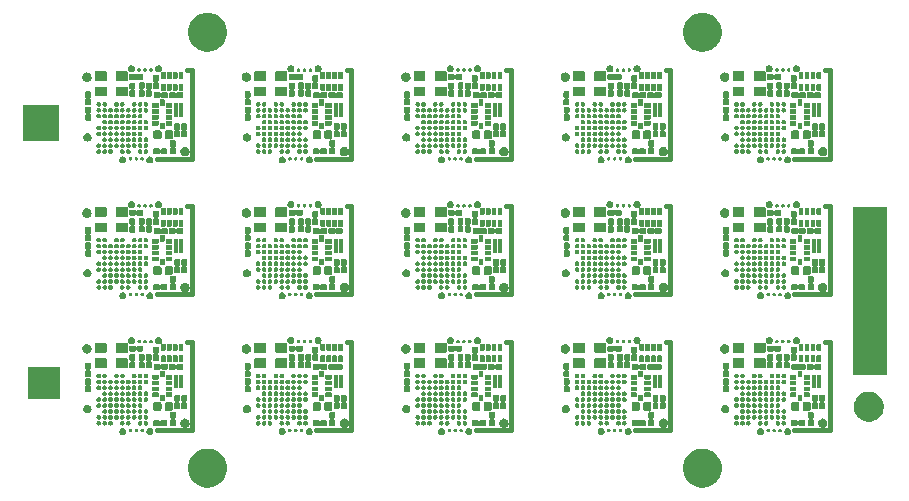
<source format=gbr>
G04 #@! TF.GenerationSoftware,KiCad,Pcbnew,(5.1.4)-1*
G04 #@! TF.CreationDate,2021-03-14T16:57:55+01:00*
G04 #@! TF.ProjectId,panel_5x3,70616e65-6c5f-4357-9833-2e6b69636164,rev?*
G04 #@! TF.SameCoordinates,Original*
G04 #@! TF.FileFunction,Soldermask,Top*
G04 #@! TF.FilePolarity,Negative*
%FSLAX46Y46*%
G04 Gerber Fmt 4.6, Leading zero omitted, Abs format (unit mm)*
G04 Created by KiCad (PCBNEW (5.1.4)-1) date 2021-03-14 16:57:55*
%MOMM*%
%LPD*%
G04 APERTURE LIST*
%ADD10C,0.400000*%
%ADD11C,0.250000*%
G04 APERTURE END LIST*
D10*
X179000000Y-84500000D02*
X176000000Y-84500000D01*
X165500000Y-84500000D02*
X162500000Y-84500000D01*
X152000000Y-84500000D02*
X149000000Y-84500000D01*
X138500000Y-84500000D02*
X135500000Y-84500000D01*
X125000000Y-84500000D02*
X122000000Y-84500000D01*
X179000000Y-73000000D02*
X176000000Y-73000000D01*
X165500000Y-73000000D02*
X162500000Y-73000000D01*
X152000000Y-73000000D02*
X149000000Y-73000000D01*
X138500000Y-73000000D02*
X135500000Y-73000000D01*
X125000000Y-73000000D02*
X122000000Y-73000000D01*
X179000000Y-61500000D02*
X176000000Y-61500000D01*
X165500000Y-61500000D02*
X162500000Y-61500000D01*
X152000000Y-61500000D02*
X149000000Y-61500000D01*
X138500000Y-61500000D02*
X135500000Y-61500000D01*
X178600000Y-77000000D02*
X179000000Y-77000000D01*
X165100000Y-77000000D02*
X165500000Y-77000000D01*
X151600000Y-77000000D02*
X152000000Y-77000000D01*
X138100000Y-77000000D02*
X138500000Y-77000000D01*
X124600000Y-77000000D02*
X125000000Y-77000000D01*
X178600000Y-65500000D02*
X179000000Y-65500000D01*
X165100000Y-65500000D02*
X165500000Y-65500000D01*
X151600000Y-65500000D02*
X152000000Y-65500000D01*
X138100000Y-65500000D02*
X138500000Y-65500000D01*
X124600000Y-65500000D02*
X125000000Y-65500000D01*
X178600000Y-54000000D02*
X179000000Y-54000000D01*
X165100000Y-54000000D02*
X165500000Y-54000000D01*
X151600000Y-54000000D02*
X152000000Y-54000000D01*
X138100000Y-54000000D02*
X138500000Y-54000000D01*
X179000000Y-77000000D02*
X179000000Y-84500000D01*
X165500000Y-77000000D02*
X165500000Y-84500000D01*
X152000000Y-77000000D02*
X152000000Y-84500000D01*
X138500000Y-77000000D02*
X138500000Y-84500000D01*
X125000000Y-77000000D02*
X125000000Y-84500000D01*
X179000000Y-65500000D02*
X179000000Y-73000000D01*
X165500000Y-65500000D02*
X165500000Y-73000000D01*
X152000000Y-65500000D02*
X152000000Y-73000000D01*
X138500000Y-65500000D02*
X138500000Y-73000000D01*
X125000000Y-65500000D02*
X125000000Y-73000000D01*
X179000000Y-54000000D02*
X179000000Y-61500000D01*
X165500000Y-54000000D02*
X165500000Y-61500000D01*
X152000000Y-54000000D02*
X152000000Y-61500000D01*
X138500000Y-54000000D02*
X138500000Y-61500000D01*
X125000000Y-61500000D02*
X122000000Y-61500000D01*
X125000000Y-54000000D02*
X125000000Y-61500000D01*
X124600000Y-54000000D02*
X125000000Y-54000000D01*
D11*
G36*
X168521899Y-86081704D02*
G01*
X168681287Y-86113408D01*
X168805667Y-86164928D01*
X168981567Y-86237788D01*
X168981568Y-86237789D01*
X169251814Y-86418361D01*
X169481639Y-86648186D01*
X169481640Y-86648188D01*
X169662212Y-86918433D01*
X169786592Y-87218714D01*
X169850000Y-87537488D01*
X169850000Y-87862512D01*
X169786592Y-88181286D01*
X169662212Y-88481567D01*
X169662211Y-88481568D01*
X169481639Y-88751814D01*
X169251814Y-88981639D01*
X169115774Y-89072538D01*
X168981567Y-89162212D01*
X168805667Y-89235072D01*
X168681287Y-89286592D01*
X168521899Y-89318296D01*
X168362512Y-89350000D01*
X168037488Y-89350000D01*
X167878101Y-89318296D01*
X167718713Y-89286592D01*
X167594333Y-89235072D01*
X167418433Y-89162212D01*
X167284226Y-89072538D01*
X167148186Y-88981639D01*
X166918361Y-88751814D01*
X166737789Y-88481568D01*
X166737788Y-88481567D01*
X166613408Y-88181286D01*
X166550000Y-87862512D01*
X166550000Y-87537488D01*
X166613408Y-87218714D01*
X166737788Y-86918433D01*
X166918360Y-86648188D01*
X166918361Y-86648186D01*
X167148186Y-86418361D01*
X167418432Y-86237789D01*
X167418433Y-86237788D01*
X167594333Y-86164928D01*
X167718713Y-86113408D01*
X167878101Y-86081704D01*
X168037488Y-86050000D01*
X168362512Y-86050000D01*
X168521899Y-86081704D01*
X168521899Y-86081704D01*
G37*
G36*
X126621899Y-86081704D02*
G01*
X126781287Y-86113408D01*
X126905667Y-86164928D01*
X127081567Y-86237788D01*
X127081568Y-86237789D01*
X127351814Y-86418361D01*
X127581639Y-86648186D01*
X127581640Y-86648188D01*
X127762212Y-86918433D01*
X127886592Y-87218714D01*
X127950000Y-87537488D01*
X127950000Y-87862512D01*
X127886592Y-88181286D01*
X127762212Y-88481567D01*
X127762211Y-88481568D01*
X127581639Y-88751814D01*
X127351814Y-88981639D01*
X127215774Y-89072538D01*
X127081567Y-89162212D01*
X126905667Y-89235072D01*
X126781287Y-89286592D01*
X126621899Y-89318296D01*
X126462512Y-89350000D01*
X126137488Y-89350000D01*
X125978101Y-89318296D01*
X125818713Y-89286592D01*
X125694333Y-89235072D01*
X125518433Y-89162212D01*
X125384226Y-89072538D01*
X125248186Y-88981639D01*
X125018361Y-88751814D01*
X124837789Y-88481568D01*
X124837788Y-88481567D01*
X124713408Y-88181286D01*
X124650000Y-87862512D01*
X124650000Y-87537488D01*
X124713408Y-87218714D01*
X124837788Y-86918433D01*
X125018360Y-86648188D01*
X125018361Y-86648186D01*
X125248186Y-86418361D01*
X125518432Y-86237789D01*
X125518433Y-86237788D01*
X125694333Y-86164928D01*
X125818713Y-86113408D01*
X125978101Y-86081704D01*
X126137488Y-86050000D01*
X126462512Y-86050000D01*
X126621899Y-86081704D01*
X126621899Y-86081704D01*
G37*
G36*
X132678870Y-84313842D02*
G01*
X132717509Y-84321527D01*
X132772106Y-84344142D01*
X132821242Y-84376974D01*
X132863028Y-84418760D01*
X132895860Y-84467896D01*
X132918475Y-84522493D01*
X132930003Y-84580452D01*
X132930003Y-84639548D01*
X132918475Y-84697507D01*
X132895860Y-84752104D01*
X132863028Y-84801240D01*
X132821242Y-84843026D01*
X132772106Y-84875858D01*
X132717509Y-84898473D01*
X132678870Y-84906158D01*
X132659551Y-84910001D01*
X132600453Y-84910001D01*
X132581134Y-84906158D01*
X132542495Y-84898473D01*
X132487898Y-84875858D01*
X132438762Y-84843026D01*
X132396976Y-84801240D01*
X132364144Y-84752104D01*
X132341529Y-84697507D01*
X132330001Y-84639548D01*
X132330001Y-84580452D01*
X132341529Y-84522493D01*
X132364144Y-84467896D01*
X132396976Y-84418760D01*
X132438762Y-84376974D01*
X132487898Y-84344142D01*
X132542495Y-84321527D01*
X132581134Y-84313842D01*
X132600453Y-84309999D01*
X132659551Y-84309999D01*
X132678870Y-84313842D01*
X132678870Y-84313842D01*
G37*
G36*
X119178870Y-84313842D02*
G01*
X119217509Y-84321527D01*
X119272106Y-84344142D01*
X119321242Y-84376974D01*
X119363028Y-84418760D01*
X119395860Y-84467896D01*
X119418475Y-84522493D01*
X119430003Y-84580452D01*
X119430003Y-84639548D01*
X119418475Y-84697507D01*
X119395860Y-84752104D01*
X119363028Y-84801240D01*
X119321242Y-84843026D01*
X119272106Y-84875858D01*
X119217509Y-84898473D01*
X119178870Y-84906158D01*
X119159551Y-84910001D01*
X119100453Y-84910001D01*
X119081134Y-84906158D01*
X119042495Y-84898473D01*
X118987898Y-84875858D01*
X118938762Y-84843026D01*
X118896976Y-84801240D01*
X118864144Y-84752104D01*
X118841529Y-84697507D01*
X118830001Y-84639548D01*
X118830001Y-84580452D01*
X118841529Y-84522493D01*
X118864144Y-84467896D01*
X118896976Y-84418760D01*
X118938762Y-84376974D01*
X118987898Y-84344142D01*
X119042495Y-84321527D01*
X119081134Y-84313842D01*
X119100453Y-84309999D01*
X119159551Y-84309999D01*
X119178870Y-84313842D01*
X119178870Y-84313842D01*
G37*
G36*
X175478871Y-84313842D02*
G01*
X175517510Y-84321527D01*
X175572107Y-84344142D01*
X175621243Y-84376974D01*
X175663029Y-84418760D01*
X175695861Y-84467896D01*
X175718476Y-84522493D01*
X175730004Y-84580452D01*
X175730004Y-84639548D01*
X175718476Y-84697507D01*
X175695861Y-84752104D01*
X175663029Y-84801240D01*
X175621243Y-84843026D01*
X175572107Y-84875858D01*
X175517510Y-84898473D01*
X175478871Y-84906158D01*
X175459552Y-84910001D01*
X175400454Y-84910001D01*
X175381135Y-84906158D01*
X175342496Y-84898473D01*
X175287899Y-84875858D01*
X175238763Y-84843026D01*
X175196977Y-84801240D01*
X175164145Y-84752104D01*
X175141530Y-84697507D01*
X175130002Y-84639548D01*
X175130002Y-84580452D01*
X175141530Y-84522493D01*
X175164145Y-84467896D01*
X175196977Y-84418760D01*
X175238763Y-84376974D01*
X175287899Y-84344142D01*
X175342496Y-84321527D01*
X175381135Y-84313842D01*
X175400454Y-84309999D01*
X175459552Y-84309999D01*
X175478871Y-84313842D01*
X175478871Y-84313842D01*
G37*
G36*
X161978871Y-84313842D02*
G01*
X162017510Y-84321527D01*
X162072107Y-84344142D01*
X162121243Y-84376974D01*
X162163029Y-84418760D01*
X162195861Y-84467896D01*
X162218476Y-84522493D01*
X162230004Y-84580452D01*
X162230004Y-84639548D01*
X162218476Y-84697507D01*
X162195861Y-84752104D01*
X162163029Y-84801240D01*
X162121243Y-84843026D01*
X162072107Y-84875858D01*
X162017510Y-84898473D01*
X161978871Y-84906158D01*
X161959552Y-84910001D01*
X161900454Y-84910001D01*
X161881135Y-84906158D01*
X161842496Y-84898473D01*
X161787899Y-84875858D01*
X161738763Y-84843026D01*
X161696977Y-84801240D01*
X161664145Y-84752104D01*
X161641530Y-84697507D01*
X161630002Y-84639548D01*
X161630002Y-84580452D01*
X161641530Y-84522493D01*
X161664145Y-84467896D01*
X161696977Y-84418760D01*
X161738763Y-84376974D01*
X161787899Y-84344142D01*
X161842496Y-84321527D01*
X161881135Y-84313842D01*
X161900454Y-84309999D01*
X161959552Y-84309999D01*
X161978871Y-84313842D01*
X161978871Y-84313842D01*
G37*
G36*
X148478871Y-84313842D02*
G01*
X148517510Y-84321527D01*
X148572107Y-84344142D01*
X148621243Y-84376974D01*
X148663029Y-84418760D01*
X148695861Y-84467896D01*
X148718476Y-84522493D01*
X148730004Y-84580452D01*
X148730004Y-84639548D01*
X148718476Y-84697507D01*
X148695861Y-84752104D01*
X148663029Y-84801240D01*
X148621243Y-84843026D01*
X148572107Y-84875858D01*
X148517510Y-84898473D01*
X148478871Y-84906158D01*
X148459552Y-84910001D01*
X148400454Y-84910001D01*
X148381135Y-84906158D01*
X148342496Y-84898473D01*
X148287899Y-84875858D01*
X148238763Y-84843026D01*
X148196977Y-84801240D01*
X148164145Y-84752104D01*
X148141530Y-84697507D01*
X148130002Y-84639548D01*
X148130002Y-84580452D01*
X148141530Y-84522493D01*
X148164145Y-84467896D01*
X148196977Y-84418760D01*
X148238763Y-84376974D01*
X148287899Y-84344142D01*
X148342496Y-84321527D01*
X148381135Y-84313842D01*
X148400454Y-84309999D01*
X148459552Y-84309999D01*
X148478871Y-84313842D01*
X148478871Y-84313842D01*
G37*
G36*
X134978871Y-84313842D02*
G01*
X135017510Y-84321527D01*
X135072107Y-84344142D01*
X135121243Y-84376974D01*
X135163029Y-84418760D01*
X135195861Y-84467896D01*
X135218476Y-84522493D01*
X135230004Y-84580452D01*
X135230004Y-84639548D01*
X135218476Y-84697507D01*
X135195861Y-84752104D01*
X135163029Y-84801240D01*
X135121243Y-84843026D01*
X135072107Y-84875858D01*
X135017510Y-84898473D01*
X134978871Y-84906158D01*
X134959552Y-84910001D01*
X134900454Y-84910001D01*
X134881135Y-84906158D01*
X134842496Y-84898473D01*
X134787899Y-84875858D01*
X134738763Y-84843026D01*
X134696977Y-84801240D01*
X134664145Y-84752104D01*
X134641530Y-84697507D01*
X134630002Y-84639548D01*
X134630002Y-84580452D01*
X134641530Y-84522493D01*
X134664145Y-84467896D01*
X134696977Y-84418760D01*
X134738763Y-84376974D01*
X134787899Y-84344142D01*
X134842496Y-84321527D01*
X134881135Y-84313842D01*
X134900454Y-84309999D01*
X134959552Y-84309999D01*
X134978871Y-84313842D01*
X134978871Y-84313842D01*
G37*
G36*
X121478871Y-84313842D02*
G01*
X121517510Y-84321527D01*
X121572107Y-84344142D01*
X121621243Y-84376974D01*
X121663029Y-84418760D01*
X121695861Y-84467896D01*
X121718476Y-84522493D01*
X121730004Y-84580452D01*
X121730004Y-84639548D01*
X121718476Y-84697507D01*
X121695861Y-84752104D01*
X121663029Y-84801240D01*
X121621243Y-84843026D01*
X121572107Y-84875858D01*
X121517510Y-84898473D01*
X121478871Y-84906158D01*
X121459552Y-84910001D01*
X121400454Y-84910001D01*
X121381135Y-84906158D01*
X121342496Y-84898473D01*
X121287899Y-84875858D01*
X121238763Y-84843026D01*
X121196977Y-84801240D01*
X121164145Y-84752104D01*
X121141530Y-84697507D01*
X121130002Y-84639548D01*
X121130002Y-84580452D01*
X121141530Y-84522493D01*
X121164145Y-84467896D01*
X121196977Y-84418760D01*
X121238763Y-84376974D01*
X121287899Y-84344142D01*
X121342496Y-84321527D01*
X121381135Y-84313842D01*
X121400454Y-84309999D01*
X121459552Y-84309999D01*
X121478871Y-84313842D01*
X121478871Y-84313842D01*
G37*
G36*
X173178870Y-84313842D02*
G01*
X173217509Y-84321527D01*
X173272106Y-84344142D01*
X173321242Y-84376974D01*
X173363028Y-84418760D01*
X173395860Y-84467896D01*
X173418475Y-84522493D01*
X173430003Y-84580452D01*
X173430003Y-84639548D01*
X173418475Y-84697507D01*
X173395860Y-84752104D01*
X173363028Y-84801240D01*
X173321242Y-84843026D01*
X173272106Y-84875858D01*
X173217509Y-84898473D01*
X173178870Y-84906158D01*
X173159551Y-84910001D01*
X173100453Y-84910001D01*
X173081134Y-84906158D01*
X173042495Y-84898473D01*
X172987898Y-84875858D01*
X172938762Y-84843026D01*
X172896976Y-84801240D01*
X172864144Y-84752104D01*
X172841529Y-84697507D01*
X172830001Y-84639548D01*
X172830001Y-84580452D01*
X172841529Y-84522493D01*
X172864144Y-84467896D01*
X172896976Y-84418760D01*
X172938762Y-84376974D01*
X172987898Y-84344142D01*
X173042495Y-84321527D01*
X173081134Y-84313842D01*
X173100453Y-84309999D01*
X173159551Y-84309999D01*
X173178870Y-84313842D01*
X173178870Y-84313842D01*
G37*
G36*
X159678870Y-84313842D02*
G01*
X159717509Y-84321527D01*
X159772106Y-84344142D01*
X159821242Y-84376974D01*
X159863028Y-84418760D01*
X159895860Y-84467896D01*
X159918475Y-84522493D01*
X159930003Y-84580452D01*
X159930003Y-84639548D01*
X159918475Y-84697507D01*
X159895860Y-84752104D01*
X159863028Y-84801240D01*
X159821242Y-84843026D01*
X159772106Y-84875858D01*
X159717509Y-84898473D01*
X159678870Y-84906158D01*
X159659551Y-84910001D01*
X159600453Y-84910001D01*
X159581134Y-84906158D01*
X159542495Y-84898473D01*
X159487898Y-84875858D01*
X159438762Y-84843026D01*
X159396976Y-84801240D01*
X159364144Y-84752104D01*
X159341529Y-84697507D01*
X159330001Y-84639548D01*
X159330001Y-84580452D01*
X159341529Y-84522493D01*
X159364144Y-84467896D01*
X159396976Y-84418760D01*
X159438762Y-84376974D01*
X159487898Y-84344142D01*
X159542495Y-84321527D01*
X159581134Y-84313842D01*
X159600453Y-84309999D01*
X159659551Y-84309999D01*
X159678870Y-84313842D01*
X159678870Y-84313842D01*
G37*
G36*
X146178870Y-84313842D02*
G01*
X146217509Y-84321527D01*
X146272106Y-84344142D01*
X146321242Y-84376974D01*
X146363028Y-84418760D01*
X146395860Y-84467896D01*
X146418475Y-84522493D01*
X146430003Y-84580452D01*
X146430003Y-84639548D01*
X146418475Y-84697507D01*
X146395860Y-84752104D01*
X146363028Y-84801240D01*
X146321242Y-84843026D01*
X146272106Y-84875858D01*
X146217509Y-84898473D01*
X146178870Y-84906158D01*
X146159551Y-84910001D01*
X146100453Y-84910001D01*
X146081134Y-84906158D01*
X146042495Y-84898473D01*
X145987898Y-84875858D01*
X145938762Y-84843026D01*
X145896976Y-84801240D01*
X145864144Y-84752104D01*
X145841529Y-84697507D01*
X145830001Y-84639548D01*
X145830001Y-84580452D01*
X145841529Y-84522493D01*
X145864144Y-84467896D01*
X145896976Y-84418760D01*
X145938762Y-84376974D01*
X145987898Y-84344142D01*
X146042495Y-84321527D01*
X146081134Y-84313842D01*
X146100453Y-84309999D01*
X146159551Y-84309999D01*
X146178870Y-84313842D01*
X146178870Y-84313842D01*
G37*
G36*
X160823756Y-84365763D02*
G01*
X160851056Y-84377071D01*
X160875618Y-84393483D01*
X160875622Y-84393486D01*
X160896516Y-84414380D01*
X160896518Y-84414383D01*
X160896519Y-84414384D01*
X160912931Y-84438946D01*
X160924239Y-84466246D01*
X160930003Y-84495225D01*
X160930003Y-84524775D01*
X160924239Y-84553754D01*
X160912931Y-84581054D01*
X160896519Y-84605616D01*
X160896516Y-84605620D01*
X160875622Y-84626514D01*
X160875619Y-84626516D01*
X160875618Y-84626517D01*
X160851056Y-84642929D01*
X160823756Y-84654237D01*
X160794777Y-84660001D01*
X160765227Y-84660001D01*
X160736248Y-84654237D01*
X160708948Y-84642929D01*
X160684386Y-84626517D01*
X160684385Y-84626516D01*
X160684382Y-84626514D01*
X160663488Y-84605620D01*
X160663485Y-84605616D01*
X160647073Y-84581054D01*
X160635765Y-84553754D01*
X160630001Y-84524775D01*
X160630001Y-84495225D01*
X160635765Y-84466246D01*
X160647073Y-84438946D01*
X160663485Y-84414384D01*
X160663486Y-84414383D01*
X160663488Y-84414380D01*
X160684382Y-84393486D01*
X160684386Y-84393483D01*
X160708948Y-84377071D01*
X160736248Y-84365763D01*
X160765227Y-84359999D01*
X160794777Y-84359999D01*
X160823756Y-84365763D01*
X160823756Y-84365763D01*
G37*
G36*
X174823758Y-84365763D02*
G01*
X174851058Y-84377071D01*
X174875620Y-84393483D01*
X174875624Y-84393486D01*
X174896518Y-84414380D01*
X174896520Y-84414383D01*
X174896521Y-84414384D01*
X174912933Y-84438946D01*
X174924241Y-84466246D01*
X174930005Y-84495225D01*
X174930005Y-84524775D01*
X174924241Y-84553754D01*
X174912933Y-84581054D01*
X174896521Y-84605616D01*
X174896518Y-84605620D01*
X174875624Y-84626514D01*
X174875621Y-84626516D01*
X174875620Y-84626517D01*
X174851058Y-84642929D01*
X174823758Y-84654237D01*
X174794779Y-84660001D01*
X174765229Y-84660001D01*
X174736250Y-84654237D01*
X174708950Y-84642929D01*
X174684388Y-84626517D01*
X174684387Y-84626516D01*
X174684384Y-84626514D01*
X174663490Y-84605620D01*
X174663487Y-84605616D01*
X174647075Y-84581054D01*
X174635767Y-84553754D01*
X174630003Y-84524775D01*
X174630003Y-84495225D01*
X174635767Y-84466246D01*
X174647075Y-84438946D01*
X174663487Y-84414384D01*
X174663488Y-84414383D01*
X174663490Y-84414380D01*
X174684384Y-84393486D01*
X174684388Y-84393483D01*
X174708950Y-84377071D01*
X174736250Y-84365763D01*
X174765229Y-84359999D01*
X174794779Y-84359999D01*
X174823758Y-84365763D01*
X174823758Y-84365763D01*
G37*
G36*
X161323758Y-84365763D02*
G01*
X161351058Y-84377071D01*
X161375620Y-84393483D01*
X161375624Y-84393486D01*
X161396518Y-84414380D01*
X161396520Y-84414383D01*
X161396521Y-84414384D01*
X161412933Y-84438946D01*
X161424241Y-84466246D01*
X161430005Y-84495225D01*
X161430005Y-84524775D01*
X161424241Y-84553754D01*
X161412933Y-84581054D01*
X161396521Y-84605616D01*
X161396518Y-84605620D01*
X161375624Y-84626514D01*
X161375621Y-84626516D01*
X161375620Y-84626517D01*
X161351058Y-84642929D01*
X161323758Y-84654237D01*
X161294779Y-84660001D01*
X161265229Y-84660001D01*
X161236250Y-84654237D01*
X161208950Y-84642929D01*
X161184388Y-84626517D01*
X161184387Y-84626516D01*
X161184384Y-84626514D01*
X161163490Y-84605620D01*
X161163487Y-84605616D01*
X161147075Y-84581054D01*
X161135767Y-84553754D01*
X161130003Y-84524775D01*
X161130003Y-84495225D01*
X161135767Y-84466246D01*
X161147075Y-84438946D01*
X161163487Y-84414384D01*
X161163488Y-84414383D01*
X161163490Y-84414380D01*
X161184384Y-84393486D01*
X161184388Y-84393483D01*
X161208950Y-84377071D01*
X161236250Y-84365763D01*
X161265229Y-84359999D01*
X161294779Y-84359999D01*
X161323758Y-84365763D01*
X161323758Y-84365763D01*
G37*
G36*
X147823758Y-84365763D02*
G01*
X147851058Y-84377071D01*
X147875620Y-84393483D01*
X147875624Y-84393486D01*
X147896518Y-84414380D01*
X147896520Y-84414383D01*
X147896521Y-84414384D01*
X147912933Y-84438946D01*
X147924241Y-84466246D01*
X147930005Y-84495225D01*
X147930005Y-84524775D01*
X147924241Y-84553754D01*
X147912933Y-84581054D01*
X147896521Y-84605616D01*
X147896518Y-84605620D01*
X147875624Y-84626514D01*
X147875621Y-84626516D01*
X147875620Y-84626517D01*
X147851058Y-84642929D01*
X147823758Y-84654237D01*
X147794779Y-84660001D01*
X147765229Y-84660001D01*
X147736250Y-84654237D01*
X147708950Y-84642929D01*
X147684388Y-84626517D01*
X147684387Y-84626516D01*
X147684384Y-84626514D01*
X147663490Y-84605620D01*
X147663487Y-84605616D01*
X147647075Y-84581054D01*
X147635767Y-84553754D01*
X147630003Y-84524775D01*
X147630003Y-84495225D01*
X147635767Y-84466246D01*
X147647075Y-84438946D01*
X147663487Y-84414384D01*
X147663488Y-84414383D01*
X147663490Y-84414380D01*
X147684384Y-84393486D01*
X147684388Y-84393483D01*
X147708950Y-84377071D01*
X147736250Y-84365763D01*
X147765229Y-84359999D01*
X147794779Y-84359999D01*
X147823758Y-84365763D01*
X147823758Y-84365763D01*
G37*
G36*
X134323758Y-84365763D02*
G01*
X134351058Y-84377071D01*
X134375620Y-84393483D01*
X134375624Y-84393486D01*
X134396518Y-84414380D01*
X134396520Y-84414383D01*
X134396521Y-84414384D01*
X134412933Y-84438946D01*
X134424241Y-84466246D01*
X134430005Y-84495225D01*
X134430005Y-84524775D01*
X134424241Y-84553754D01*
X134412933Y-84581054D01*
X134396521Y-84605616D01*
X134396518Y-84605620D01*
X134375624Y-84626514D01*
X134375621Y-84626516D01*
X134375620Y-84626517D01*
X134351058Y-84642929D01*
X134323758Y-84654237D01*
X134294779Y-84660001D01*
X134265229Y-84660001D01*
X134236250Y-84654237D01*
X134208950Y-84642929D01*
X134184388Y-84626517D01*
X134184387Y-84626516D01*
X134184384Y-84626514D01*
X134163490Y-84605620D01*
X134163487Y-84605616D01*
X134147075Y-84581054D01*
X134135767Y-84553754D01*
X134130003Y-84524775D01*
X134130003Y-84495225D01*
X134135767Y-84466246D01*
X134147075Y-84438946D01*
X134163487Y-84414384D01*
X134163488Y-84414383D01*
X134163490Y-84414380D01*
X134184384Y-84393486D01*
X134184388Y-84393483D01*
X134208950Y-84377071D01*
X134236250Y-84365763D01*
X134265229Y-84359999D01*
X134294779Y-84359999D01*
X134323758Y-84365763D01*
X134323758Y-84365763D01*
G37*
G36*
X120823758Y-84365763D02*
G01*
X120851058Y-84377071D01*
X120875620Y-84393483D01*
X120875624Y-84393486D01*
X120896518Y-84414380D01*
X120896520Y-84414383D01*
X120896521Y-84414384D01*
X120912933Y-84438946D01*
X120924241Y-84466246D01*
X120930005Y-84495225D01*
X120930005Y-84524775D01*
X120924241Y-84553754D01*
X120912933Y-84581054D01*
X120896521Y-84605616D01*
X120896518Y-84605620D01*
X120875624Y-84626514D01*
X120875621Y-84626516D01*
X120875620Y-84626517D01*
X120851058Y-84642929D01*
X120823758Y-84654237D01*
X120794779Y-84660001D01*
X120765229Y-84660001D01*
X120736250Y-84654237D01*
X120708950Y-84642929D01*
X120684388Y-84626517D01*
X120684387Y-84626516D01*
X120684384Y-84626514D01*
X120663490Y-84605620D01*
X120663487Y-84605616D01*
X120647075Y-84581054D01*
X120635767Y-84553754D01*
X120630003Y-84524775D01*
X120630003Y-84495225D01*
X120635767Y-84466246D01*
X120647075Y-84438946D01*
X120663487Y-84414384D01*
X120663488Y-84414383D01*
X120663490Y-84414380D01*
X120684384Y-84393486D01*
X120684388Y-84393483D01*
X120708950Y-84377071D01*
X120736250Y-84365763D01*
X120765229Y-84359999D01*
X120794779Y-84359999D01*
X120823758Y-84365763D01*
X120823758Y-84365763D01*
G37*
G36*
X174323756Y-84365763D02*
G01*
X174351056Y-84377071D01*
X174375618Y-84393483D01*
X174375622Y-84393486D01*
X174396516Y-84414380D01*
X174396518Y-84414383D01*
X174396519Y-84414384D01*
X174412931Y-84438946D01*
X174424239Y-84466246D01*
X174430003Y-84495225D01*
X174430003Y-84524775D01*
X174424239Y-84553754D01*
X174412931Y-84581054D01*
X174396519Y-84605616D01*
X174396516Y-84605620D01*
X174375622Y-84626514D01*
X174375619Y-84626516D01*
X174375618Y-84626517D01*
X174351056Y-84642929D01*
X174323756Y-84654237D01*
X174294777Y-84660001D01*
X174265227Y-84660001D01*
X174236248Y-84654237D01*
X174208948Y-84642929D01*
X174184386Y-84626517D01*
X174184385Y-84626516D01*
X174184382Y-84626514D01*
X174163488Y-84605620D01*
X174163485Y-84605616D01*
X174147073Y-84581054D01*
X174135765Y-84553754D01*
X174130001Y-84524775D01*
X174130001Y-84495225D01*
X174135765Y-84466246D01*
X174147073Y-84438946D01*
X174163485Y-84414384D01*
X174163486Y-84414383D01*
X174163488Y-84414380D01*
X174184382Y-84393486D01*
X174184386Y-84393483D01*
X174208948Y-84377071D01*
X174236248Y-84365763D01*
X174265227Y-84359999D01*
X174294777Y-84359999D01*
X174323756Y-84365763D01*
X174323756Y-84365763D01*
G37*
G36*
X147323756Y-84365763D02*
G01*
X147351056Y-84377071D01*
X147375618Y-84393483D01*
X147375622Y-84393486D01*
X147396516Y-84414380D01*
X147396518Y-84414383D01*
X147396519Y-84414384D01*
X147412931Y-84438946D01*
X147424239Y-84466246D01*
X147430003Y-84495225D01*
X147430003Y-84524775D01*
X147424239Y-84553754D01*
X147412931Y-84581054D01*
X147396519Y-84605616D01*
X147396516Y-84605620D01*
X147375622Y-84626514D01*
X147375619Y-84626516D01*
X147375618Y-84626517D01*
X147351056Y-84642929D01*
X147323756Y-84654237D01*
X147294777Y-84660001D01*
X147265227Y-84660001D01*
X147236248Y-84654237D01*
X147208948Y-84642929D01*
X147184386Y-84626517D01*
X147184385Y-84626516D01*
X147184382Y-84626514D01*
X147163488Y-84605620D01*
X147163485Y-84605616D01*
X147147073Y-84581054D01*
X147135765Y-84553754D01*
X147130001Y-84524775D01*
X147130001Y-84495225D01*
X147135765Y-84466246D01*
X147147073Y-84438946D01*
X147163485Y-84414384D01*
X147163486Y-84414383D01*
X147163488Y-84414380D01*
X147184382Y-84393486D01*
X147184386Y-84393483D01*
X147208948Y-84377071D01*
X147236248Y-84365763D01*
X147265227Y-84359999D01*
X147294777Y-84359999D01*
X147323756Y-84365763D01*
X147323756Y-84365763D01*
G37*
G36*
X133823756Y-84365763D02*
G01*
X133851056Y-84377071D01*
X133875618Y-84393483D01*
X133875622Y-84393486D01*
X133896516Y-84414380D01*
X133896518Y-84414383D01*
X133896519Y-84414384D01*
X133912931Y-84438946D01*
X133924239Y-84466246D01*
X133930003Y-84495225D01*
X133930003Y-84524775D01*
X133924239Y-84553754D01*
X133912931Y-84581054D01*
X133896519Y-84605616D01*
X133896516Y-84605620D01*
X133875622Y-84626514D01*
X133875619Y-84626516D01*
X133875618Y-84626517D01*
X133851056Y-84642929D01*
X133823756Y-84654237D01*
X133794777Y-84660001D01*
X133765227Y-84660001D01*
X133736248Y-84654237D01*
X133708948Y-84642929D01*
X133684386Y-84626517D01*
X133684385Y-84626516D01*
X133684382Y-84626514D01*
X133663488Y-84605620D01*
X133663485Y-84605616D01*
X133647073Y-84581054D01*
X133635765Y-84553754D01*
X133630001Y-84524775D01*
X133630001Y-84495225D01*
X133635765Y-84466246D01*
X133647073Y-84438946D01*
X133663485Y-84414384D01*
X133663486Y-84414383D01*
X133663488Y-84414380D01*
X133684382Y-84393486D01*
X133684386Y-84393483D01*
X133708948Y-84377071D01*
X133736248Y-84365763D01*
X133765227Y-84359999D01*
X133794777Y-84359999D01*
X133823756Y-84365763D01*
X133823756Y-84365763D01*
G37*
G36*
X120323756Y-84365763D02*
G01*
X120351056Y-84377071D01*
X120375618Y-84393483D01*
X120375622Y-84393486D01*
X120396516Y-84414380D01*
X120396518Y-84414383D01*
X120396519Y-84414384D01*
X120412931Y-84438946D01*
X120424239Y-84466246D01*
X120430003Y-84495225D01*
X120430003Y-84524775D01*
X120424239Y-84553754D01*
X120412931Y-84581054D01*
X120396519Y-84605616D01*
X120396516Y-84605620D01*
X120375622Y-84626514D01*
X120375619Y-84626516D01*
X120375618Y-84626517D01*
X120351056Y-84642929D01*
X120323756Y-84654237D01*
X120294777Y-84660001D01*
X120265227Y-84660001D01*
X120236248Y-84654237D01*
X120208948Y-84642929D01*
X120184386Y-84626517D01*
X120184385Y-84626516D01*
X120184382Y-84626514D01*
X120163488Y-84605620D01*
X120163485Y-84605616D01*
X120147073Y-84581054D01*
X120135765Y-84553754D01*
X120130001Y-84524775D01*
X120130001Y-84495225D01*
X120135765Y-84466246D01*
X120147073Y-84438946D01*
X120163485Y-84414384D01*
X120163486Y-84414383D01*
X120163488Y-84414380D01*
X120184382Y-84393486D01*
X120184386Y-84393483D01*
X120208948Y-84377071D01*
X120236248Y-84365763D01*
X120265227Y-84359999D01*
X120294777Y-84359999D01*
X120323756Y-84365763D01*
X120323756Y-84365763D01*
G37*
G36*
X173823756Y-84365763D02*
G01*
X173851056Y-84377071D01*
X173875618Y-84393483D01*
X173875622Y-84393486D01*
X173896516Y-84414380D01*
X173896518Y-84414383D01*
X173896519Y-84414384D01*
X173912931Y-84438946D01*
X173924239Y-84466246D01*
X173930003Y-84495225D01*
X173930003Y-84524775D01*
X173924239Y-84553754D01*
X173912931Y-84581054D01*
X173896519Y-84605616D01*
X173896516Y-84605620D01*
X173875622Y-84626514D01*
X173875619Y-84626516D01*
X173875618Y-84626517D01*
X173851056Y-84642929D01*
X173823756Y-84654237D01*
X173794777Y-84660001D01*
X173765227Y-84660001D01*
X173736248Y-84654237D01*
X173708948Y-84642929D01*
X173684386Y-84626517D01*
X173684385Y-84626516D01*
X173684382Y-84626514D01*
X173663488Y-84605620D01*
X173663485Y-84605616D01*
X173647073Y-84581054D01*
X173635765Y-84553754D01*
X173630001Y-84524775D01*
X173630001Y-84495225D01*
X173635765Y-84466246D01*
X173647073Y-84438946D01*
X173663485Y-84414384D01*
X173663486Y-84414383D01*
X173663488Y-84414380D01*
X173684382Y-84393486D01*
X173684386Y-84393483D01*
X173708948Y-84377071D01*
X173736248Y-84365763D01*
X173765227Y-84359999D01*
X173794777Y-84359999D01*
X173823756Y-84365763D01*
X173823756Y-84365763D01*
G37*
G36*
X160323756Y-84365763D02*
G01*
X160351056Y-84377071D01*
X160375618Y-84393483D01*
X160375622Y-84393486D01*
X160396516Y-84414380D01*
X160396518Y-84414383D01*
X160396519Y-84414384D01*
X160412931Y-84438946D01*
X160424239Y-84466246D01*
X160430003Y-84495225D01*
X160430003Y-84524775D01*
X160424239Y-84553754D01*
X160412931Y-84581054D01*
X160396519Y-84605616D01*
X160396516Y-84605620D01*
X160375622Y-84626514D01*
X160375619Y-84626516D01*
X160375618Y-84626517D01*
X160351056Y-84642929D01*
X160323756Y-84654237D01*
X160294777Y-84660001D01*
X160265227Y-84660001D01*
X160236248Y-84654237D01*
X160208948Y-84642929D01*
X160184386Y-84626517D01*
X160184385Y-84626516D01*
X160184382Y-84626514D01*
X160163488Y-84605620D01*
X160163485Y-84605616D01*
X160147073Y-84581054D01*
X160135765Y-84553754D01*
X160130001Y-84524775D01*
X160130001Y-84495225D01*
X160135765Y-84466246D01*
X160147073Y-84438946D01*
X160163485Y-84414384D01*
X160163486Y-84414383D01*
X160163488Y-84414380D01*
X160184382Y-84393486D01*
X160184386Y-84393483D01*
X160208948Y-84377071D01*
X160236248Y-84365763D01*
X160265227Y-84359999D01*
X160294777Y-84359999D01*
X160323756Y-84365763D01*
X160323756Y-84365763D01*
G37*
G36*
X133323756Y-84365763D02*
G01*
X133351056Y-84377071D01*
X133375618Y-84393483D01*
X133375622Y-84393486D01*
X133396516Y-84414380D01*
X133396518Y-84414383D01*
X133396519Y-84414384D01*
X133412931Y-84438946D01*
X133424239Y-84466246D01*
X133430003Y-84495225D01*
X133430003Y-84524775D01*
X133424239Y-84553754D01*
X133412931Y-84581054D01*
X133396519Y-84605616D01*
X133396516Y-84605620D01*
X133375622Y-84626514D01*
X133375619Y-84626516D01*
X133375618Y-84626517D01*
X133351056Y-84642929D01*
X133323756Y-84654237D01*
X133294777Y-84660001D01*
X133265227Y-84660001D01*
X133236248Y-84654237D01*
X133208948Y-84642929D01*
X133184386Y-84626517D01*
X133184385Y-84626516D01*
X133184382Y-84626514D01*
X133163488Y-84605620D01*
X133163485Y-84605616D01*
X133147073Y-84581054D01*
X133135765Y-84553754D01*
X133130001Y-84524775D01*
X133130001Y-84495225D01*
X133135765Y-84466246D01*
X133147073Y-84438946D01*
X133163485Y-84414384D01*
X133163486Y-84414383D01*
X133163488Y-84414380D01*
X133184382Y-84393486D01*
X133184386Y-84393483D01*
X133208948Y-84377071D01*
X133236248Y-84365763D01*
X133265227Y-84359999D01*
X133294777Y-84359999D01*
X133323756Y-84365763D01*
X133323756Y-84365763D01*
G37*
G36*
X119823756Y-84365763D02*
G01*
X119851056Y-84377071D01*
X119875618Y-84393483D01*
X119875622Y-84393486D01*
X119896516Y-84414380D01*
X119896518Y-84414383D01*
X119896519Y-84414384D01*
X119912931Y-84438946D01*
X119924239Y-84466246D01*
X119930003Y-84495225D01*
X119930003Y-84524775D01*
X119924239Y-84553754D01*
X119912931Y-84581054D01*
X119896519Y-84605616D01*
X119896516Y-84605620D01*
X119875622Y-84626514D01*
X119875619Y-84626516D01*
X119875618Y-84626517D01*
X119851056Y-84642929D01*
X119823756Y-84654237D01*
X119794777Y-84660001D01*
X119765227Y-84660001D01*
X119736248Y-84654237D01*
X119708948Y-84642929D01*
X119684386Y-84626517D01*
X119684385Y-84626516D01*
X119684382Y-84626514D01*
X119663488Y-84605620D01*
X119663485Y-84605616D01*
X119647073Y-84581054D01*
X119635765Y-84553754D01*
X119630001Y-84524775D01*
X119630001Y-84495225D01*
X119635765Y-84466246D01*
X119647073Y-84438946D01*
X119663485Y-84414384D01*
X119663486Y-84414383D01*
X119663488Y-84414380D01*
X119684382Y-84393486D01*
X119684386Y-84393483D01*
X119708948Y-84377071D01*
X119736248Y-84365763D01*
X119765227Y-84359999D01*
X119794777Y-84359999D01*
X119823756Y-84365763D01*
X119823756Y-84365763D01*
G37*
G36*
X146823756Y-84365763D02*
G01*
X146851056Y-84377071D01*
X146875618Y-84393483D01*
X146875622Y-84393486D01*
X146896516Y-84414380D01*
X146896518Y-84414383D01*
X146896519Y-84414384D01*
X146912931Y-84438946D01*
X146924239Y-84466246D01*
X146930003Y-84495225D01*
X146930003Y-84524775D01*
X146924239Y-84553754D01*
X146912931Y-84581054D01*
X146896519Y-84605616D01*
X146896516Y-84605620D01*
X146875622Y-84626514D01*
X146875619Y-84626516D01*
X146875618Y-84626517D01*
X146851056Y-84642929D01*
X146823756Y-84654237D01*
X146794777Y-84660001D01*
X146765227Y-84660001D01*
X146736248Y-84654237D01*
X146708948Y-84642929D01*
X146684386Y-84626517D01*
X146684385Y-84626516D01*
X146684382Y-84626514D01*
X146663488Y-84605620D01*
X146663485Y-84605616D01*
X146647073Y-84581054D01*
X146635765Y-84553754D01*
X146630001Y-84524775D01*
X146630001Y-84495225D01*
X146635765Y-84466246D01*
X146647073Y-84438946D01*
X146663485Y-84414384D01*
X146663486Y-84414383D01*
X146663488Y-84414380D01*
X146684382Y-84393486D01*
X146684386Y-84393483D01*
X146708948Y-84377071D01*
X146736248Y-84365763D01*
X146765227Y-84359999D01*
X146794777Y-84359999D01*
X146823756Y-84365763D01*
X146823756Y-84365763D01*
G37*
G36*
X178516676Y-83515372D02*
G01*
X178545926Y-83527488D01*
X178589468Y-83545523D01*
X178589471Y-83545525D01*
X178654985Y-83589300D01*
X178710700Y-83645015D01*
X178734486Y-83680614D01*
X178754477Y-83710532D01*
X178765076Y-83736122D01*
X178784628Y-83783324D01*
X178800000Y-83860603D01*
X178800000Y-83939397D01*
X178784628Y-84016676D01*
X178775221Y-84039386D01*
X178754477Y-84089468D01*
X178754475Y-84089471D01*
X178710700Y-84154985D01*
X178654985Y-84210700D01*
X178589471Y-84254475D01*
X178589468Y-84254477D01*
X178548424Y-84271478D01*
X178516676Y-84284628D01*
X178439397Y-84300000D01*
X178360603Y-84300000D01*
X178283324Y-84284628D01*
X178251576Y-84271478D01*
X178210532Y-84254477D01*
X178210529Y-84254475D01*
X178145015Y-84210700D01*
X178089300Y-84154985D01*
X178045525Y-84089471D01*
X178045523Y-84089468D01*
X178024779Y-84039386D01*
X178015372Y-84016676D01*
X178000000Y-83939397D01*
X178000000Y-83860603D01*
X178015372Y-83783324D01*
X178034924Y-83736122D01*
X178045523Y-83710532D01*
X178065514Y-83680614D01*
X178089300Y-83645015D01*
X178145015Y-83589300D01*
X178210529Y-83545525D01*
X178210532Y-83545523D01*
X178254074Y-83527488D01*
X178283324Y-83515372D01*
X178360603Y-83500000D01*
X178439397Y-83500000D01*
X178516676Y-83515372D01*
X178516676Y-83515372D01*
G37*
G36*
X165016676Y-83515372D02*
G01*
X165045926Y-83527488D01*
X165089468Y-83545523D01*
X165089471Y-83545525D01*
X165154985Y-83589300D01*
X165210700Y-83645015D01*
X165234486Y-83680614D01*
X165254477Y-83710532D01*
X165265076Y-83736122D01*
X165284628Y-83783324D01*
X165300000Y-83860603D01*
X165300000Y-83939397D01*
X165284628Y-84016676D01*
X165275221Y-84039386D01*
X165254477Y-84089468D01*
X165254475Y-84089471D01*
X165210700Y-84154985D01*
X165154985Y-84210700D01*
X165089471Y-84254475D01*
X165089468Y-84254477D01*
X165048424Y-84271478D01*
X165016676Y-84284628D01*
X164939397Y-84300000D01*
X164860603Y-84300000D01*
X164783324Y-84284628D01*
X164751576Y-84271478D01*
X164710532Y-84254477D01*
X164710529Y-84254475D01*
X164645015Y-84210700D01*
X164589300Y-84154985D01*
X164545525Y-84089471D01*
X164545523Y-84089468D01*
X164524779Y-84039386D01*
X164515372Y-84016676D01*
X164500000Y-83939397D01*
X164500000Y-83860603D01*
X164515372Y-83783324D01*
X164534924Y-83736122D01*
X164545523Y-83710532D01*
X164565514Y-83680614D01*
X164589300Y-83645015D01*
X164645015Y-83589300D01*
X164710529Y-83545525D01*
X164710532Y-83545523D01*
X164754074Y-83527488D01*
X164783324Y-83515372D01*
X164860603Y-83500000D01*
X164939397Y-83500000D01*
X165016676Y-83515372D01*
X165016676Y-83515372D01*
G37*
G36*
X151516676Y-83515372D02*
G01*
X151545926Y-83527488D01*
X151589468Y-83545523D01*
X151589471Y-83545525D01*
X151654985Y-83589300D01*
X151710700Y-83645015D01*
X151734486Y-83680614D01*
X151754477Y-83710532D01*
X151765076Y-83736122D01*
X151784628Y-83783324D01*
X151800000Y-83860603D01*
X151800000Y-83939397D01*
X151784628Y-84016676D01*
X151775221Y-84039386D01*
X151754477Y-84089468D01*
X151754475Y-84089471D01*
X151710700Y-84154985D01*
X151654985Y-84210700D01*
X151589471Y-84254475D01*
X151589468Y-84254477D01*
X151548424Y-84271478D01*
X151516676Y-84284628D01*
X151439397Y-84300000D01*
X151360603Y-84300000D01*
X151283324Y-84284628D01*
X151251576Y-84271478D01*
X151210532Y-84254477D01*
X151210529Y-84254475D01*
X151145015Y-84210700D01*
X151089300Y-84154985D01*
X151045525Y-84089471D01*
X151045523Y-84089468D01*
X151024779Y-84039386D01*
X151015372Y-84016676D01*
X151000000Y-83939397D01*
X151000000Y-83860603D01*
X151015372Y-83783324D01*
X151034924Y-83736122D01*
X151045523Y-83710532D01*
X151065514Y-83680614D01*
X151089300Y-83645015D01*
X151145015Y-83589300D01*
X151210529Y-83545525D01*
X151210532Y-83545523D01*
X151254074Y-83527488D01*
X151283324Y-83515372D01*
X151360603Y-83500000D01*
X151439397Y-83500000D01*
X151516676Y-83515372D01*
X151516676Y-83515372D01*
G37*
G36*
X138016676Y-83515372D02*
G01*
X138045926Y-83527488D01*
X138089468Y-83545523D01*
X138089471Y-83545525D01*
X138154985Y-83589300D01*
X138210700Y-83645015D01*
X138234486Y-83680614D01*
X138254477Y-83710532D01*
X138265076Y-83736122D01*
X138284628Y-83783324D01*
X138300000Y-83860603D01*
X138300000Y-83939397D01*
X138284628Y-84016676D01*
X138275221Y-84039386D01*
X138254477Y-84089468D01*
X138254475Y-84089471D01*
X138210700Y-84154985D01*
X138154985Y-84210700D01*
X138089471Y-84254475D01*
X138089468Y-84254477D01*
X138048424Y-84271478D01*
X138016676Y-84284628D01*
X137939397Y-84300000D01*
X137860603Y-84300000D01*
X137783324Y-84284628D01*
X137751576Y-84271478D01*
X137710532Y-84254477D01*
X137710529Y-84254475D01*
X137645015Y-84210700D01*
X137589300Y-84154985D01*
X137545525Y-84089471D01*
X137545523Y-84089468D01*
X137524779Y-84039386D01*
X137515372Y-84016676D01*
X137500000Y-83939397D01*
X137500000Y-83860603D01*
X137515372Y-83783324D01*
X137534924Y-83736122D01*
X137545523Y-83710532D01*
X137565514Y-83680614D01*
X137589300Y-83645015D01*
X137645015Y-83589300D01*
X137710529Y-83545525D01*
X137710532Y-83545523D01*
X137754074Y-83527488D01*
X137783324Y-83515372D01*
X137860603Y-83500000D01*
X137939397Y-83500000D01*
X138016676Y-83515372D01*
X138016676Y-83515372D01*
G37*
G36*
X124516676Y-83515372D02*
G01*
X124545926Y-83527488D01*
X124589468Y-83545523D01*
X124589471Y-83545525D01*
X124654985Y-83589300D01*
X124710700Y-83645015D01*
X124734486Y-83680614D01*
X124754477Y-83710532D01*
X124765076Y-83736122D01*
X124784628Y-83783324D01*
X124800000Y-83860603D01*
X124800000Y-83939397D01*
X124784628Y-84016676D01*
X124775221Y-84039386D01*
X124754477Y-84089468D01*
X124754475Y-84089471D01*
X124710700Y-84154985D01*
X124654985Y-84210700D01*
X124589471Y-84254475D01*
X124589468Y-84254477D01*
X124548424Y-84271478D01*
X124516676Y-84284628D01*
X124439397Y-84300000D01*
X124360603Y-84300000D01*
X124283324Y-84284628D01*
X124251576Y-84271478D01*
X124210532Y-84254477D01*
X124210529Y-84254475D01*
X124145015Y-84210700D01*
X124089300Y-84154985D01*
X124045525Y-84089471D01*
X124045523Y-84089468D01*
X124024779Y-84039386D01*
X124015372Y-84016676D01*
X124000000Y-83939397D01*
X124000000Y-83860603D01*
X124015372Y-83783324D01*
X124034924Y-83736122D01*
X124045523Y-83710532D01*
X124065514Y-83680614D01*
X124089300Y-83645015D01*
X124145015Y-83589300D01*
X124210529Y-83545525D01*
X124210532Y-83545523D01*
X124254074Y-83527488D01*
X124283324Y-83515372D01*
X124360603Y-83500000D01*
X124439397Y-83500000D01*
X124516676Y-83515372D01*
X124516676Y-83515372D01*
G37*
G36*
X149188460Y-83643158D02*
G01*
X149207173Y-83648835D01*
X149224424Y-83658055D01*
X149239539Y-83670461D01*
X149251945Y-83685576D01*
X149261185Y-83702864D01*
X149264905Y-83711845D01*
X149270350Y-83719995D01*
X149277281Y-83726925D01*
X149285430Y-83732371D01*
X149294486Y-83736122D01*
X149304099Y-83738034D01*
X149313900Y-83738034D01*
X149323513Y-83736122D01*
X149332569Y-83732371D01*
X149340719Y-83726926D01*
X149347649Y-83719995D01*
X149353095Y-83711846D01*
X149356815Y-83702864D01*
X149366055Y-83685576D01*
X149378461Y-83670461D01*
X149393576Y-83658055D01*
X149410827Y-83648835D01*
X149429540Y-83643158D01*
X149451453Y-83641000D01*
X149806547Y-83641000D01*
X149828460Y-83643158D01*
X149847173Y-83648835D01*
X149864424Y-83658055D01*
X149879539Y-83670461D01*
X149891945Y-83685576D01*
X149901165Y-83702827D01*
X149906842Y-83721540D01*
X149909000Y-83743453D01*
X149909000Y-84038547D01*
X149906842Y-84060460D01*
X149901165Y-84079173D01*
X149891945Y-84096424D01*
X149879539Y-84111539D01*
X149864424Y-84123945D01*
X149847173Y-84133165D01*
X149828460Y-84138842D01*
X149806547Y-84141000D01*
X149451453Y-84141000D01*
X149429540Y-84138842D01*
X149410827Y-84133165D01*
X149393576Y-84123945D01*
X149378461Y-84111539D01*
X149366055Y-84096424D01*
X149356815Y-84079136D01*
X149353095Y-84070155D01*
X149347650Y-84062005D01*
X149340719Y-84055075D01*
X149332570Y-84049629D01*
X149323514Y-84045878D01*
X149313901Y-84043966D01*
X149304100Y-84043966D01*
X149294487Y-84045878D01*
X149285431Y-84049629D01*
X149277281Y-84055074D01*
X149270351Y-84062005D01*
X149264905Y-84070154D01*
X149261185Y-84079136D01*
X149251945Y-84096424D01*
X149239539Y-84111539D01*
X149224424Y-84123945D01*
X149207173Y-84133165D01*
X149188460Y-84138842D01*
X149166547Y-84141000D01*
X148811453Y-84141000D01*
X148789540Y-84138842D01*
X148770827Y-84133165D01*
X148753576Y-84123945D01*
X148738461Y-84111539D01*
X148726055Y-84096424D01*
X148716835Y-84079173D01*
X148711158Y-84060460D01*
X148709000Y-84038547D01*
X148709000Y-83743453D01*
X148711158Y-83721540D01*
X148716835Y-83702827D01*
X148726055Y-83685576D01*
X148738461Y-83670461D01*
X148753576Y-83658055D01*
X148770827Y-83648835D01*
X148789540Y-83643158D01*
X148811453Y-83641000D01*
X149166547Y-83641000D01*
X149188460Y-83643158D01*
X149188460Y-83643158D01*
G37*
G36*
X122188460Y-83643158D02*
G01*
X122207173Y-83648835D01*
X122224424Y-83658055D01*
X122239539Y-83670461D01*
X122251945Y-83685576D01*
X122261185Y-83702864D01*
X122264905Y-83711845D01*
X122270350Y-83719995D01*
X122277281Y-83726925D01*
X122285430Y-83732371D01*
X122294486Y-83736122D01*
X122304099Y-83738034D01*
X122313900Y-83738034D01*
X122323513Y-83736122D01*
X122332569Y-83732371D01*
X122340719Y-83726926D01*
X122347649Y-83719995D01*
X122353095Y-83711846D01*
X122356815Y-83702864D01*
X122366055Y-83685576D01*
X122378461Y-83670461D01*
X122393576Y-83658055D01*
X122410827Y-83648835D01*
X122429540Y-83643158D01*
X122451453Y-83641000D01*
X122806547Y-83641000D01*
X122828460Y-83643158D01*
X122847173Y-83648835D01*
X122864424Y-83658055D01*
X122879539Y-83670461D01*
X122891945Y-83685576D01*
X122901165Y-83702827D01*
X122906842Y-83721540D01*
X122909000Y-83743453D01*
X122909000Y-84038547D01*
X122906842Y-84060460D01*
X122901165Y-84079173D01*
X122891945Y-84096424D01*
X122879539Y-84111539D01*
X122864424Y-84123945D01*
X122847173Y-84133165D01*
X122828460Y-84138842D01*
X122806547Y-84141000D01*
X122451453Y-84141000D01*
X122429540Y-84138842D01*
X122410827Y-84133165D01*
X122393576Y-84123945D01*
X122378461Y-84111539D01*
X122366055Y-84096424D01*
X122356815Y-84079136D01*
X122353095Y-84070155D01*
X122347650Y-84062005D01*
X122340719Y-84055075D01*
X122332570Y-84049629D01*
X122323514Y-84045878D01*
X122313901Y-84043966D01*
X122304100Y-84043966D01*
X122294487Y-84045878D01*
X122285431Y-84049629D01*
X122277281Y-84055074D01*
X122270351Y-84062005D01*
X122264905Y-84070154D01*
X122261185Y-84079136D01*
X122251945Y-84096424D01*
X122239539Y-84111539D01*
X122224424Y-84123945D01*
X122207173Y-84133165D01*
X122188460Y-84138842D01*
X122166547Y-84141000D01*
X121811453Y-84141000D01*
X121789540Y-84138842D01*
X121770827Y-84133165D01*
X121753576Y-84123945D01*
X121738461Y-84111539D01*
X121726055Y-84096424D01*
X121716835Y-84079173D01*
X121711158Y-84060460D01*
X121709000Y-84038547D01*
X121709000Y-83743453D01*
X121711158Y-83721540D01*
X121716835Y-83702827D01*
X121726055Y-83685576D01*
X121738461Y-83670461D01*
X121753576Y-83658055D01*
X121770827Y-83648835D01*
X121789540Y-83643158D01*
X121811453Y-83641000D01*
X122166547Y-83641000D01*
X122188460Y-83643158D01*
X122188460Y-83643158D01*
G37*
G36*
X135688460Y-83643158D02*
G01*
X135707173Y-83648835D01*
X135724424Y-83658055D01*
X135739539Y-83670461D01*
X135751945Y-83685576D01*
X135761185Y-83702864D01*
X135764905Y-83711845D01*
X135770350Y-83719995D01*
X135777281Y-83726925D01*
X135785430Y-83732371D01*
X135794486Y-83736122D01*
X135804099Y-83738034D01*
X135813900Y-83738034D01*
X135823513Y-83736122D01*
X135832569Y-83732371D01*
X135840719Y-83726926D01*
X135847649Y-83719995D01*
X135853095Y-83711846D01*
X135856815Y-83702864D01*
X135866055Y-83685576D01*
X135878461Y-83670461D01*
X135893576Y-83658055D01*
X135910827Y-83648835D01*
X135929540Y-83643158D01*
X135951453Y-83641000D01*
X136306547Y-83641000D01*
X136328460Y-83643158D01*
X136347173Y-83648835D01*
X136364424Y-83658055D01*
X136379539Y-83670461D01*
X136391945Y-83685576D01*
X136401165Y-83702827D01*
X136406842Y-83721540D01*
X136409000Y-83743453D01*
X136409000Y-84038547D01*
X136406842Y-84060460D01*
X136401165Y-84079173D01*
X136391945Y-84096424D01*
X136379539Y-84111539D01*
X136364424Y-84123945D01*
X136347173Y-84133165D01*
X136328460Y-84138842D01*
X136306547Y-84141000D01*
X135951453Y-84141000D01*
X135929540Y-84138842D01*
X135910827Y-84133165D01*
X135893576Y-84123945D01*
X135878461Y-84111539D01*
X135866055Y-84096424D01*
X135856815Y-84079136D01*
X135853095Y-84070155D01*
X135847650Y-84062005D01*
X135840719Y-84055075D01*
X135832570Y-84049629D01*
X135823514Y-84045878D01*
X135813901Y-84043966D01*
X135804100Y-84043966D01*
X135794487Y-84045878D01*
X135785431Y-84049629D01*
X135777281Y-84055074D01*
X135770351Y-84062005D01*
X135764905Y-84070154D01*
X135761185Y-84079136D01*
X135751945Y-84096424D01*
X135739539Y-84111539D01*
X135724424Y-84123945D01*
X135707173Y-84133165D01*
X135688460Y-84138842D01*
X135666547Y-84141000D01*
X135311453Y-84141000D01*
X135289540Y-84138842D01*
X135270827Y-84133165D01*
X135253576Y-84123945D01*
X135238461Y-84111539D01*
X135226055Y-84096424D01*
X135216835Y-84079173D01*
X135211158Y-84060460D01*
X135209000Y-84038547D01*
X135209000Y-83743453D01*
X135211158Y-83721540D01*
X135216835Y-83702827D01*
X135226055Y-83685576D01*
X135238461Y-83670461D01*
X135253576Y-83658055D01*
X135270827Y-83648835D01*
X135289540Y-83643158D01*
X135311453Y-83641000D01*
X135666547Y-83641000D01*
X135688460Y-83643158D01*
X135688460Y-83643158D01*
G37*
G36*
X176188460Y-83643158D02*
G01*
X176207173Y-83648835D01*
X176224424Y-83658055D01*
X176239539Y-83670461D01*
X176251945Y-83685576D01*
X176261185Y-83702864D01*
X176264905Y-83711845D01*
X176270350Y-83719995D01*
X176277281Y-83726925D01*
X176285430Y-83732371D01*
X176294486Y-83736122D01*
X176304099Y-83738034D01*
X176313900Y-83738034D01*
X176323513Y-83736122D01*
X176332569Y-83732371D01*
X176340719Y-83726926D01*
X176347649Y-83719995D01*
X176353095Y-83711846D01*
X176356815Y-83702864D01*
X176366055Y-83685576D01*
X176378461Y-83670461D01*
X176393576Y-83658055D01*
X176410827Y-83648835D01*
X176429540Y-83643158D01*
X176451453Y-83641000D01*
X176806547Y-83641000D01*
X176828460Y-83643158D01*
X176847173Y-83648835D01*
X176864424Y-83658055D01*
X176879539Y-83670461D01*
X176891945Y-83685576D01*
X176901165Y-83702827D01*
X176906842Y-83721540D01*
X176909000Y-83743453D01*
X176909000Y-84038547D01*
X176906842Y-84060460D01*
X176901165Y-84079173D01*
X176891945Y-84096424D01*
X176879539Y-84111539D01*
X176864424Y-84123945D01*
X176847173Y-84133165D01*
X176828460Y-84138842D01*
X176806547Y-84141000D01*
X176451453Y-84141000D01*
X176429540Y-84138842D01*
X176410827Y-84133165D01*
X176393576Y-84123945D01*
X176378461Y-84111539D01*
X176366055Y-84096424D01*
X176356815Y-84079136D01*
X176353095Y-84070155D01*
X176347650Y-84062005D01*
X176340719Y-84055075D01*
X176332570Y-84049629D01*
X176323514Y-84045878D01*
X176313901Y-84043966D01*
X176304100Y-84043966D01*
X176294487Y-84045878D01*
X176285431Y-84049629D01*
X176277281Y-84055074D01*
X176270351Y-84062005D01*
X176264905Y-84070154D01*
X176261185Y-84079136D01*
X176251945Y-84096424D01*
X176239539Y-84111539D01*
X176224424Y-84123945D01*
X176207173Y-84133165D01*
X176188460Y-84138842D01*
X176166547Y-84141000D01*
X175811453Y-84141000D01*
X175789540Y-84138842D01*
X175770827Y-84133165D01*
X175753576Y-84123945D01*
X175738461Y-84111539D01*
X175726055Y-84096424D01*
X175716835Y-84079173D01*
X175711158Y-84060460D01*
X175709000Y-84038547D01*
X175709000Y-83743453D01*
X175711158Y-83721540D01*
X175716835Y-83702827D01*
X175726055Y-83685576D01*
X175738461Y-83670461D01*
X175753576Y-83658055D01*
X175770827Y-83648835D01*
X175789540Y-83643158D01*
X175811453Y-83641000D01*
X176166547Y-83641000D01*
X176188460Y-83643158D01*
X176188460Y-83643158D01*
G37*
G36*
X162688460Y-83643158D02*
G01*
X162707173Y-83648835D01*
X162724424Y-83658055D01*
X162739539Y-83670461D01*
X162751945Y-83685576D01*
X162761185Y-83702864D01*
X162764905Y-83711845D01*
X162770350Y-83719995D01*
X162777281Y-83726925D01*
X162785430Y-83732371D01*
X162794486Y-83736122D01*
X162804099Y-83738034D01*
X162813900Y-83738034D01*
X162823513Y-83736122D01*
X162832569Y-83732371D01*
X162840719Y-83726926D01*
X162847649Y-83719995D01*
X162853095Y-83711846D01*
X162856815Y-83702864D01*
X162866055Y-83685576D01*
X162878461Y-83670461D01*
X162893576Y-83658055D01*
X162910827Y-83648835D01*
X162929540Y-83643158D01*
X162951453Y-83641000D01*
X163306547Y-83641000D01*
X163328460Y-83643158D01*
X163347173Y-83648835D01*
X163364424Y-83658055D01*
X163379539Y-83670461D01*
X163391945Y-83685576D01*
X163401165Y-83702827D01*
X163406842Y-83721540D01*
X163409000Y-83743453D01*
X163409000Y-84038547D01*
X163406842Y-84060460D01*
X163401165Y-84079173D01*
X163391945Y-84096424D01*
X163379539Y-84111539D01*
X163364424Y-84123945D01*
X163347173Y-84133165D01*
X163328460Y-84138842D01*
X163306547Y-84141000D01*
X162951453Y-84141000D01*
X162929540Y-84138842D01*
X162910827Y-84133165D01*
X162893576Y-84123945D01*
X162878461Y-84111539D01*
X162866055Y-84096424D01*
X162856815Y-84079136D01*
X162853095Y-84070155D01*
X162847650Y-84062005D01*
X162840719Y-84055075D01*
X162832570Y-84049629D01*
X162823514Y-84045878D01*
X162813901Y-84043966D01*
X162804100Y-84043966D01*
X162794487Y-84045878D01*
X162785431Y-84049629D01*
X162777281Y-84055074D01*
X162770351Y-84062005D01*
X162764905Y-84070154D01*
X162761185Y-84079136D01*
X162751945Y-84096424D01*
X162739539Y-84111539D01*
X162724424Y-84123945D01*
X162707173Y-84133165D01*
X162688460Y-84138842D01*
X162666547Y-84141000D01*
X162311453Y-84141000D01*
X162289540Y-84138842D01*
X162270827Y-84133165D01*
X162253576Y-84123945D01*
X162238461Y-84111539D01*
X162226055Y-84096424D01*
X162216835Y-84079173D01*
X162211158Y-84060460D01*
X162209000Y-84038547D01*
X162209000Y-83743453D01*
X162211158Y-83721540D01*
X162216835Y-83702827D01*
X162226055Y-83685576D01*
X162238461Y-83670461D01*
X162253576Y-83658055D01*
X162270827Y-83648835D01*
X162289540Y-83643158D01*
X162311453Y-83641000D01*
X162666547Y-83641000D01*
X162688460Y-83643158D01*
X162688460Y-83643158D01*
G37*
G36*
X150266228Y-82113071D02*
G01*
X150293855Y-82121452D01*
X150319311Y-82135058D01*
X150341627Y-82153373D01*
X150359942Y-82175689D01*
X150373548Y-82201145D01*
X150381929Y-82228772D01*
X150385000Y-82259954D01*
X150385000Y-82700046D01*
X150381929Y-82731228D01*
X150373548Y-82758855D01*
X150359942Y-82784311D01*
X150341627Y-82806627D01*
X150319311Y-82824942D01*
X150293855Y-82838548D01*
X150281965Y-82842155D01*
X150272909Y-82845906D01*
X150264760Y-82851351D01*
X150257829Y-82858282D01*
X150252384Y-82866432D01*
X150248633Y-82875487D01*
X150246721Y-82885101D01*
X150246721Y-82894902D01*
X150248633Y-82904515D01*
X150252384Y-82913571D01*
X150257829Y-82921720D01*
X150264760Y-82928651D01*
X150272910Y-82934096D01*
X150281965Y-82937847D01*
X150296479Y-82940000D01*
X150527547Y-82940000D01*
X150549460Y-82942158D01*
X150568173Y-82947835D01*
X150585424Y-82957055D01*
X150600539Y-82969461D01*
X150612945Y-82984576D01*
X150622165Y-83001827D01*
X150627842Y-83020540D01*
X150630000Y-83042453D01*
X150630000Y-83397547D01*
X150627842Y-83419460D01*
X150622165Y-83438173D01*
X150612945Y-83455424D01*
X150600539Y-83470539D01*
X150585424Y-83482945D01*
X150568136Y-83492185D01*
X150559155Y-83495905D01*
X150551005Y-83501350D01*
X150544075Y-83508281D01*
X150538629Y-83516430D01*
X150534878Y-83525486D01*
X150532966Y-83535099D01*
X150532966Y-83544900D01*
X150534878Y-83554513D01*
X150538629Y-83563569D01*
X150544074Y-83571719D01*
X150551005Y-83578649D01*
X150559154Y-83584095D01*
X150568136Y-83587815D01*
X150585424Y-83597055D01*
X150600539Y-83609461D01*
X150612945Y-83624576D01*
X150622165Y-83641827D01*
X150627842Y-83660540D01*
X150630000Y-83682453D01*
X150630000Y-84037547D01*
X150627842Y-84059460D01*
X150622165Y-84078173D01*
X150612945Y-84095424D01*
X150600539Y-84110539D01*
X150585424Y-84122945D01*
X150568173Y-84132165D01*
X150549460Y-84137842D01*
X150527547Y-84140000D01*
X150232453Y-84140000D01*
X150210540Y-84137842D01*
X150191827Y-84132165D01*
X150174576Y-84122945D01*
X150159461Y-84110539D01*
X150147055Y-84095424D01*
X150137835Y-84078173D01*
X150132158Y-84059460D01*
X150130000Y-84037547D01*
X150130000Y-83682453D01*
X150132158Y-83660540D01*
X150137835Y-83641827D01*
X150147055Y-83624576D01*
X150159461Y-83609461D01*
X150174576Y-83597055D01*
X150191864Y-83587815D01*
X150200845Y-83584095D01*
X150208995Y-83578650D01*
X150215925Y-83571719D01*
X150221371Y-83563570D01*
X150225122Y-83554514D01*
X150227034Y-83544901D01*
X150227034Y-83535100D01*
X150225122Y-83525487D01*
X150221371Y-83516431D01*
X150215926Y-83508281D01*
X150208995Y-83501351D01*
X150200846Y-83495905D01*
X150191864Y-83492185D01*
X150174576Y-83482945D01*
X150159461Y-83470539D01*
X150147055Y-83455424D01*
X150137835Y-83438173D01*
X150132158Y-83419460D01*
X150130000Y-83397547D01*
X150130000Y-83042453D01*
X150132158Y-83020540D01*
X150137835Y-83001827D01*
X150147055Y-82984576D01*
X150159461Y-82969461D01*
X150174576Y-82957055D01*
X150191858Y-82947818D01*
X150200849Y-82944094D01*
X150208998Y-82938649D01*
X150215929Y-82931718D01*
X150221374Y-82923568D01*
X150225125Y-82914513D01*
X150227037Y-82904899D01*
X150227037Y-82895098D01*
X150225125Y-82885485D01*
X150221374Y-82876429D01*
X150215929Y-82868280D01*
X150208998Y-82861349D01*
X150200848Y-82855904D01*
X150191793Y-82852153D01*
X150177279Y-82850000D01*
X149844954Y-82850000D01*
X149813772Y-82846929D01*
X149786145Y-82838548D01*
X149760689Y-82824942D01*
X149738373Y-82806627D01*
X149720058Y-82784311D01*
X149706452Y-82758855D01*
X149698071Y-82731228D01*
X149695000Y-82700046D01*
X149695000Y-82259954D01*
X149698071Y-82228772D01*
X149706452Y-82201145D01*
X149720058Y-82175689D01*
X149738373Y-82153373D01*
X149760689Y-82135058D01*
X149786145Y-82121452D01*
X149813772Y-82113071D01*
X149844954Y-82110000D01*
X150235046Y-82110000D01*
X150266228Y-82113071D01*
X150266228Y-82113071D01*
G37*
G36*
X177266228Y-82113071D02*
G01*
X177293855Y-82121452D01*
X177319311Y-82135058D01*
X177341627Y-82153373D01*
X177359942Y-82175689D01*
X177373548Y-82201145D01*
X177381929Y-82228772D01*
X177385000Y-82259954D01*
X177385000Y-82700046D01*
X177381929Y-82731228D01*
X177373548Y-82758855D01*
X177359942Y-82784311D01*
X177341627Y-82806627D01*
X177319311Y-82824942D01*
X177293855Y-82838548D01*
X177281965Y-82842155D01*
X177272909Y-82845906D01*
X177264760Y-82851351D01*
X177257829Y-82858282D01*
X177252384Y-82866432D01*
X177248633Y-82875487D01*
X177246721Y-82885101D01*
X177246721Y-82894902D01*
X177248633Y-82904515D01*
X177252384Y-82913571D01*
X177257829Y-82921720D01*
X177264760Y-82928651D01*
X177272910Y-82934096D01*
X177281965Y-82937847D01*
X177296479Y-82940000D01*
X177527547Y-82940000D01*
X177549460Y-82942158D01*
X177568173Y-82947835D01*
X177585424Y-82957055D01*
X177600539Y-82969461D01*
X177612945Y-82984576D01*
X177622165Y-83001827D01*
X177627842Y-83020540D01*
X177630000Y-83042453D01*
X177630000Y-83397547D01*
X177627842Y-83419460D01*
X177622165Y-83438173D01*
X177612945Y-83455424D01*
X177600539Y-83470539D01*
X177585424Y-83482945D01*
X177568136Y-83492185D01*
X177559155Y-83495905D01*
X177551005Y-83501350D01*
X177544075Y-83508281D01*
X177538629Y-83516430D01*
X177534878Y-83525486D01*
X177532966Y-83535099D01*
X177532966Y-83544900D01*
X177534878Y-83554513D01*
X177538629Y-83563569D01*
X177544074Y-83571719D01*
X177551005Y-83578649D01*
X177559154Y-83584095D01*
X177568136Y-83587815D01*
X177585424Y-83597055D01*
X177600539Y-83609461D01*
X177612945Y-83624576D01*
X177622165Y-83641827D01*
X177627842Y-83660540D01*
X177630000Y-83682453D01*
X177630000Y-84037547D01*
X177627842Y-84059460D01*
X177622165Y-84078173D01*
X177612945Y-84095424D01*
X177600539Y-84110539D01*
X177585424Y-84122945D01*
X177568173Y-84132165D01*
X177549460Y-84137842D01*
X177527547Y-84140000D01*
X177232453Y-84140000D01*
X177210540Y-84137842D01*
X177191827Y-84132165D01*
X177174576Y-84122945D01*
X177159461Y-84110539D01*
X177147055Y-84095424D01*
X177137835Y-84078173D01*
X177132158Y-84059460D01*
X177130000Y-84037547D01*
X177130000Y-83682453D01*
X177132158Y-83660540D01*
X177137835Y-83641827D01*
X177147055Y-83624576D01*
X177159461Y-83609461D01*
X177174576Y-83597055D01*
X177191864Y-83587815D01*
X177200845Y-83584095D01*
X177208995Y-83578650D01*
X177215925Y-83571719D01*
X177221371Y-83563570D01*
X177225122Y-83554514D01*
X177227034Y-83544901D01*
X177227034Y-83535100D01*
X177225122Y-83525487D01*
X177221371Y-83516431D01*
X177215926Y-83508281D01*
X177208995Y-83501351D01*
X177200846Y-83495905D01*
X177191864Y-83492185D01*
X177174576Y-83482945D01*
X177159461Y-83470539D01*
X177147055Y-83455424D01*
X177137835Y-83438173D01*
X177132158Y-83419460D01*
X177130000Y-83397547D01*
X177130000Y-83042453D01*
X177132158Y-83020540D01*
X177137835Y-83001827D01*
X177147055Y-82984576D01*
X177159461Y-82969461D01*
X177174576Y-82957055D01*
X177191858Y-82947818D01*
X177200849Y-82944094D01*
X177208998Y-82938649D01*
X177215929Y-82931718D01*
X177221374Y-82923568D01*
X177225125Y-82914513D01*
X177227037Y-82904899D01*
X177227037Y-82895098D01*
X177225125Y-82885485D01*
X177221374Y-82876429D01*
X177215929Y-82868280D01*
X177208998Y-82861349D01*
X177200848Y-82855904D01*
X177191793Y-82852153D01*
X177177279Y-82850000D01*
X176844954Y-82850000D01*
X176813772Y-82846929D01*
X176786145Y-82838548D01*
X176760689Y-82824942D01*
X176738373Y-82806627D01*
X176720058Y-82784311D01*
X176706452Y-82758855D01*
X176698071Y-82731228D01*
X176695000Y-82700046D01*
X176695000Y-82259954D01*
X176698071Y-82228772D01*
X176706452Y-82201145D01*
X176720058Y-82175689D01*
X176738373Y-82153373D01*
X176760689Y-82135058D01*
X176786145Y-82121452D01*
X176813772Y-82113071D01*
X176844954Y-82110000D01*
X177235046Y-82110000D01*
X177266228Y-82113071D01*
X177266228Y-82113071D01*
G37*
G36*
X163766228Y-82113071D02*
G01*
X163793855Y-82121452D01*
X163819311Y-82135058D01*
X163841627Y-82153373D01*
X163859942Y-82175689D01*
X163873548Y-82201145D01*
X163881929Y-82228772D01*
X163885000Y-82259954D01*
X163885000Y-82700046D01*
X163881929Y-82731228D01*
X163873548Y-82758855D01*
X163859942Y-82784311D01*
X163841627Y-82806627D01*
X163819311Y-82824942D01*
X163793855Y-82838548D01*
X163781965Y-82842155D01*
X163772909Y-82845906D01*
X163764760Y-82851351D01*
X163757829Y-82858282D01*
X163752384Y-82866432D01*
X163748633Y-82875487D01*
X163746721Y-82885101D01*
X163746721Y-82894902D01*
X163748633Y-82904515D01*
X163752384Y-82913571D01*
X163757829Y-82921720D01*
X163764760Y-82928651D01*
X163772910Y-82934096D01*
X163781965Y-82937847D01*
X163796479Y-82940000D01*
X164027547Y-82940000D01*
X164049460Y-82942158D01*
X164068173Y-82947835D01*
X164085424Y-82957055D01*
X164100539Y-82969461D01*
X164112945Y-82984576D01*
X164122165Y-83001827D01*
X164127842Y-83020540D01*
X164130000Y-83042453D01*
X164130000Y-83397547D01*
X164127842Y-83419460D01*
X164122165Y-83438173D01*
X164112945Y-83455424D01*
X164100539Y-83470539D01*
X164085424Y-83482945D01*
X164068136Y-83492185D01*
X164059155Y-83495905D01*
X164051005Y-83501350D01*
X164044075Y-83508281D01*
X164038629Y-83516430D01*
X164034878Y-83525486D01*
X164032966Y-83535099D01*
X164032966Y-83544900D01*
X164034878Y-83554513D01*
X164038629Y-83563569D01*
X164044074Y-83571719D01*
X164051005Y-83578649D01*
X164059154Y-83584095D01*
X164068136Y-83587815D01*
X164085424Y-83597055D01*
X164100539Y-83609461D01*
X164112945Y-83624576D01*
X164122165Y-83641827D01*
X164127842Y-83660540D01*
X164130000Y-83682453D01*
X164130000Y-84037547D01*
X164127842Y-84059460D01*
X164122165Y-84078173D01*
X164112945Y-84095424D01*
X164100539Y-84110539D01*
X164085424Y-84122945D01*
X164068173Y-84132165D01*
X164049460Y-84137842D01*
X164027547Y-84140000D01*
X163732453Y-84140000D01*
X163710540Y-84137842D01*
X163691827Y-84132165D01*
X163674576Y-84122945D01*
X163659461Y-84110539D01*
X163647055Y-84095424D01*
X163637835Y-84078173D01*
X163632158Y-84059460D01*
X163630000Y-84037547D01*
X163630000Y-83682453D01*
X163632158Y-83660540D01*
X163637835Y-83641827D01*
X163647055Y-83624576D01*
X163659461Y-83609461D01*
X163674576Y-83597055D01*
X163691864Y-83587815D01*
X163700845Y-83584095D01*
X163708995Y-83578650D01*
X163715925Y-83571719D01*
X163721371Y-83563570D01*
X163725122Y-83554514D01*
X163727034Y-83544901D01*
X163727034Y-83535100D01*
X163725122Y-83525487D01*
X163721371Y-83516431D01*
X163715926Y-83508281D01*
X163708995Y-83501351D01*
X163700846Y-83495905D01*
X163691864Y-83492185D01*
X163674576Y-83482945D01*
X163659461Y-83470539D01*
X163647055Y-83455424D01*
X163637835Y-83438173D01*
X163632158Y-83419460D01*
X163630000Y-83397547D01*
X163630000Y-83042453D01*
X163632158Y-83020540D01*
X163637835Y-83001827D01*
X163647055Y-82984576D01*
X163659461Y-82969461D01*
X163674576Y-82957055D01*
X163691858Y-82947818D01*
X163700849Y-82944094D01*
X163708998Y-82938649D01*
X163715929Y-82931718D01*
X163721374Y-82923568D01*
X163725125Y-82914513D01*
X163727037Y-82904899D01*
X163727037Y-82895098D01*
X163725125Y-82885485D01*
X163721374Y-82876429D01*
X163715929Y-82868280D01*
X163708998Y-82861349D01*
X163700848Y-82855904D01*
X163691793Y-82852153D01*
X163677279Y-82850000D01*
X163344954Y-82850000D01*
X163313772Y-82846929D01*
X163286145Y-82838548D01*
X163260689Y-82824942D01*
X163238373Y-82806627D01*
X163220058Y-82784311D01*
X163206452Y-82758855D01*
X163198071Y-82731228D01*
X163195000Y-82700046D01*
X163195000Y-82259954D01*
X163198071Y-82228772D01*
X163206452Y-82201145D01*
X163220058Y-82175689D01*
X163238373Y-82153373D01*
X163260689Y-82135058D01*
X163286145Y-82121452D01*
X163313772Y-82113071D01*
X163344954Y-82110000D01*
X163735046Y-82110000D01*
X163766228Y-82113071D01*
X163766228Y-82113071D01*
G37*
G36*
X136766228Y-82113071D02*
G01*
X136793855Y-82121452D01*
X136819311Y-82135058D01*
X136841627Y-82153373D01*
X136859942Y-82175689D01*
X136873548Y-82201145D01*
X136881929Y-82228772D01*
X136885000Y-82259954D01*
X136885000Y-82700046D01*
X136881929Y-82731228D01*
X136873548Y-82758855D01*
X136859942Y-82784311D01*
X136841627Y-82806627D01*
X136819311Y-82824942D01*
X136793855Y-82838548D01*
X136781965Y-82842155D01*
X136772909Y-82845906D01*
X136764760Y-82851351D01*
X136757829Y-82858282D01*
X136752384Y-82866432D01*
X136748633Y-82875487D01*
X136746721Y-82885101D01*
X136746721Y-82894902D01*
X136748633Y-82904515D01*
X136752384Y-82913571D01*
X136757829Y-82921720D01*
X136764760Y-82928651D01*
X136772910Y-82934096D01*
X136781965Y-82937847D01*
X136796479Y-82940000D01*
X137027547Y-82940000D01*
X137049460Y-82942158D01*
X137068173Y-82947835D01*
X137085424Y-82957055D01*
X137100539Y-82969461D01*
X137112945Y-82984576D01*
X137122165Y-83001827D01*
X137127842Y-83020540D01*
X137130000Y-83042453D01*
X137130000Y-83397547D01*
X137127842Y-83419460D01*
X137122165Y-83438173D01*
X137112945Y-83455424D01*
X137100539Y-83470539D01*
X137085424Y-83482945D01*
X137068136Y-83492185D01*
X137059155Y-83495905D01*
X137051005Y-83501350D01*
X137044075Y-83508281D01*
X137038629Y-83516430D01*
X137034878Y-83525486D01*
X137032966Y-83535099D01*
X137032966Y-83544900D01*
X137034878Y-83554513D01*
X137038629Y-83563569D01*
X137044074Y-83571719D01*
X137051005Y-83578649D01*
X137059154Y-83584095D01*
X137068136Y-83587815D01*
X137085424Y-83597055D01*
X137100539Y-83609461D01*
X137112945Y-83624576D01*
X137122165Y-83641827D01*
X137127842Y-83660540D01*
X137130000Y-83682453D01*
X137130000Y-84037547D01*
X137127842Y-84059460D01*
X137122165Y-84078173D01*
X137112945Y-84095424D01*
X137100539Y-84110539D01*
X137085424Y-84122945D01*
X137068173Y-84132165D01*
X137049460Y-84137842D01*
X137027547Y-84140000D01*
X136732453Y-84140000D01*
X136710540Y-84137842D01*
X136691827Y-84132165D01*
X136674576Y-84122945D01*
X136659461Y-84110539D01*
X136647055Y-84095424D01*
X136637835Y-84078173D01*
X136632158Y-84059460D01*
X136630000Y-84037547D01*
X136630000Y-83682453D01*
X136632158Y-83660540D01*
X136637835Y-83641827D01*
X136647055Y-83624576D01*
X136659461Y-83609461D01*
X136674576Y-83597055D01*
X136691864Y-83587815D01*
X136700845Y-83584095D01*
X136708995Y-83578650D01*
X136715925Y-83571719D01*
X136721371Y-83563570D01*
X136725122Y-83554514D01*
X136727034Y-83544901D01*
X136727034Y-83535100D01*
X136725122Y-83525487D01*
X136721371Y-83516431D01*
X136715926Y-83508281D01*
X136708995Y-83501351D01*
X136700846Y-83495905D01*
X136691864Y-83492185D01*
X136674576Y-83482945D01*
X136659461Y-83470539D01*
X136647055Y-83455424D01*
X136637835Y-83438173D01*
X136632158Y-83419460D01*
X136630000Y-83397547D01*
X136630000Y-83042453D01*
X136632158Y-83020540D01*
X136637835Y-83001827D01*
X136647055Y-82984576D01*
X136659461Y-82969461D01*
X136674576Y-82957055D01*
X136691858Y-82947818D01*
X136700849Y-82944094D01*
X136708998Y-82938649D01*
X136715929Y-82931718D01*
X136721374Y-82923568D01*
X136725125Y-82914513D01*
X136727037Y-82904899D01*
X136727037Y-82895098D01*
X136725125Y-82885485D01*
X136721374Y-82876429D01*
X136715929Y-82868280D01*
X136708998Y-82861349D01*
X136700848Y-82855904D01*
X136691793Y-82852153D01*
X136677279Y-82850000D01*
X136344954Y-82850000D01*
X136313772Y-82846929D01*
X136286145Y-82838548D01*
X136260689Y-82824942D01*
X136238373Y-82806627D01*
X136220058Y-82784311D01*
X136206452Y-82758855D01*
X136198071Y-82731228D01*
X136195000Y-82700046D01*
X136195000Y-82259954D01*
X136198071Y-82228772D01*
X136206452Y-82201145D01*
X136220058Y-82175689D01*
X136238373Y-82153373D01*
X136260689Y-82135058D01*
X136286145Y-82121452D01*
X136313772Y-82113071D01*
X136344954Y-82110000D01*
X136735046Y-82110000D01*
X136766228Y-82113071D01*
X136766228Y-82113071D01*
G37*
G36*
X123266228Y-82113071D02*
G01*
X123293855Y-82121452D01*
X123319311Y-82135058D01*
X123341627Y-82153373D01*
X123359942Y-82175689D01*
X123373548Y-82201145D01*
X123381929Y-82228772D01*
X123385000Y-82259954D01*
X123385000Y-82700046D01*
X123381929Y-82731228D01*
X123373548Y-82758855D01*
X123359942Y-82784311D01*
X123341627Y-82806627D01*
X123319311Y-82824942D01*
X123293855Y-82838548D01*
X123281965Y-82842155D01*
X123272909Y-82845906D01*
X123264760Y-82851351D01*
X123257829Y-82858282D01*
X123252384Y-82866432D01*
X123248633Y-82875487D01*
X123246721Y-82885101D01*
X123246721Y-82894902D01*
X123248633Y-82904515D01*
X123252384Y-82913571D01*
X123257829Y-82921720D01*
X123264760Y-82928651D01*
X123272910Y-82934096D01*
X123281965Y-82937847D01*
X123296479Y-82940000D01*
X123527547Y-82940000D01*
X123549460Y-82942158D01*
X123568173Y-82947835D01*
X123585424Y-82957055D01*
X123600539Y-82969461D01*
X123612945Y-82984576D01*
X123622165Y-83001827D01*
X123627842Y-83020540D01*
X123630000Y-83042453D01*
X123630000Y-83397547D01*
X123627842Y-83419460D01*
X123622165Y-83438173D01*
X123612945Y-83455424D01*
X123600539Y-83470539D01*
X123585424Y-83482945D01*
X123568136Y-83492185D01*
X123559155Y-83495905D01*
X123551005Y-83501350D01*
X123544075Y-83508281D01*
X123538629Y-83516430D01*
X123534878Y-83525486D01*
X123532966Y-83535099D01*
X123532966Y-83544900D01*
X123534878Y-83554513D01*
X123538629Y-83563569D01*
X123544074Y-83571719D01*
X123551005Y-83578649D01*
X123559154Y-83584095D01*
X123568136Y-83587815D01*
X123585424Y-83597055D01*
X123600539Y-83609461D01*
X123612945Y-83624576D01*
X123622165Y-83641827D01*
X123627842Y-83660540D01*
X123630000Y-83682453D01*
X123630000Y-84037547D01*
X123627842Y-84059460D01*
X123622165Y-84078173D01*
X123612945Y-84095424D01*
X123600539Y-84110539D01*
X123585424Y-84122945D01*
X123568173Y-84132165D01*
X123549460Y-84137842D01*
X123527547Y-84140000D01*
X123232453Y-84140000D01*
X123210540Y-84137842D01*
X123191827Y-84132165D01*
X123174576Y-84122945D01*
X123159461Y-84110539D01*
X123147055Y-84095424D01*
X123137835Y-84078173D01*
X123132158Y-84059460D01*
X123130000Y-84037547D01*
X123130000Y-83682453D01*
X123132158Y-83660540D01*
X123137835Y-83641827D01*
X123147055Y-83624576D01*
X123159461Y-83609461D01*
X123174576Y-83597055D01*
X123191864Y-83587815D01*
X123200845Y-83584095D01*
X123208995Y-83578650D01*
X123215925Y-83571719D01*
X123221371Y-83563570D01*
X123225122Y-83554514D01*
X123227034Y-83544901D01*
X123227034Y-83535100D01*
X123225122Y-83525487D01*
X123221371Y-83516431D01*
X123215926Y-83508281D01*
X123208995Y-83501351D01*
X123200846Y-83495905D01*
X123191864Y-83492185D01*
X123174576Y-83482945D01*
X123159461Y-83470539D01*
X123147055Y-83455424D01*
X123137835Y-83438173D01*
X123132158Y-83419460D01*
X123130000Y-83397547D01*
X123130000Y-83042453D01*
X123132158Y-83020540D01*
X123137835Y-83001827D01*
X123147055Y-82984576D01*
X123159461Y-82969461D01*
X123174576Y-82957055D01*
X123191858Y-82947818D01*
X123200849Y-82944094D01*
X123208998Y-82938649D01*
X123215929Y-82931718D01*
X123221374Y-82923568D01*
X123225125Y-82914513D01*
X123227037Y-82904899D01*
X123227037Y-82895098D01*
X123225125Y-82885485D01*
X123221374Y-82876429D01*
X123215929Y-82868280D01*
X123208998Y-82861349D01*
X123200848Y-82855904D01*
X123191793Y-82852153D01*
X123177279Y-82850000D01*
X122844954Y-82850000D01*
X122813772Y-82846929D01*
X122786145Y-82838548D01*
X122760689Y-82824942D01*
X122738373Y-82806627D01*
X122720058Y-82784311D01*
X122706452Y-82758855D01*
X122698071Y-82731228D01*
X122695000Y-82700046D01*
X122695000Y-82259954D01*
X122698071Y-82228772D01*
X122706452Y-82201145D01*
X122720058Y-82175689D01*
X122738373Y-82153373D01*
X122760689Y-82135058D01*
X122786145Y-82121452D01*
X122813772Y-82113071D01*
X122844954Y-82110000D01*
X123235046Y-82110000D01*
X123266228Y-82113071D01*
X123266228Y-82113071D01*
G37*
G36*
X171658338Y-83707685D02*
G01*
X171694736Y-83722762D01*
X171727488Y-83744646D01*
X171727490Y-83744648D01*
X171727493Y-83744650D01*
X171755350Y-83772507D01*
X171755352Y-83772510D01*
X171755354Y-83772512D01*
X171777238Y-83805264D01*
X171792315Y-83841662D01*
X171800000Y-83880300D01*
X171800000Y-83919700D01*
X171792315Y-83958338D01*
X171777238Y-83994736D01*
X171755354Y-84027488D01*
X171755352Y-84027490D01*
X171755350Y-84027493D01*
X171727493Y-84055350D01*
X171727490Y-84055352D01*
X171727488Y-84055354D01*
X171694736Y-84077238D01*
X171658338Y-84092315D01*
X171619700Y-84100000D01*
X171580300Y-84100000D01*
X171541662Y-84092315D01*
X171505264Y-84077238D01*
X171472512Y-84055354D01*
X171472510Y-84055352D01*
X171472507Y-84055350D01*
X171444650Y-84027493D01*
X171444648Y-84027490D01*
X171444646Y-84027488D01*
X171422762Y-83994736D01*
X171407685Y-83958338D01*
X171400000Y-83919700D01*
X171400000Y-83880300D01*
X171407685Y-83841662D01*
X171422762Y-83805264D01*
X171444646Y-83772512D01*
X171444648Y-83772510D01*
X171444650Y-83772507D01*
X171472507Y-83744650D01*
X171472510Y-83744648D01*
X171472512Y-83744646D01*
X171505264Y-83722762D01*
X171541662Y-83707685D01*
X171580300Y-83700000D01*
X171619700Y-83700000D01*
X171658338Y-83707685D01*
X171658338Y-83707685D01*
G37*
G36*
X117658338Y-83707685D02*
G01*
X117694736Y-83722762D01*
X117727488Y-83744646D01*
X117727490Y-83744648D01*
X117727493Y-83744650D01*
X117755350Y-83772507D01*
X117755352Y-83772510D01*
X117755354Y-83772512D01*
X117777238Y-83805264D01*
X117792315Y-83841662D01*
X117800000Y-83880300D01*
X117800000Y-83919700D01*
X117792315Y-83958338D01*
X117777238Y-83994736D01*
X117755354Y-84027488D01*
X117755352Y-84027490D01*
X117755350Y-84027493D01*
X117727493Y-84055350D01*
X117727490Y-84055352D01*
X117727488Y-84055354D01*
X117694736Y-84077238D01*
X117658338Y-84092315D01*
X117619700Y-84100000D01*
X117580300Y-84100000D01*
X117541662Y-84092315D01*
X117505264Y-84077238D01*
X117472512Y-84055354D01*
X117472510Y-84055352D01*
X117472507Y-84055350D01*
X117444650Y-84027493D01*
X117444648Y-84027490D01*
X117444646Y-84027488D01*
X117422762Y-83994736D01*
X117407685Y-83958338D01*
X117400000Y-83919700D01*
X117400000Y-83880300D01*
X117407685Y-83841662D01*
X117422762Y-83805264D01*
X117444646Y-83772512D01*
X117444648Y-83772510D01*
X117444650Y-83772507D01*
X117472507Y-83744650D01*
X117472510Y-83744648D01*
X117472512Y-83744646D01*
X117505264Y-83722762D01*
X117541662Y-83707685D01*
X117580300Y-83700000D01*
X117619700Y-83700000D01*
X117658338Y-83707685D01*
X117658338Y-83707685D01*
G37*
G36*
X172158338Y-83707685D02*
G01*
X172194736Y-83722762D01*
X172227488Y-83744646D01*
X172227490Y-83744648D01*
X172227493Y-83744650D01*
X172255350Y-83772507D01*
X172255352Y-83772510D01*
X172255354Y-83772512D01*
X172277238Y-83805264D01*
X172292315Y-83841662D01*
X172300000Y-83880300D01*
X172300000Y-83919700D01*
X172292315Y-83958338D01*
X172277238Y-83994736D01*
X172255354Y-84027488D01*
X172255352Y-84027490D01*
X172255350Y-84027493D01*
X172227493Y-84055350D01*
X172227490Y-84055352D01*
X172227488Y-84055354D01*
X172194736Y-84077238D01*
X172158338Y-84092315D01*
X172119700Y-84100000D01*
X172080300Y-84100000D01*
X172041662Y-84092315D01*
X172005264Y-84077238D01*
X171972512Y-84055354D01*
X171972510Y-84055352D01*
X171972507Y-84055350D01*
X171944650Y-84027493D01*
X171944648Y-84027490D01*
X171944646Y-84027488D01*
X171922762Y-83994736D01*
X171907685Y-83958338D01*
X171900000Y-83919700D01*
X171900000Y-83880300D01*
X171907685Y-83841662D01*
X171922762Y-83805264D01*
X171944646Y-83772512D01*
X171944648Y-83772510D01*
X171944650Y-83772507D01*
X171972507Y-83744650D01*
X171972510Y-83744648D01*
X171972512Y-83744646D01*
X172005264Y-83722762D01*
X172041662Y-83707685D01*
X172080300Y-83700000D01*
X172119700Y-83700000D01*
X172158338Y-83707685D01*
X172158338Y-83707685D01*
G37*
G36*
X173158338Y-83707685D02*
G01*
X173194736Y-83722762D01*
X173227488Y-83744646D01*
X173227490Y-83744648D01*
X173227493Y-83744650D01*
X173255350Y-83772507D01*
X173255352Y-83772510D01*
X173255354Y-83772512D01*
X173277238Y-83805264D01*
X173292315Y-83841662D01*
X173300000Y-83880300D01*
X173300000Y-83919700D01*
X173292315Y-83958338D01*
X173277238Y-83994736D01*
X173255354Y-84027488D01*
X173255352Y-84027490D01*
X173255350Y-84027493D01*
X173227493Y-84055350D01*
X173227490Y-84055352D01*
X173227488Y-84055354D01*
X173194736Y-84077238D01*
X173158338Y-84092315D01*
X173119700Y-84100000D01*
X173080300Y-84100000D01*
X173041662Y-84092315D01*
X173005264Y-84077238D01*
X172972512Y-84055354D01*
X172972510Y-84055352D01*
X172972507Y-84055350D01*
X172944650Y-84027493D01*
X172944648Y-84027490D01*
X172944646Y-84027488D01*
X172922762Y-83994736D01*
X172907685Y-83958338D01*
X172900000Y-83919700D01*
X172900000Y-83880300D01*
X172907685Y-83841662D01*
X172922762Y-83805264D01*
X172944646Y-83772512D01*
X172944648Y-83772510D01*
X172944650Y-83772507D01*
X172972507Y-83744650D01*
X172972510Y-83744648D01*
X172972512Y-83744646D01*
X173005264Y-83722762D01*
X173041662Y-83707685D01*
X173080300Y-83700000D01*
X173119700Y-83700000D01*
X173158338Y-83707685D01*
X173158338Y-83707685D01*
G37*
G36*
X173658338Y-83707685D02*
G01*
X173694736Y-83722762D01*
X173727488Y-83744646D01*
X173727490Y-83744648D01*
X173727493Y-83744650D01*
X173755350Y-83772507D01*
X173755352Y-83772510D01*
X173755354Y-83772512D01*
X173777238Y-83805264D01*
X173792315Y-83841662D01*
X173800000Y-83880300D01*
X173800000Y-83919700D01*
X173792315Y-83958338D01*
X173777238Y-83994736D01*
X173755354Y-84027488D01*
X173755352Y-84027490D01*
X173755350Y-84027493D01*
X173727493Y-84055350D01*
X173727490Y-84055352D01*
X173727488Y-84055354D01*
X173694736Y-84077238D01*
X173658338Y-84092315D01*
X173619700Y-84100000D01*
X173580300Y-84100000D01*
X173541662Y-84092315D01*
X173505264Y-84077238D01*
X173472512Y-84055354D01*
X173472510Y-84055352D01*
X173472507Y-84055350D01*
X173444650Y-84027493D01*
X173444648Y-84027490D01*
X173444646Y-84027488D01*
X173422762Y-83994736D01*
X173407685Y-83958338D01*
X173400000Y-83919700D01*
X173400000Y-83880300D01*
X173407685Y-83841662D01*
X173422762Y-83805264D01*
X173444646Y-83772512D01*
X173444648Y-83772510D01*
X173444650Y-83772507D01*
X173472507Y-83744650D01*
X173472510Y-83744648D01*
X173472512Y-83744646D01*
X173505264Y-83722762D01*
X173541662Y-83707685D01*
X173580300Y-83700000D01*
X173619700Y-83700000D01*
X173658338Y-83707685D01*
X173658338Y-83707685D01*
G37*
G36*
X174658338Y-83707685D02*
G01*
X174694736Y-83722762D01*
X174727488Y-83744646D01*
X174727490Y-83744648D01*
X174727493Y-83744650D01*
X174755350Y-83772507D01*
X174755352Y-83772510D01*
X174755354Y-83772512D01*
X174777238Y-83805264D01*
X174792315Y-83841662D01*
X174800000Y-83880300D01*
X174800000Y-83919700D01*
X174792315Y-83958338D01*
X174777238Y-83994736D01*
X174755354Y-84027488D01*
X174755352Y-84027490D01*
X174755350Y-84027493D01*
X174727493Y-84055350D01*
X174727490Y-84055352D01*
X174727488Y-84055354D01*
X174694736Y-84077238D01*
X174658338Y-84092315D01*
X174619700Y-84100000D01*
X174580300Y-84100000D01*
X174541662Y-84092315D01*
X174505264Y-84077238D01*
X174472512Y-84055354D01*
X174472510Y-84055352D01*
X174472507Y-84055350D01*
X174444650Y-84027493D01*
X174444648Y-84027490D01*
X174444646Y-84027488D01*
X174422762Y-83994736D01*
X174407685Y-83958338D01*
X174400000Y-83919700D01*
X174400000Y-83880300D01*
X174407685Y-83841662D01*
X174422762Y-83805264D01*
X174444646Y-83772512D01*
X174444648Y-83772510D01*
X174444650Y-83772507D01*
X174472507Y-83744650D01*
X174472510Y-83744648D01*
X174472512Y-83744646D01*
X174505264Y-83722762D01*
X174541662Y-83707685D01*
X174580300Y-83700000D01*
X174619700Y-83700000D01*
X174658338Y-83707685D01*
X174658338Y-83707685D01*
G37*
G36*
X175158338Y-83707685D02*
G01*
X175194736Y-83722762D01*
X175227488Y-83744646D01*
X175227490Y-83744648D01*
X175227493Y-83744650D01*
X175255350Y-83772507D01*
X175255352Y-83772510D01*
X175255354Y-83772512D01*
X175277238Y-83805264D01*
X175292315Y-83841662D01*
X175300000Y-83880300D01*
X175300000Y-83919700D01*
X175292315Y-83958338D01*
X175277238Y-83994736D01*
X175255354Y-84027488D01*
X175255352Y-84027490D01*
X175255350Y-84027493D01*
X175227493Y-84055350D01*
X175227490Y-84055352D01*
X175227488Y-84055354D01*
X175194736Y-84077238D01*
X175158338Y-84092315D01*
X175119700Y-84100000D01*
X175080300Y-84100000D01*
X175041662Y-84092315D01*
X175005264Y-84077238D01*
X174972512Y-84055354D01*
X174972510Y-84055352D01*
X174972507Y-84055350D01*
X174944650Y-84027493D01*
X174944648Y-84027490D01*
X174944646Y-84027488D01*
X174922762Y-83994736D01*
X174907685Y-83958338D01*
X174900000Y-83919700D01*
X174900000Y-83880300D01*
X174907685Y-83841662D01*
X174922762Y-83805264D01*
X174944646Y-83772512D01*
X174944648Y-83772510D01*
X174944650Y-83772507D01*
X174972507Y-83744650D01*
X174972510Y-83744648D01*
X174972512Y-83744646D01*
X175005264Y-83722762D01*
X175041662Y-83707685D01*
X175080300Y-83700000D01*
X175119700Y-83700000D01*
X175158338Y-83707685D01*
X175158338Y-83707685D01*
G37*
G36*
X157658338Y-83707685D02*
G01*
X157694736Y-83722762D01*
X157727488Y-83744646D01*
X157727490Y-83744648D01*
X157727493Y-83744650D01*
X157755350Y-83772507D01*
X157755352Y-83772510D01*
X157755354Y-83772512D01*
X157777238Y-83805264D01*
X157792315Y-83841662D01*
X157800000Y-83880300D01*
X157800000Y-83919700D01*
X157792315Y-83958338D01*
X157777238Y-83994736D01*
X157755354Y-84027488D01*
X157755352Y-84027490D01*
X157755350Y-84027493D01*
X157727493Y-84055350D01*
X157727490Y-84055352D01*
X157727488Y-84055354D01*
X157694736Y-84077238D01*
X157658338Y-84092315D01*
X157619700Y-84100000D01*
X157580300Y-84100000D01*
X157541662Y-84092315D01*
X157505264Y-84077238D01*
X157472512Y-84055354D01*
X157472510Y-84055352D01*
X157472507Y-84055350D01*
X157444650Y-84027493D01*
X157444648Y-84027490D01*
X157444646Y-84027488D01*
X157422762Y-83994736D01*
X157407685Y-83958338D01*
X157400000Y-83919700D01*
X157400000Y-83880300D01*
X157407685Y-83841662D01*
X157422762Y-83805264D01*
X157444646Y-83772512D01*
X157444648Y-83772510D01*
X157444650Y-83772507D01*
X157472507Y-83744650D01*
X157472510Y-83744648D01*
X157472512Y-83744646D01*
X157505264Y-83722762D01*
X157541662Y-83707685D01*
X157580300Y-83700000D01*
X157619700Y-83700000D01*
X157658338Y-83707685D01*
X157658338Y-83707685D01*
G37*
G36*
X158158338Y-83707685D02*
G01*
X158194736Y-83722762D01*
X158227488Y-83744646D01*
X158227490Y-83744648D01*
X158227493Y-83744650D01*
X158255350Y-83772507D01*
X158255352Y-83772510D01*
X158255354Y-83772512D01*
X158277238Y-83805264D01*
X158292315Y-83841662D01*
X158300000Y-83880300D01*
X158300000Y-83919700D01*
X158292315Y-83958338D01*
X158277238Y-83994736D01*
X158255354Y-84027488D01*
X158255352Y-84027490D01*
X158255350Y-84027493D01*
X158227493Y-84055350D01*
X158227490Y-84055352D01*
X158227488Y-84055354D01*
X158194736Y-84077238D01*
X158158338Y-84092315D01*
X158119700Y-84100000D01*
X158080300Y-84100000D01*
X158041662Y-84092315D01*
X158005264Y-84077238D01*
X157972512Y-84055354D01*
X157972510Y-84055352D01*
X157972507Y-84055350D01*
X157944650Y-84027493D01*
X157944648Y-84027490D01*
X157944646Y-84027488D01*
X157922762Y-83994736D01*
X157907685Y-83958338D01*
X157900000Y-83919700D01*
X157900000Y-83880300D01*
X157907685Y-83841662D01*
X157922762Y-83805264D01*
X157944646Y-83772512D01*
X157944648Y-83772510D01*
X157944650Y-83772507D01*
X157972507Y-83744650D01*
X157972510Y-83744648D01*
X157972512Y-83744646D01*
X158005264Y-83722762D01*
X158041662Y-83707685D01*
X158080300Y-83700000D01*
X158119700Y-83700000D01*
X158158338Y-83707685D01*
X158158338Y-83707685D01*
G37*
G36*
X117158338Y-83707685D02*
G01*
X117194736Y-83722762D01*
X117227488Y-83744646D01*
X117227490Y-83744648D01*
X117227493Y-83744650D01*
X117255350Y-83772507D01*
X117255352Y-83772510D01*
X117255354Y-83772512D01*
X117277238Y-83805264D01*
X117292315Y-83841662D01*
X117300000Y-83880300D01*
X117300000Y-83919700D01*
X117292315Y-83958338D01*
X117277238Y-83994736D01*
X117255354Y-84027488D01*
X117255352Y-84027490D01*
X117255350Y-84027493D01*
X117227493Y-84055350D01*
X117227490Y-84055352D01*
X117227488Y-84055354D01*
X117194736Y-84077238D01*
X117158338Y-84092315D01*
X117119700Y-84100000D01*
X117080300Y-84100000D01*
X117041662Y-84092315D01*
X117005264Y-84077238D01*
X116972512Y-84055354D01*
X116972510Y-84055352D01*
X116972507Y-84055350D01*
X116944650Y-84027493D01*
X116944648Y-84027490D01*
X116944646Y-84027488D01*
X116922762Y-83994736D01*
X116907685Y-83958338D01*
X116900000Y-83919700D01*
X116900000Y-83880300D01*
X116907685Y-83841662D01*
X116922762Y-83805264D01*
X116944646Y-83772512D01*
X116944648Y-83772510D01*
X116944650Y-83772507D01*
X116972507Y-83744650D01*
X116972510Y-83744648D01*
X116972512Y-83744646D01*
X117005264Y-83722762D01*
X117041662Y-83707685D01*
X117080300Y-83700000D01*
X117119700Y-83700000D01*
X117158338Y-83707685D01*
X117158338Y-83707685D01*
G37*
G36*
X171158338Y-83707685D02*
G01*
X171194736Y-83722762D01*
X171227488Y-83744646D01*
X171227490Y-83744648D01*
X171227493Y-83744650D01*
X171255350Y-83772507D01*
X171255352Y-83772510D01*
X171255354Y-83772512D01*
X171277238Y-83805264D01*
X171292315Y-83841662D01*
X171300000Y-83880300D01*
X171300000Y-83919700D01*
X171292315Y-83958338D01*
X171277238Y-83994736D01*
X171255354Y-84027488D01*
X171255352Y-84027490D01*
X171255350Y-84027493D01*
X171227493Y-84055350D01*
X171227490Y-84055352D01*
X171227488Y-84055354D01*
X171194736Y-84077238D01*
X171158338Y-84092315D01*
X171119700Y-84100000D01*
X171080300Y-84100000D01*
X171041662Y-84092315D01*
X171005264Y-84077238D01*
X170972512Y-84055354D01*
X170972510Y-84055352D01*
X170972507Y-84055350D01*
X170944650Y-84027493D01*
X170944648Y-84027490D01*
X170944646Y-84027488D01*
X170922762Y-83994736D01*
X170907685Y-83958338D01*
X170900000Y-83919700D01*
X170900000Y-83880300D01*
X170907685Y-83841662D01*
X170922762Y-83805264D01*
X170944646Y-83772512D01*
X170944648Y-83772510D01*
X170944650Y-83772507D01*
X170972507Y-83744650D01*
X170972510Y-83744648D01*
X170972512Y-83744646D01*
X171005264Y-83722762D01*
X171041662Y-83707685D01*
X171080300Y-83700000D01*
X171119700Y-83700000D01*
X171158338Y-83707685D01*
X171158338Y-83707685D01*
G37*
G36*
X134658338Y-83707685D02*
G01*
X134694736Y-83722762D01*
X134727488Y-83744646D01*
X134727490Y-83744648D01*
X134727493Y-83744650D01*
X134755350Y-83772507D01*
X134755352Y-83772510D01*
X134755354Y-83772512D01*
X134777238Y-83805264D01*
X134792315Y-83841662D01*
X134800000Y-83880300D01*
X134800000Y-83919700D01*
X134792315Y-83958338D01*
X134777238Y-83994736D01*
X134755354Y-84027488D01*
X134755352Y-84027490D01*
X134755350Y-84027493D01*
X134727493Y-84055350D01*
X134727490Y-84055352D01*
X134727488Y-84055354D01*
X134694736Y-84077238D01*
X134658338Y-84092315D01*
X134619700Y-84100000D01*
X134580300Y-84100000D01*
X134541662Y-84092315D01*
X134505264Y-84077238D01*
X134472512Y-84055354D01*
X134472510Y-84055352D01*
X134472507Y-84055350D01*
X134444650Y-84027493D01*
X134444648Y-84027490D01*
X134444646Y-84027488D01*
X134422762Y-83994736D01*
X134407685Y-83958338D01*
X134400000Y-83919700D01*
X134400000Y-83880300D01*
X134407685Y-83841662D01*
X134422762Y-83805264D01*
X134444646Y-83772512D01*
X134444648Y-83772510D01*
X134444650Y-83772507D01*
X134472507Y-83744650D01*
X134472510Y-83744648D01*
X134472512Y-83744646D01*
X134505264Y-83722762D01*
X134541662Y-83707685D01*
X134580300Y-83700000D01*
X134619700Y-83700000D01*
X134658338Y-83707685D01*
X134658338Y-83707685D01*
G37*
G36*
X134158338Y-83707685D02*
G01*
X134194736Y-83722762D01*
X134227488Y-83744646D01*
X134227490Y-83744648D01*
X134227493Y-83744650D01*
X134255350Y-83772507D01*
X134255352Y-83772510D01*
X134255354Y-83772512D01*
X134277238Y-83805264D01*
X134292315Y-83841662D01*
X134300000Y-83880300D01*
X134300000Y-83919700D01*
X134292315Y-83958338D01*
X134277238Y-83994736D01*
X134255354Y-84027488D01*
X134255352Y-84027490D01*
X134255350Y-84027493D01*
X134227493Y-84055350D01*
X134227490Y-84055352D01*
X134227488Y-84055354D01*
X134194736Y-84077238D01*
X134158338Y-84092315D01*
X134119700Y-84100000D01*
X134080300Y-84100000D01*
X134041662Y-84092315D01*
X134005264Y-84077238D01*
X133972512Y-84055354D01*
X133972510Y-84055352D01*
X133972507Y-84055350D01*
X133944650Y-84027493D01*
X133944648Y-84027490D01*
X133944646Y-84027488D01*
X133922762Y-83994736D01*
X133907685Y-83958338D01*
X133900000Y-83919700D01*
X133900000Y-83880300D01*
X133907685Y-83841662D01*
X133922762Y-83805264D01*
X133944646Y-83772512D01*
X133944648Y-83772510D01*
X133944650Y-83772507D01*
X133972507Y-83744650D01*
X133972510Y-83744648D01*
X133972512Y-83744646D01*
X134005264Y-83722762D01*
X134041662Y-83707685D01*
X134080300Y-83700000D01*
X134119700Y-83700000D01*
X134158338Y-83707685D01*
X134158338Y-83707685D01*
G37*
G36*
X133158338Y-83707685D02*
G01*
X133194736Y-83722762D01*
X133227488Y-83744646D01*
X133227490Y-83744648D01*
X133227493Y-83744650D01*
X133255350Y-83772507D01*
X133255352Y-83772510D01*
X133255354Y-83772512D01*
X133277238Y-83805264D01*
X133292315Y-83841662D01*
X133300000Y-83880300D01*
X133300000Y-83919700D01*
X133292315Y-83958338D01*
X133277238Y-83994736D01*
X133255354Y-84027488D01*
X133255352Y-84027490D01*
X133255350Y-84027493D01*
X133227493Y-84055350D01*
X133227490Y-84055352D01*
X133227488Y-84055354D01*
X133194736Y-84077238D01*
X133158338Y-84092315D01*
X133119700Y-84100000D01*
X133080300Y-84100000D01*
X133041662Y-84092315D01*
X133005264Y-84077238D01*
X132972512Y-84055354D01*
X132972510Y-84055352D01*
X132972507Y-84055350D01*
X132944650Y-84027493D01*
X132944648Y-84027490D01*
X132944646Y-84027488D01*
X132922762Y-83994736D01*
X132907685Y-83958338D01*
X132900000Y-83919700D01*
X132900000Y-83880300D01*
X132907685Y-83841662D01*
X132922762Y-83805264D01*
X132944646Y-83772512D01*
X132944648Y-83772510D01*
X132944650Y-83772507D01*
X132972507Y-83744650D01*
X132972510Y-83744648D01*
X132972512Y-83744646D01*
X133005264Y-83722762D01*
X133041662Y-83707685D01*
X133080300Y-83700000D01*
X133119700Y-83700000D01*
X133158338Y-83707685D01*
X133158338Y-83707685D01*
G37*
G36*
X121158338Y-83707685D02*
G01*
X121194736Y-83722762D01*
X121227488Y-83744646D01*
X121227490Y-83744648D01*
X121227493Y-83744650D01*
X121255350Y-83772507D01*
X121255352Y-83772510D01*
X121255354Y-83772512D01*
X121277238Y-83805264D01*
X121292315Y-83841662D01*
X121300000Y-83880300D01*
X121300000Y-83919700D01*
X121292315Y-83958338D01*
X121277238Y-83994736D01*
X121255354Y-84027488D01*
X121255352Y-84027490D01*
X121255350Y-84027493D01*
X121227493Y-84055350D01*
X121227490Y-84055352D01*
X121227488Y-84055354D01*
X121194736Y-84077238D01*
X121158338Y-84092315D01*
X121119700Y-84100000D01*
X121080300Y-84100000D01*
X121041662Y-84092315D01*
X121005264Y-84077238D01*
X120972512Y-84055354D01*
X120972510Y-84055352D01*
X120972507Y-84055350D01*
X120944650Y-84027493D01*
X120944648Y-84027490D01*
X120944646Y-84027488D01*
X120922762Y-83994736D01*
X120907685Y-83958338D01*
X120900000Y-83919700D01*
X120900000Y-83880300D01*
X120907685Y-83841662D01*
X120922762Y-83805264D01*
X120944646Y-83772512D01*
X120944648Y-83772510D01*
X120944650Y-83772507D01*
X120972507Y-83744650D01*
X120972510Y-83744648D01*
X120972512Y-83744646D01*
X121005264Y-83722762D01*
X121041662Y-83707685D01*
X121080300Y-83700000D01*
X121119700Y-83700000D01*
X121158338Y-83707685D01*
X121158338Y-83707685D01*
G37*
G36*
X118158338Y-83707685D02*
G01*
X118194736Y-83722762D01*
X118227488Y-83744646D01*
X118227490Y-83744648D01*
X118227493Y-83744650D01*
X118255350Y-83772507D01*
X118255352Y-83772510D01*
X118255354Y-83772512D01*
X118277238Y-83805264D01*
X118292315Y-83841662D01*
X118300000Y-83880300D01*
X118300000Y-83919700D01*
X118292315Y-83958338D01*
X118277238Y-83994736D01*
X118255354Y-84027488D01*
X118255352Y-84027490D01*
X118255350Y-84027493D01*
X118227493Y-84055350D01*
X118227490Y-84055352D01*
X118227488Y-84055354D01*
X118194736Y-84077238D01*
X118158338Y-84092315D01*
X118119700Y-84100000D01*
X118080300Y-84100000D01*
X118041662Y-84092315D01*
X118005264Y-84077238D01*
X117972512Y-84055354D01*
X117972510Y-84055352D01*
X117972507Y-84055350D01*
X117944650Y-84027493D01*
X117944648Y-84027490D01*
X117944646Y-84027488D01*
X117922762Y-83994736D01*
X117907685Y-83958338D01*
X117900000Y-83919700D01*
X117900000Y-83880300D01*
X117907685Y-83841662D01*
X117922762Y-83805264D01*
X117944646Y-83772512D01*
X117944648Y-83772510D01*
X117944650Y-83772507D01*
X117972507Y-83744650D01*
X117972510Y-83744648D01*
X117972512Y-83744646D01*
X118005264Y-83722762D01*
X118041662Y-83707685D01*
X118080300Y-83700000D01*
X118119700Y-83700000D01*
X118158338Y-83707685D01*
X118158338Y-83707685D01*
G37*
G36*
X146158338Y-83707685D02*
G01*
X146194736Y-83722762D01*
X146227488Y-83744646D01*
X146227490Y-83744648D01*
X146227493Y-83744650D01*
X146255350Y-83772507D01*
X146255352Y-83772510D01*
X146255354Y-83772512D01*
X146277238Y-83805264D01*
X146292315Y-83841662D01*
X146300000Y-83880300D01*
X146300000Y-83919700D01*
X146292315Y-83958338D01*
X146277238Y-83994736D01*
X146255354Y-84027488D01*
X146255352Y-84027490D01*
X146255350Y-84027493D01*
X146227493Y-84055350D01*
X146227490Y-84055352D01*
X146227488Y-84055354D01*
X146194736Y-84077238D01*
X146158338Y-84092315D01*
X146119700Y-84100000D01*
X146080300Y-84100000D01*
X146041662Y-84092315D01*
X146005264Y-84077238D01*
X145972512Y-84055354D01*
X145972510Y-84055352D01*
X145972507Y-84055350D01*
X145944650Y-84027493D01*
X145944648Y-84027490D01*
X145944646Y-84027488D01*
X145922762Y-83994736D01*
X145907685Y-83958338D01*
X145900000Y-83919700D01*
X145900000Y-83880300D01*
X145907685Y-83841662D01*
X145922762Y-83805264D01*
X145944646Y-83772512D01*
X145944648Y-83772510D01*
X145944650Y-83772507D01*
X145972507Y-83744650D01*
X145972510Y-83744648D01*
X145972512Y-83744646D01*
X146005264Y-83722762D01*
X146041662Y-83707685D01*
X146080300Y-83700000D01*
X146119700Y-83700000D01*
X146158338Y-83707685D01*
X146158338Y-83707685D01*
G37*
G36*
X119158338Y-83707685D02*
G01*
X119194736Y-83722762D01*
X119227488Y-83744646D01*
X119227490Y-83744648D01*
X119227493Y-83744650D01*
X119255350Y-83772507D01*
X119255352Y-83772510D01*
X119255354Y-83772512D01*
X119277238Y-83805264D01*
X119292315Y-83841662D01*
X119300000Y-83880300D01*
X119300000Y-83919700D01*
X119292315Y-83958338D01*
X119277238Y-83994736D01*
X119255354Y-84027488D01*
X119255352Y-84027490D01*
X119255350Y-84027493D01*
X119227493Y-84055350D01*
X119227490Y-84055352D01*
X119227488Y-84055354D01*
X119194736Y-84077238D01*
X119158338Y-84092315D01*
X119119700Y-84100000D01*
X119080300Y-84100000D01*
X119041662Y-84092315D01*
X119005264Y-84077238D01*
X118972512Y-84055354D01*
X118972510Y-84055352D01*
X118972507Y-84055350D01*
X118944650Y-84027493D01*
X118944648Y-84027490D01*
X118944646Y-84027488D01*
X118922762Y-83994736D01*
X118907685Y-83958338D01*
X118900000Y-83919700D01*
X118900000Y-83880300D01*
X118907685Y-83841662D01*
X118922762Y-83805264D01*
X118944646Y-83772512D01*
X118944648Y-83772510D01*
X118944650Y-83772507D01*
X118972507Y-83744650D01*
X118972510Y-83744648D01*
X118972512Y-83744646D01*
X119005264Y-83722762D01*
X119041662Y-83707685D01*
X119080300Y-83700000D01*
X119119700Y-83700000D01*
X119158338Y-83707685D01*
X119158338Y-83707685D01*
G37*
G36*
X120658338Y-83707685D02*
G01*
X120694736Y-83722762D01*
X120727488Y-83744646D01*
X120727490Y-83744648D01*
X120727493Y-83744650D01*
X120755350Y-83772507D01*
X120755352Y-83772510D01*
X120755354Y-83772512D01*
X120777238Y-83805264D01*
X120792315Y-83841662D01*
X120800000Y-83880300D01*
X120800000Y-83919700D01*
X120792315Y-83958338D01*
X120777238Y-83994736D01*
X120755354Y-84027488D01*
X120755352Y-84027490D01*
X120755350Y-84027493D01*
X120727493Y-84055350D01*
X120727490Y-84055352D01*
X120727488Y-84055354D01*
X120694736Y-84077238D01*
X120658338Y-84092315D01*
X120619700Y-84100000D01*
X120580300Y-84100000D01*
X120541662Y-84092315D01*
X120505264Y-84077238D01*
X120472512Y-84055354D01*
X120472510Y-84055352D01*
X120472507Y-84055350D01*
X120444650Y-84027493D01*
X120444648Y-84027490D01*
X120444646Y-84027488D01*
X120422762Y-83994736D01*
X120407685Y-83958338D01*
X120400000Y-83919700D01*
X120400000Y-83880300D01*
X120407685Y-83841662D01*
X120422762Y-83805264D01*
X120444646Y-83772512D01*
X120444648Y-83772510D01*
X120444650Y-83772507D01*
X120472507Y-83744650D01*
X120472510Y-83744648D01*
X120472512Y-83744646D01*
X120505264Y-83722762D01*
X120541662Y-83707685D01*
X120580300Y-83700000D01*
X120619700Y-83700000D01*
X120658338Y-83707685D01*
X120658338Y-83707685D01*
G37*
G36*
X119658338Y-83707685D02*
G01*
X119694736Y-83722762D01*
X119727488Y-83744646D01*
X119727490Y-83744648D01*
X119727493Y-83744650D01*
X119755350Y-83772507D01*
X119755352Y-83772510D01*
X119755354Y-83772512D01*
X119777238Y-83805264D01*
X119792315Y-83841662D01*
X119800000Y-83880300D01*
X119800000Y-83919700D01*
X119792315Y-83958338D01*
X119777238Y-83994736D01*
X119755354Y-84027488D01*
X119755352Y-84027490D01*
X119755350Y-84027493D01*
X119727493Y-84055350D01*
X119727490Y-84055352D01*
X119727488Y-84055354D01*
X119694736Y-84077238D01*
X119658338Y-84092315D01*
X119619700Y-84100000D01*
X119580300Y-84100000D01*
X119541662Y-84092315D01*
X119505264Y-84077238D01*
X119472512Y-84055354D01*
X119472510Y-84055352D01*
X119472507Y-84055350D01*
X119444650Y-84027493D01*
X119444648Y-84027490D01*
X119444646Y-84027488D01*
X119422762Y-83994736D01*
X119407685Y-83958338D01*
X119400000Y-83919700D01*
X119400000Y-83880300D01*
X119407685Y-83841662D01*
X119422762Y-83805264D01*
X119444646Y-83772512D01*
X119444648Y-83772510D01*
X119444650Y-83772507D01*
X119472507Y-83744650D01*
X119472510Y-83744648D01*
X119472512Y-83744646D01*
X119505264Y-83722762D01*
X119541662Y-83707685D01*
X119580300Y-83700000D01*
X119619700Y-83700000D01*
X119658338Y-83707685D01*
X119658338Y-83707685D01*
G37*
G36*
X160158338Y-83707685D02*
G01*
X160194736Y-83722762D01*
X160227488Y-83744646D01*
X160227490Y-83744648D01*
X160227493Y-83744650D01*
X160255350Y-83772507D01*
X160255352Y-83772510D01*
X160255354Y-83772512D01*
X160277238Y-83805264D01*
X160292315Y-83841662D01*
X160300000Y-83880300D01*
X160300000Y-83919700D01*
X160292315Y-83958338D01*
X160277238Y-83994736D01*
X160255354Y-84027488D01*
X160255352Y-84027490D01*
X160255350Y-84027493D01*
X160227493Y-84055350D01*
X160227490Y-84055352D01*
X160227488Y-84055354D01*
X160194736Y-84077238D01*
X160158338Y-84092315D01*
X160119700Y-84100000D01*
X160080300Y-84100000D01*
X160041662Y-84092315D01*
X160005264Y-84077238D01*
X159972512Y-84055354D01*
X159972510Y-84055352D01*
X159972507Y-84055350D01*
X159944650Y-84027493D01*
X159944648Y-84027490D01*
X159944646Y-84027488D01*
X159922762Y-83994736D01*
X159907685Y-83958338D01*
X159900000Y-83919700D01*
X159900000Y-83880300D01*
X159907685Y-83841662D01*
X159922762Y-83805264D01*
X159944646Y-83772512D01*
X159944648Y-83772510D01*
X159944650Y-83772507D01*
X159972507Y-83744650D01*
X159972510Y-83744648D01*
X159972512Y-83744646D01*
X160005264Y-83722762D01*
X160041662Y-83707685D01*
X160080300Y-83700000D01*
X160119700Y-83700000D01*
X160158338Y-83707685D01*
X160158338Y-83707685D01*
G37*
G36*
X145158338Y-83707685D02*
G01*
X145194736Y-83722762D01*
X145227488Y-83744646D01*
X145227490Y-83744648D01*
X145227493Y-83744650D01*
X145255350Y-83772507D01*
X145255352Y-83772510D01*
X145255354Y-83772512D01*
X145277238Y-83805264D01*
X145292315Y-83841662D01*
X145300000Y-83880300D01*
X145300000Y-83919700D01*
X145292315Y-83958338D01*
X145277238Y-83994736D01*
X145255354Y-84027488D01*
X145255352Y-84027490D01*
X145255350Y-84027493D01*
X145227493Y-84055350D01*
X145227490Y-84055352D01*
X145227488Y-84055354D01*
X145194736Y-84077238D01*
X145158338Y-84092315D01*
X145119700Y-84100000D01*
X145080300Y-84100000D01*
X145041662Y-84092315D01*
X145005264Y-84077238D01*
X144972512Y-84055354D01*
X144972510Y-84055352D01*
X144972507Y-84055350D01*
X144944650Y-84027493D01*
X144944648Y-84027490D01*
X144944646Y-84027488D01*
X144922762Y-83994736D01*
X144907685Y-83958338D01*
X144900000Y-83919700D01*
X144900000Y-83880300D01*
X144907685Y-83841662D01*
X144922762Y-83805264D01*
X144944646Y-83772512D01*
X144944648Y-83772510D01*
X144944650Y-83772507D01*
X144972507Y-83744650D01*
X144972510Y-83744648D01*
X144972512Y-83744646D01*
X145005264Y-83722762D01*
X145041662Y-83707685D01*
X145080300Y-83700000D01*
X145119700Y-83700000D01*
X145158338Y-83707685D01*
X145158338Y-83707685D01*
G37*
G36*
X131158338Y-83707685D02*
G01*
X131194736Y-83722762D01*
X131227488Y-83744646D01*
X131227490Y-83744648D01*
X131227493Y-83744650D01*
X131255350Y-83772507D01*
X131255352Y-83772510D01*
X131255354Y-83772512D01*
X131277238Y-83805264D01*
X131292315Y-83841662D01*
X131300000Y-83880300D01*
X131300000Y-83919700D01*
X131292315Y-83958338D01*
X131277238Y-83994736D01*
X131255354Y-84027488D01*
X131255352Y-84027490D01*
X131255350Y-84027493D01*
X131227493Y-84055350D01*
X131227490Y-84055352D01*
X131227488Y-84055354D01*
X131194736Y-84077238D01*
X131158338Y-84092315D01*
X131119700Y-84100000D01*
X131080300Y-84100000D01*
X131041662Y-84092315D01*
X131005264Y-84077238D01*
X130972512Y-84055354D01*
X130972510Y-84055352D01*
X130972507Y-84055350D01*
X130944650Y-84027493D01*
X130944648Y-84027490D01*
X130944646Y-84027488D01*
X130922762Y-83994736D01*
X130907685Y-83958338D01*
X130900000Y-83919700D01*
X130900000Y-83880300D01*
X130907685Y-83841662D01*
X130922762Y-83805264D01*
X130944646Y-83772512D01*
X130944648Y-83772510D01*
X130944650Y-83772507D01*
X130972507Y-83744650D01*
X130972510Y-83744648D01*
X130972512Y-83744646D01*
X131005264Y-83722762D01*
X131041662Y-83707685D01*
X131080300Y-83700000D01*
X131119700Y-83700000D01*
X131158338Y-83707685D01*
X131158338Y-83707685D01*
G37*
G36*
X144658338Y-83707685D02*
G01*
X144694736Y-83722762D01*
X144727488Y-83744646D01*
X144727490Y-83744648D01*
X144727493Y-83744650D01*
X144755350Y-83772507D01*
X144755352Y-83772510D01*
X144755354Y-83772512D01*
X144777238Y-83805264D01*
X144792315Y-83841662D01*
X144800000Y-83880300D01*
X144800000Y-83919700D01*
X144792315Y-83958338D01*
X144777238Y-83994736D01*
X144755354Y-84027488D01*
X144755352Y-84027490D01*
X144755350Y-84027493D01*
X144727493Y-84055350D01*
X144727490Y-84055352D01*
X144727488Y-84055354D01*
X144694736Y-84077238D01*
X144658338Y-84092315D01*
X144619700Y-84100000D01*
X144580300Y-84100000D01*
X144541662Y-84092315D01*
X144505264Y-84077238D01*
X144472512Y-84055354D01*
X144472510Y-84055352D01*
X144472507Y-84055350D01*
X144444650Y-84027493D01*
X144444648Y-84027490D01*
X144444646Y-84027488D01*
X144422762Y-83994736D01*
X144407685Y-83958338D01*
X144400000Y-83919700D01*
X144400000Y-83880300D01*
X144407685Y-83841662D01*
X144422762Y-83805264D01*
X144444646Y-83772512D01*
X144444648Y-83772510D01*
X144444650Y-83772507D01*
X144472507Y-83744650D01*
X144472510Y-83744648D01*
X144472512Y-83744646D01*
X144505264Y-83722762D01*
X144541662Y-83707685D01*
X144580300Y-83700000D01*
X144619700Y-83700000D01*
X144658338Y-83707685D01*
X144658338Y-83707685D01*
G37*
G36*
X159658338Y-83707685D02*
G01*
X159694736Y-83722762D01*
X159727488Y-83744646D01*
X159727490Y-83744648D01*
X159727493Y-83744650D01*
X159755350Y-83772507D01*
X159755352Y-83772510D01*
X159755354Y-83772512D01*
X159777238Y-83805264D01*
X159792315Y-83841662D01*
X159800000Y-83880300D01*
X159800000Y-83919700D01*
X159792315Y-83958338D01*
X159777238Y-83994736D01*
X159755354Y-84027488D01*
X159755352Y-84027490D01*
X159755350Y-84027493D01*
X159727493Y-84055350D01*
X159727490Y-84055352D01*
X159727488Y-84055354D01*
X159694736Y-84077238D01*
X159658338Y-84092315D01*
X159619700Y-84100000D01*
X159580300Y-84100000D01*
X159541662Y-84092315D01*
X159505264Y-84077238D01*
X159472512Y-84055354D01*
X159472510Y-84055352D01*
X159472507Y-84055350D01*
X159444650Y-84027493D01*
X159444648Y-84027490D01*
X159444646Y-84027488D01*
X159422762Y-83994736D01*
X159407685Y-83958338D01*
X159400000Y-83919700D01*
X159400000Y-83880300D01*
X159407685Y-83841662D01*
X159422762Y-83805264D01*
X159444646Y-83772512D01*
X159444648Y-83772510D01*
X159444650Y-83772507D01*
X159472507Y-83744650D01*
X159472510Y-83744648D01*
X159472512Y-83744646D01*
X159505264Y-83722762D01*
X159541662Y-83707685D01*
X159580300Y-83700000D01*
X159619700Y-83700000D01*
X159658338Y-83707685D01*
X159658338Y-83707685D01*
G37*
G36*
X146658338Y-83707685D02*
G01*
X146694736Y-83722762D01*
X146727488Y-83744646D01*
X146727490Y-83744648D01*
X146727493Y-83744650D01*
X146755350Y-83772507D01*
X146755352Y-83772510D01*
X146755354Y-83772512D01*
X146777238Y-83805264D01*
X146792315Y-83841662D01*
X146800000Y-83880300D01*
X146800000Y-83919700D01*
X146792315Y-83958338D01*
X146777238Y-83994736D01*
X146755354Y-84027488D01*
X146755352Y-84027490D01*
X146755350Y-84027493D01*
X146727493Y-84055350D01*
X146727490Y-84055352D01*
X146727488Y-84055354D01*
X146694736Y-84077238D01*
X146658338Y-84092315D01*
X146619700Y-84100000D01*
X146580300Y-84100000D01*
X146541662Y-84092315D01*
X146505264Y-84077238D01*
X146472512Y-84055354D01*
X146472510Y-84055352D01*
X146472507Y-84055350D01*
X146444650Y-84027493D01*
X146444648Y-84027490D01*
X146444646Y-84027488D01*
X146422762Y-83994736D01*
X146407685Y-83958338D01*
X146400000Y-83919700D01*
X146400000Y-83880300D01*
X146407685Y-83841662D01*
X146422762Y-83805264D01*
X146444646Y-83772512D01*
X146444648Y-83772510D01*
X146444650Y-83772507D01*
X146472507Y-83744650D01*
X146472510Y-83744648D01*
X146472512Y-83744646D01*
X146505264Y-83722762D01*
X146541662Y-83707685D01*
X146580300Y-83700000D01*
X146619700Y-83700000D01*
X146658338Y-83707685D01*
X146658338Y-83707685D01*
G37*
G36*
X147658338Y-83707685D02*
G01*
X147694736Y-83722762D01*
X147727488Y-83744646D01*
X147727490Y-83744648D01*
X147727493Y-83744650D01*
X147755350Y-83772507D01*
X147755352Y-83772510D01*
X147755354Y-83772512D01*
X147777238Y-83805264D01*
X147792315Y-83841662D01*
X147800000Y-83880300D01*
X147800000Y-83919700D01*
X147792315Y-83958338D01*
X147777238Y-83994736D01*
X147755354Y-84027488D01*
X147755352Y-84027490D01*
X147755350Y-84027493D01*
X147727493Y-84055350D01*
X147727490Y-84055352D01*
X147727488Y-84055354D01*
X147694736Y-84077238D01*
X147658338Y-84092315D01*
X147619700Y-84100000D01*
X147580300Y-84100000D01*
X147541662Y-84092315D01*
X147505264Y-84077238D01*
X147472512Y-84055354D01*
X147472510Y-84055352D01*
X147472507Y-84055350D01*
X147444650Y-84027493D01*
X147444648Y-84027490D01*
X147444646Y-84027488D01*
X147422762Y-83994736D01*
X147407685Y-83958338D01*
X147400000Y-83919700D01*
X147400000Y-83880300D01*
X147407685Y-83841662D01*
X147422762Y-83805264D01*
X147444646Y-83772512D01*
X147444648Y-83772510D01*
X147444650Y-83772507D01*
X147472507Y-83744650D01*
X147472510Y-83744648D01*
X147472512Y-83744646D01*
X147505264Y-83722762D01*
X147541662Y-83707685D01*
X147580300Y-83700000D01*
X147619700Y-83700000D01*
X147658338Y-83707685D01*
X147658338Y-83707685D01*
G37*
G36*
X148158338Y-83707685D02*
G01*
X148194736Y-83722762D01*
X148227488Y-83744646D01*
X148227490Y-83744648D01*
X148227493Y-83744650D01*
X148255350Y-83772507D01*
X148255352Y-83772510D01*
X148255354Y-83772512D01*
X148277238Y-83805264D01*
X148292315Y-83841662D01*
X148300000Y-83880300D01*
X148300000Y-83919700D01*
X148292315Y-83958338D01*
X148277238Y-83994736D01*
X148255354Y-84027488D01*
X148255352Y-84027490D01*
X148255350Y-84027493D01*
X148227493Y-84055350D01*
X148227490Y-84055352D01*
X148227488Y-84055354D01*
X148194736Y-84077238D01*
X148158338Y-84092315D01*
X148119700Y-84100000D01*
X148080300Y-84100000D01*
X148041662Y-84092315D01*
X148005264Y-84077238D01*
X147972512Y-84055354D01*
X147972510Y-84055352D01*
X147972507Y-84055350D01*
X147944650Y-84027493D01*
X147944648Y-84027490D01*
X147944646Y-84027488D01*
X147922762Y-83994736D01*
X147907685Y-83958338D01*
X147900000Y-83919700D01*
X147900000Y-83880300D01*
X147907685Y-83841662D01*
X147922762Y-83805264D01*
X147944646Y-83772512D01*
X147944648Y-83772510D01*
X147944650Y-83772507D01*
X147972507Y-83744650D01*
X147972510Y-83744648D01*
X147972512Y-83744646D01*
X148005264Y-83722762D01*
X148041662Y-83707685D01*
X148080300Y-83700000D01*
X148119700Y-83700000D01*
X148158338Y-83707685D01*
X148158338Y-83707685D01*
G37*
G36*
X130658338Y-83707685D02*
G01*
X130694736Y-83722762D01*
X130727488Y-83744646D01*
X130727490Y-83744648D01*
X130727493Y-83744650D01*
X130755350Y-83772507D01*
X130755352Y-83772510D01*
X130755354Y-83772512D01*
X130777238Y-83805264D01*
X130792315Y-83841662D01*
X130800000Y-83880300D01*
X130800000Y-83919700D01*
X130792315Y-83958338D01*
X130777238Y-83994736D01*
X130755354Y-84027488D01*
X130755352Y-84027490D01*
X130755350Y-84027493D01*
X130727493Y-84055350D01*
X130727490Y-84055352D01*
X130727488Y-84055354D01*
X130694736Y-84077238D01*
X130658338Y-84092315D01*
X130619700Y-84100000D01*
X130580300Y-84100000D01*
X130541662Y-84092315D01*
X130505264Y-84077238D01*
X130472512Y-84055354D01*
X130472510Y-84055352D01*
X130472507Y-84055350D01*
X130444650Y-84027493D01*
X130444648Y-84027490D01*
X130444646Y-84027488D01*
X130422762Y-83994736D01*
X130407685Y-83958338D01*
X130400000Y-83919700D01*
X130400000Y-83880300D01*
X130407685Y-83841662D01*
X130422762Y-83805264D01*
X130444646Y-83772512D01*
X130444648Y-83772510D01*
X130444650Y-83772507D01*
X130472507Y-83744650D01*
X130472510Y-83744648D01*
X130472512Y-83744646D01*
X130505264Y-83722762D01*
X130541662Y-83707685D01*
X130580300Y-83700000D01*
X130619700Y-83700000D01*
X130658338Y-83707685D01*
X130658338Y-83707685D01*
G37*
G36*
X158658338Y-83707685D02*
G01*
X158694736Y-83722762D01*
X158727488Y-83744646D01*
X158727490Y-83744648D01*
X158727493Y-83744650D01*
X158755350Y-83772507D01*
X158755352Y-83772510D01*
X158755354Y-83772512D01*
X158777238Y-83805264D01*
X158792315Y-83841662D01*
X158800000Y-83880300D01*
X158800000Y-83919700D01*
X158792315Y-83958338D01*
X158777238Y-83994736D01*
X158755354Y-84027488D01*
X158755352Y-84027490D01*
X158755350Y-84027493D01*
X158727493Y-84055350D01*
X158727490Y-84055352D01*
X158727488Y-84055354D01*
X158694736Y-84077238D01*
X158658338Y-84092315D01*
X158619700Y-84100000D01*
X158580300Y-84100000D01*
X158541662Y-84092315D01*
X158505264Y-84077238D01*
X158472512Y-84055354D01*
X158472510Y-84055352D01*
X158472507Y-84055350D01*
X158444650Y-84027493D01*
X158444648Y-84027490D01*
X158444646Y-84027488D01*
X158422762Y-83994736D01*
X158407685Y-83958338D01*
X158400000Y-83919700D01*
X158400000Y-83880300D01*
X158407685Y-83841662D01*
X158422762Y-83805264D01*
X158444646Y-83772512D01*
X158444648Y-83772510D01*
X158444650Y-83772507D01*
X158472507Y-83744650D01*
X158472510Y-83744648D01*
X158472512Y-83744646D01*
X158505264Y-83722762D01*
X158541662Y-83707685D01*
X158580300Y-83700000D01*
X158619700Y-83700000D01*
X158658338Y-83707685D01*
X158658338Y-83707685D01*
G37*
G36*
X131658338Y-83707685D02*
G01*
X131694736Y-83722762D01*
X131727488Y-83744646D01*
X131727490Y-83744648D01*
X131727493Y-83744650D01*
X131755350Y-83772507D01*
X131755352Y-83772510D01*
X131755354Y-83772512D01*
X131777238Y-83805264D01*
X131792315Y-83841662D01*
X131800000Y-83880300D01*
X131800000Y-83919700D01*
X131792315Y-83958338D01*
X131777238Y-83994736D01*
X131755354Y-84027488D01*
X131755352Y-84027490D01*
X131755350Y-84027493D01*
X131727493Y-84055350D01*
X131727490Y-84055352D01*
X131727488Y-84055354D01*
X131694736Y-84077238D01*
X131658338Y-84092315D01*
X131619700Y-84100000D01*
X131580300Y-84100000D01*
X131541662Y-84092315D01*
X131505264Y-84077238D01*
X131472512Y-84055354D01*
X131472510Y-84055352D01*
X131472507Y-84055350D01*
X131444650Y-84027493D01*
X131444648Y-84027490D01*
X131444646Y-84027488D01*
X131422762Y-83994736D01*
X131407685Y-83958338D01*
X131400000Y-83919700D01*
X131400000Y-83880300D01*
X131407685Y-83841662D01*
X131422762Y-83805264D01*
X131444646Y-83772512D01*
X131444648Y-83772510D01*
X131444650Y-83772507D01*
X131472507Y-83744650D01*
X131472510Y-83744648D01*
X131472512Y-83744646D01*
X131505264Y-83722762D01*
X131541662Y-83707685D01*
X131580300Y-83700000D01*
X131619700Y-83700000D01*
X131658338Y-83707685D01*
X131658338Y-83707685D01*
G37*
G36*
X132658338Y-83707685D02*
G01*
X132694736Y-83722762D01*
X132727488Y-83744646D01*
X132727490Y-83744648D01*
X132727493Y-83744650D01*
X132755350Y-83772507D01*
X132755352Y-83772510D01*
X132755354Y-83772512D01*
X132777238Y-83805264D01*
X132792315Y-83841662D01*
X132800000Y-83880300D01*
X132800000Y-83919700D01*
X132792315Y-83958338D01*
X132777238Y-83994736D01*
X132755354Y-84027488D01*
X132755352Y-84027490D01*
X132755350Y-84027493D01*
X132727493Y-84055350D01*
X132727490Y-84055352D01*
X132727488Y-84055354D01*
X132694736Y-84077238D01*
X132658338Y-84092315D01*
X132619700Y-84100000D01*
X132580300Y-84100000D01*
X132541662Y-84092315D01*
X132505264Y-84077238D01*
X132472512Y-84055354D01*
X132472510Y-84055352D01*
X132472507Y-84055350D01*
X132444650Y-84027493D01*
X132444648Y-84027490D01*
X132444646Y-84027488D01*
X132422762Y-83994736D01*
X132407685Y-83958338D01*
X132400000Y-83919700D01*
X132400000Y-83880300D01*
X132407685Y-83841662D01*
X132422762Y-83805264D01*
X132444646Y-83772512D01*
X132444648Y-83772510D01*
X132444650Y-83772507D01*
X132472507Y-83744650D01*
X132472510Y-83744648D01*
X132472512Y-83744646D01*
X132505264Y-83722762D01*
X132541662Y-83707685D01*
X132580300Y-83700000D01*
X132619700Y-83700000D01*
X132658338Y-83707685D01*
X132658338Y-83707685D01*
G37*
G36*
X144158338Y-83707685D02*
G01*
X144194736Y-83722762D01*
X144227488Y-83744646D01*
X144227490Y-83744648D01*
X144227493Y-83744650D01*
X144255350Y-83772507D01*
X144255352Y-83772510D01*
X144255354Y-83772512D01*
X144277238Y-83805264D01*
X144292315Y-83841662D01*
X144300000Y-83880300D01*
X144300000Y-83919700D01*
X144292315Y-83958338D01*
X144277238Y-83994736D01*
X144255354Y-84027488D01*
X144255352Y-84027490D01*
X144255350Y-84027493D01*
X144227493Y-84055350D01*
X144227490Y-84055352D01*
X144227488Y-84055354D01*
X144194736Y-84077238D01*
X144158338Y-84092315D01*
X144119700Y-84100000D01*
X144080300Y-84100000D01*
X144041662Y-84092315D01*
X144005264Y-84077238D01*
X143972512Y-84055354D01*
X143972510Y-84055352D01*
X143972507Y-84055350D01*
X143944650Y-84027493D01*
X143944648Y-84027490D01*
X143944646Y-84027488D01*
X143922762Y-83994736D01*
X143907685Y-83958338D01*
X143900000Y-83919700D01*
X143900000Y-83880300D01*
X143907685Y-83841662D01*
X143922762Y-83805264D01*
X143944646Y-83772512D01*
X143944648Y-83772510D01*
X143944650Y-83772507D01*
X143972507Y-83744650D01*
X143972510Y-83744648D01*
X143972512Y-83744646D01*
X144005264Y-83722762D01*
X144041662Y-83707685D01*
X144080300Y-83700000D01*
X144119700Y-83700000D01*
X144158338Y-83707685D01*
X144158338Y-83707685D01*
G37*
G36*
X161658338Y-83707685D02*
G01*
X161694736Y-83722762D01*
X161727488Y-83744646D01*
X161727490Y-83744648D01*
X161727493Y-83744650D01*
X161755350Y-83772507D01*
X161755352Y-83772510D01*
X161755354Y-83772512D01*
X161777238Y-83805264D01*
X161792315Y-83841662D01*
X161800000Y-83880300D01*
X161800000Y-83919700D01*
X161792315Y-83958338D01*
X161777238Y-83994736D01*
X161755354Y-84027488D01*
X161755352Y-84027490D01*
X161755350Y-84027493D01*
X161727493Y-84055350D01*
X161727490Y-84055352D01*
X161727488Y-84055354D01*
X161694736Y-84077238D01*
X161658338Y-84092315D01*
X161619700Y-84100000D01*
X161580300Y-84100000D01*
X161541662Y-84092315D01*
X161505264Y-84077238D01*
X161472512Y-84055354D01*
X161472510Y-84055352D01*
X161472507Y-84055350D01*
X161444650Y-84027493D01*
X161444648Y-84027490D01*
X161444646Y-84027488D01*
X161422762Y-83994736D01*
X161407685Y-83958338D01*
X161400000Y-83919700D01*
X161400000Y-83880300D01*
X161407685Y-83841662D01*
X161422762Y-83805264D01*
X161444646Y-83772512D01*
X161444648Y-83772510D01*
X161444650Y-83772507D01*
X161472507Y-83744650D01*
X161472510Y-83744648D01*
X161472512Y-83744646D01*
X161505264Y-83722762D01*
X161541662Y-83707685D01*
X161580300Y-83700000D01*
X161619700Y-83700000D01*
X161658338Y-83707685D01*
X161658338Y-83707685D01*
G37*
G36*
X161158338Y-83707685D02*
G01*
X161194736Y-83722762D01*
X161227488Y-83744646D01*
X161227490Y-83744648D01*
X161227493Y-83744650D01*
X161255350Y-83772507D01*
X161255352Y-83772510D01*
X161255354Y-83772512D01*
X161277238Y-83805264D01*
X161292315Y-83841662D01*
X161300000Y-83880300D01*
X161300000Y-83919700D01*
X161292315Y-83958338D01*
X161277238Y-83994736D01*
X161255354Y-84027488D01*
X161255352Y-84027490D01*
X161255350Y-84027493D01*
X161227493Y-84055350D01*
X161227490Y-84055352D01*
X161227488Y-84055354D01*
X161194736Y-84077238D01*
X161158338Y-84092315D01*
X161119700Y-84100000D01*
X161080300Y-84100000D01*
X161041662Y-84092315D01*
X161005264Y-84077238D01*
X160972512Y-84055354D01*
X160972510Y-84055352D01*
X160972507Y-84055350D01*
X160944650Y-84027493D01*
X160944648Y-84027490D01*
X160944646Y-84027488D01*
X160922762Y-83994736D01*
X160907685Y-83958338D01*
X160900000Y-83919700D01*
X160900000Y-83880300D01*
X160907685Y-83841662D01*
X160922762Y-83805264D01*
X160944646Y-83772512D01*
X160944648Y-83772510D01*
X160944650Y-83772507D01*
X160972507Y-83744650D01*
X160972510Y-83744648D01*
X160972512Y-83744646D01*
X161005264Y-83722762D01*
X161041662Y-83707685D01*
X161080300Y-83700000D01*
X161119700Y-83700000D01*
X161158338Y-83707685D01*
X161158338Y-83707685D01*
G37*
G36*
X182552900Y-81255424D02*
G01*
X182670445Y-81278805D01*
X182901571Y-81374541D01*
X183109578Y-81513527D01*
X183286473Y-81690422D01*
X183425459Y-81898429D01*
X183521195Y-82129555D01*
X183531122Y-82179461D01*
X183570000Y-82374914D01*
X183570000Y-82625086D01*
X183540676Y-82772507D01*
X183521195Y-82870445D01*
X183463320Y-83010166D01*
X183429294Y-83092314D01*
X183425459Y-83101571D01*
X183286473Y-83309578D01*
X183109578Y-83486473D01*
X182901571Y-83625459D01*
X182901570Y-83625460D01*
X182901569Y-83625460D01*
X182858842Y-83643158D01*
X182670445Y-83721195D01*
X182614259Y-83732371D01*
X182425086Y-83770000D01*
X182174914Y-83770000D01*
X181985741Y-83732371D01*
X181929555Y-83721195D01*
X181741158Y-83643158D01*
X181698431Y-83625460D01*
X181698430Y-83625460D01*
X181698429Y-83625459D01*
X181490422Y-83486473D01*
X181313527Y-83309578D01*
X181174541Y-83101571D01*
X181170707Y-83092314D01*
X181136680Y-83010166D01*
X181078805Y-82870445D01*
X181059324Y-82772507D01*
X181030000Y-82625086D01*
X181030000Y-82374914D01*
X181068878Y-82179461D01*
X181078805Y-82129555D01*
X181174541Y-81898429D01*
X181313527Y-81690422D01*
X181490422Y-81513527D01*
X181698429Y-81374541D01*
X181929555Y-81278805D01*
X182047100Y-81255424D01*
X182174914Y-81230000D01*
X182425086Y-81230000D01*
X182552900Y-81255424D01*
X182552900Y-81255424D01*
G37*
G36*
X131158338Y-83207685D02*
G01*
X131194736Y-83222762D01*
X131227488Y-83244646D01*
X131227490Y-83244648D01*
X131227493Y-83244650D01*
X131255350Y-83272507D01*
X131255352Y-83272510D01*
X131255354Y-83272512D01*
X131277238Y-83305264D01*
X131292315Y-83341662D01*
X131300000Y-83380300D01*
X131300000Y-83419700D01*
X131292315Y-83458338D01*
X131277238Y-83494736D01*
X131255354Y-83527488D01*
X131255352Y-83527490D01*
X131255350Y-83527493D01*
X131227493Y-83555350D01*
X131227490Y-83555352D01*
X131227488Y-83555354D01*
X131194736Y-83577238D01*
X131158338Y-83592315D01*
X131119700Y-83600000D01*
X131080300Y-83600000D01*
X131041662Y-83592315D01*
X131005264Y-83577238D01*
X130972512Y-83555354D01*
X130972510Y-83555352D01*
X130972507Y-83555350D01*
X130944650Y-83527493D01*
X130944648Y-83527490D01*
X130944646Y-83527488D01*
X130922762Y-83494736D01*
X130907685Y-83458338D01*
X130900000Y-83419700D01*
X130900000Y-83380300D01*
X130907685Y-83341662D01*
X130922762Y-83305264D01*
X130944646Y-83272512D01*
X130944648Y-83272510D01*
X130944650Y-83272507D01*
X130972507Y-83244650D01*
X130972510Y-83244648D01*
X130972512Y-83244646D01*
X131005264Y-83222762D01*
X131041662Y-83207685D01*
X131080300Y-83200000D01*
X131119700Y-83200000D01*
X131158338Y-83207685D01*
X131158338Y-83207685D01*
G37*
G36*
X132158338Y-83207685D02*
G01*
X132194736Y-83222762D01*
X132227488Y-83244646D01*
X132227490Y-83244648D01*
X132227493Y-83244650D01*
X132255350Y-83272507D01*
X132255352Y-83272510D01*
X132255354Y-83272512D01*
X132277238Y-83305264D01*
X132292315Y-83341662D01*
X132300000Y-83380300D01*
X132300000Y-83419700D01*
X132292315Y-83458338D01*
X132277238Y-83494736D01*
X132255354Y-83527488D01*
X132255352Y-83527490D01*
X132255350Y-83527493D01*
X132227493Y-83555350D01*
X132227490Y-83555352D01*
X132227488Y-83555354D01*
X132194736Y-83577238D01*
X132158338Y-83592315D01*
X132119700Y-83600000D01*
X132080300Y-83600000D01*
X132041662Y-83592315D01*
X132005264Y-83577238D01*
X131972512Y-83555354D01*
X131972510Y-83555352D01*
X131972507Y-83555350D01*
X131944650Y-83527493D01*
X131944648Y-83527490D01*
X131944646Y-83527488D01*
X131922762Y-83494736D01*
X131907685Y-83458338D01*
X131900000Y-83419700D01*
X131900000Y-83380300D01*
X131907685Y-83341662D01*
X131922762Y-83305264D01*
X131944646Y-83272512D01*
X131944648Y-83272510D01*
X131944650Y-83272507D01*
X131972507Y-83244650D01*
X131972510Y-83244648D01*
X131972512Y-83244646D01*
X132005264Y-83222762D01*
X132041662Y-83207685D01*
X132080300Y-83200000D01*
X132119700Y-83200000D01*
X132158338Y-83207685D01*
X132158338Y-83207685D01*
G37*
G36*
X130658338Y-83207685D02*
G01*
X130694736Y-83222762D01*
X130727488Y-83244646D01*
X130727490Y-83244648D01*
X130727493Y-83244650D01*
X130755350Y-83272507D01*
X130755352Y-83272510D01*
X130755354Y-83272512D01*
X130777238Y-83305264D01*
X130792315Y-83341662D01*
X130800000Y-83380300D01*
X130800000Y-83419700D01*
X130792315Y-83458338D01*
X130777238Y-83494736D01*
X130755354Y-83527488D01*
X130755352Y-83527490D01*
X130755350Y-83527493D01*
X130727493Y-83555350D01*
X130727490Y-83555352D01*
X130727488Y-83555354D01*
X130694736Y-83577238D01*
X130658338Y-83592315D01*
X130619700Y-83600000D01*
X130580300Y-83600000D01*
X130541662Y-83592315D01*
X130505264Y-83577238D01*
X130472512Y-83555354D01*
X130472510Y-83555352D01*
X130472507Y-83555350D01*
X130444650Y-83527493D01*
X130444648Y-83527490D01*
X130444646Y-83527488D01*
X130422762Y-83494736D01*
X130407685Y-83458338D01*
X130400000Y-83419700D01*
X130400000Y-83380300D01*
X130407685Y-83341662D01*
X130422762Y-83305264D01*
X130444646Y-83272512D01*
X130444648Y-83272510D01*
X130444650Y-83272507D01*
X130472507Y-83244650D01*
X130472510Y-83244648D01*
X130472512Y-83244646D01*
X130505264Y-83222762D01*
X130541662Y-83207685D01*
X130580300Y-83200000D01*
X130619700Y-83200000D01*
X130658338Y-83207685D01*
X130658338Y-83207685D01*
G37*
G36*
X121158338Y-83207685D02*
G01*
X121194736Y-83222762D01*
X121227488Y-83244646D01*
X121227490Y-83244648D01*
X121227493Y-83244650D01*
X121255350Y-83272507D01*
X121255352Y-83272510D01*
X121255354Y-83272512D01*
X121277238Y-83305264D01*
X121292315Y-83341662D01*
X121300000Y-83380300D01*
X121300000Y-83419700D01*
X121292315Y-83458338D01*
X121277238Y-83494736D01*
X121255354Y-83527488D01*
X121255352Y-83527490D01*
X121255350Y-83527493D01*
X121227493Y-83555350D01*
X121227490Y-83555352D01*
X121227488Y-83555354D01*
X121194736Y-83577238D01*
X121158338Y-83592315D01*
X121119700Y-83600000D01*
X121080300Y-83600000D01*
X121041662Y-83592315D01*
X121005264Y-83577238D01*
X120972512Y-83555354D01*
X120972510Y-83555352D01*
X120972507Y-83555350D01*
X120944650Y-83527493D01*
X120944648Y-83527490D01*
X120944646Y-83527488D01*
X120922762Y-83494736D01*
X120907685Y-83458338D01*
X120900000Y-83419700D01*
X120900000Y-83380300D01*
X120907685Y-83341662D01*
X120922762Y-83305264D01*
X120944646Y-83272512D01*
X120944648Y-83272510D01*
X120944650Y-83272507D01*
X120972507Y-83244650D01*
X120972510Y-83244648D01*
X120972512Y-83244646D01*
X121005264Y-83222762D01*
X121041662Y-83207685D01*
X121080300Y-83200000D01*
X121119700Y-83200000D01*
X121158338Y-83207685D01*
X121158338Y-83207685D01*
G37*
G36*
X120658338Y-83207685D02*
G01*
X120694736Y-83222762D01*
X120727488Y-83244646D01*
X120727490Y-83244648D01*
X120727493Y-83244650D01*
X120755350Y-83272507D01*
X120755352Y-83272510D01*
X120755354Y-83272512D01*
X120777238Y-83305264D01*
X120792315Y-83341662D01*
X120800000Y-83380300D01*
X120800000Y-83419700D01*
X120792315Y-83458338D01*
X120777238Y-83494736D01*
X120755354Y-83527488D01*
X120755352Y-83527490D01*
X120755350Y-83527493D01*
X120727493Y-83555350D01*
X120727490Y-83555352D01*
X120727488Y-83555354D01*
X120694736Y-83577238D01*
X120658338Y-83592315D01*
X120619700Y-83600000D01*
X120580300Y-83600000D01*
X120541662Y-83592315D01*
X120505264Y-83577238D01*
X120472512Y-83555354D01*
X120472510Y-83555352D01*
X120472507Y-83555350D01*
X120444650Y-83527493D01*
X120444648Y-83527490D01*
X120444646Y-83527488D01*
X120422762Y-83494736D01*
X120407685Y-83458338D01*
X120400000Y-83419700D01*
X120400000Y-83380300D01*
X120407685Y-83341662D01*
X120422762Y-83305264D01*
X120444646Y-83272512D01*
X120444648Y-83272510D01*
X120444650Y-83272507D01*
X120472507Y-83244650D01*
X120472510Y-83244648D01*
X120472512Y-83244646D01*
X120505264Y-83222762D01*
X120541662Y-83207685D01*
X120580300Y-83200000D01*
X120619700Y-83200000D01*
X120658338Y-83207685D01*
X120658338Y-83207685D01*
G37*
G36*
X148158338Y-83207685D02*
G01*
X148194736Y-83222762D01*
X148227488Y-83244646D01*
X148227490Y-83244648D01*
X148227493Y-83244650D01*
X148255350Y-83272507D01*
X148255352Y-83272510D01*
X148255354Y-83272512D01*
X148277238Y-83305264D01*
X148292315Y-83341662D01*
X148300000Y-83380300D01*
X148300000Y-83419700D01*
X148292315Y-83458338D01*
X148277238Y-83494736D01*
X148255354Y-83527488D01*
X148255352Y-83527490D01*
X148255350Y-83527493D01*
X148227493Y-83555350D01*
X148227490Y-83555352D01*
X148227488Y-83555354D01*
X148194736Y-83577238D01*
X148158338Y-83592315D01*
X148119700Y-83600000D01*
X148080300Y-83600000D01*
X148041662Y-83592315D01*
X148005264Y-83577238D01*
X147972512Y-83555354D01*
X147972510Y-83555352D01*
X147972507Y-83555350D01*
X147944650Y-83527493D01*
X147944648Y-83527490D01*
X147944646Y-83527488D01*
X147922762Y-83494736D01*
X147907685Y-83458338D01*
X147900000Y-83419700D01*
X147900000Y-83380300D01*
X147907685Y-83341662D01*
X147922762Y-83305264D01*
X147944646Y-83272512D01*
X147944648Y-83272510D01*
X147944650Y-83272507D01*
X147972507Y-83244650D01*
X147972510Y-83244648D01*
X147972512Y-83244646D01*
X148005264Y-83222762D01*
X148041662Y-83207685D01*
X148080300Y-83200000D01*
X148119700Y-83200000D01*
X148158338Y-83207685D01*
X148158338Y-83207685D01*
G37*
G36*
X145658338Y-83207685D02*
G01*
X145694736Y-83222762D01*
X145727488Y-83244646D01*
X145727490Y-83244648D01*
X145727493Y-83244650D01*
X145755350Y-83272507D01*
X145755352Y-83272510D01*
X145755354Y-83272512D01*
X145777238Y-83305264D01*
X145792315Y-83341662D01*
X145800000Y-83380300D01*
X145800000Y-83419700D01*
X145792315Y-83458338D01*
X145777238Y-83494736D01*
X145755354Y-83527488D01*
X145755352Y-83527490D01*
X145755350Y-83527493D01*
X145727493Y-83555350D01*
X145727490Y-83555352D01*
X145727488Y-83555354D01*
X145694736Y-83577238D01*
X145658338Y-83592315D01*
X145619700Y-83600000D01*
X145580300Y-83600000D01*
X145541662Y-83592315D01*
X145505264Y-83577238D01*
X145472512Y-83555354D01*
X145472510Y-83555352D01*
X145472507Y-83555350D01*
X145444650Y-83527493D01*
X145444648Y-83527490D01*
X145444646Y-83527488D01*
X145422762Y-83494736D01*
X145407685Y-83458338D01*
X145400000Y-83419700D01*
X145400000Y-83380300D01*
X145407685Y-83341662D01*
X145422762Y-83305264D01*
X145444646Y-83272512D01*
X145444648Y-83272510D01*
X145444650Y-83272507D01*
X145472507Y-83244650D01*
X145472510Y-83244648D01*
X145472512Y-83244646D01*
X145505264Y-83222762D01*
X145541662Y-83207685D01*
X145580300Y-83200000D01*
X145619700Y-83200000D01*
X145658338Y-83207685D01*
X145658338Y-83207685D01*
G37*
G36*
X147658338Y-83207685D02*
G01*
X147694736Y-83222762D01*
X147727488Y-83244646D01*
X147727490Y-83244648D01*
X147727493Y-83244650D01*
X147755350Y-83272507D01*
X147755352Y-83272510D01*
X147755354Y-83272512D01*
X147777238Y-83305264D01*
X147792315Y-83341662D01*
X147800000Y-83380300D01*
X147800000Y-83419700D01*
X147792315Y-83458338D01*
X147777238Y-83494736D01*
X147755354Y-83527488D01*
X147755352Y-83527490D01*
X147755350Y-83527493D01*
X147727493Y-83555350D01*
X147727490Y-83555352D01*
X147727488Y-83555354D01*
X147694736Y-83577238D01*
X147658338Y-83592315D01*
X147619700Y-83600000D01*
X147580300Y-83600000D01*
X147541662Y-83592315D01*
X147505264Y-83577238D01*
X147472512Y-83555354D01*
X147472510Y-83555352D01*
X147472507Y-83555350D01*
X147444650Y-83527493D01*
X147444648Y-83527490D01*
X147444646Y-83527488D01*
X147422762Y-83494736D01*
X147407685Y-83458338D01*
X147400000Y-83419700D01*
X147400000Y-83380300D01*
X147407685Y-83341662D01*
X147422762Y-83305264D01*
X147444646Y-83272512D01*
X147444648Y-83272510D01*
X147444650Y-83272507D01*
X147472507Y-83244650D01*
X147472510Y-83244648D01*
X147472512Y-83244646D01*
X147505264Y-83222762D01*
X147541662Y-83207685D01*
X147580300Y-83200000D01*
X147619700Y-83200000D01*
X147658338Y-83207685D01*
X147658338Y-83207685D01*
G37*
G36*
X119658338Y-83207685D02*
G01*
X119694736Y-83222762D01*
X119727488Y-83244646D01*
X119727490Y-83244648D01*
X119727493Y-83244650D01*
X119755350Y-83272507D01*
X119755352Y-83272510D01*
X119755354Y-83272512D01*
X119777238Y-83305264D01*
X119792315Y-83341662D01*
X119800000Y-83380300D01*
X119800000Y-83419700D01*
X119792315Y-83458338D01*
X119777238Y-83494736D01*
X119755354Y-83527488D01*
X119755352Y-83527490D01*
X119755350Y-83527493D01*
X119727493Y-83555350D01*
X119727490Y-83555352D01*
X119727488Y-83555354D01*
X119694736Y-83577238D01*
X119658338Y-83592315D01*
X119619700Y-83600000D01*
X119580300Y-83600000D01*
X119541662Y-83592315D01*
X119505264Y-83577238D01*
X119472512Y-83555354D01*
X119472510Y-83555352D01*
X119472507Y-83555350D01*
X119444650Y-83527493D01*
X119444648Y-83527490D01*
X119444646Y-83527488D01*
X119422762Y-83494736D01*
X119407685Y-83458338D01*
X119400000Y-83419700D01*
X119400000Y-83380300D01*
X119407685Y-83341662D01*
X119422762Y-83305264D01*
X119444646Y-83272512D01*
X119444648Y-83272510D01*
X119444650Y-83272507D01*
X119472507Y-83244650D01*
X119472510Y-83244648D01*
X119472512Y-83244646D01*
X119505264Y-83222762D01*
X119541662Y-83207685D01*
X119580300Y-83200000D01*
X119619700Y-83200000D01*
X119658338Y-83207685D01*
X119658338Y-83207685D01*
G37*
G36*
X147158338Y-83207685D02*
G01*
X147194736Y-83222762D01*
X147227488Y-83244646D01*
X147227490Y-83244648D01*
X147227493Y-83244650D01*
X147255350Y-83272507D01*
X147255352Y-83272510D01*
X147255354Y-83272512D01*
X147277238Y-83305264D01*
X147292315Y-83341662D01*
X147300000Y-83380300D01*
X147300000Y-83419700D01*
X147292315Y-83458338D01*
X147277238Y-83494736D01*
X147255354Y-83527488D01*
X147255352Y-83527490D01*
X147255350Y-83527493D01*
X147227493Y-83555350D01*
X147227490Y-83555352D01*
X147227488Y-83555354D01*
X147194736Y-83577238D01*
X147158338Y-83592315D01*
X147119700Y-83600000D01*
X147080300Y-83600000D01*
X147041662Y-83592315D01*
X147005264Y-83577238D01*
X146972512Y-83555354D01*
X146972510Y-83555352D01*
X146972507Y-83555350D01*
X146944650Y-83527493D01*
X146944648Y-83527490D01*
X146944646Y-83527488D01*
X146922762Y-83494736D01*
X146907685Y-83458338D01*
X146900000Y-83419700D01*
X146900000Y-83380300D01*
X146907685Y-83341662D01*
X146922762Y-83305264D01*
X146944646Y-83272512D01*
X146944648Y-83272510D01*
X146944650Y-83272507D01*
X146972507Y-83244650D01*
X146972510Y-83244648D01*
X146972512Y-83244646D01*
X147005264Y-83222762D01*
X147041662Y-83207685D01*
X147080300Y-83200000D01*
X147119700Y-83200000D01*
X147158338Y-83207685D01*
X147158338Y-83207685D01*
G37*
G36*
X146658338Y-83207685D02*
G01*
X146694736Y-83222762D01*
X146727488Y-83244646D01*
X146727490Y-83244648D01*
X146727493Y-83244650D01*
X146755350Y-83272507D01*
X146755352Y-83272510D01*
X146755354Y-83272512D01*
X146777238Y-83305264D01*
X146792315Y-83341662D01*
X146800000Y-83380300D01*
X146800000Y-83419700D01*
X146792315Y-83458338D01*
X146777238Y-83494736D01*
X146755354Y-83527488D01*
X146755352Y-83527490D01*
X146755350Y-83527493D01*
X146727493Y-83555350D01*
X146727490Y-83555352D01*
X146727488Y-83555354D01*
X146694736Y-83577238D01*
X146658338Y-83592315D01*
X146619700Y-83600000D01*
X146580300Y-83600000D01*
X146541662Y-83592315D01*
X146505264Y-83577238D01*
X146472512Y-83555354D01*
X146472510Y-83555352D01*
X146472507Y-83555350D01*
X146444650Y-83527493D01*
X146444648Y-83527490D01*
X146444646Y-83527488D01*
X146422762Y-83494736D01*
X146407685Y-83458338D01*
X146400000Y-83419700D01*
X146400000Y-83380300D01*
X146407685Y-83341662D01*
X146422762Y-83305264D01*
X146444646Y-83272512D01*
X146444648Y-83272510D01*
X146444650Y-83272507D01*
X146472507Y-83244650D01*
X146472510Y-83244648D01*
X146472512Y-83244646D01*
X146505264Y-83222762D01*
X146541662Y-83207685D01*
X146580300Y-83200000D01*
X146619700Y-83200000D01*
X146658338Y-83207685D01*
X146658338Y-83207685D01*
G37*
G36*
X146158338Y-83207685D02*
G01*
X146194736Y-83222762D01*
X146227488Y-83244646D01*
X146227490Y-83244648D01*
X146227493Y-83244650D01*
X146255350Y-83272507D01*
X146255352Y-83272510D01*
X146255354Y-83272512D01*
X146277238Y-83305264D01*
X146292315Y-83341662D01*
X146300000Y-83380300D01*
X146300000Y-83419700D01*
X146292315Y-83458338D01*
X146277238Y-83494736D01*
X146255354Y-83527488D01*
X146255352Y-83527490D01*
X146255350Y-83527493D01*
X146227493Y-83555350D01*
X146227490Y-83555352D01*
X146227488Y-83555354D01*
X146194736Y-83577238D01*
X146158338Y-83592315D01*
X146119700Y-83600000D01*
X146080300Y-83600000D01*
X146041662Y-83592315D01*
X146005264Y-83577238D01*
X145972512Y-83555354D01*
X145972510Y-83555352D01*
X145972507Y-83555350D01*
X145944650Y-83527493D01*
X145944648Y-83527490D01*
X145944646Y-83527488D01*
X145922762Y-83494736D01*
X145907685Y-83458338D01*
X145900000Y-83419700D01*
X145900000Y-83380300D01*
X145907685Y-83341662D01*
X145922762Y-83305264D01*
X145944646Y-83272512D01*
X145944648Y-83272510D01*
X145944650Y-83272507D01*
X145972507Y-83244650D01*
X145972510Y-83244648D01*
X145972512Y-83244646D01*
X146005264Y-83222762D01*
X146041662Y-83207685D01*
X146080300Y-83200000D01*
X146119700Y-83200000D01*
X146158338Y-83207685D01*
X146158338Y-83207685D01*
G37*
G36*
X171658338Y-83207685D02*
G01*
X171694736Y-83222762D01*
X171727488Y-83244646D01*
X171727490Y-83244648D01*
X171727493Y-83244650D01*
X171755350Y-83272507D01*
X171755352Y-83272510D01*
X171755354Y-83272512D01*
X171777238Y-83305264D01*
X171792315Y-83341662D01*
X171800000Y-83380300D01*
X171800000Y-83419700D01*
X171792315Y-83458338D01*
X171777238Y-83494736D01*
X171755354Y-83527488D01*
X171755352Y-83527490D01*
X171755350Y-83527493D01*
X171727493Y-83555350D01*
X171727490Y-83555352D01*
X171727488Y-83555354D01*
X171694736Y-83577238D01*
X171658338Y-83592315D01*
X171619700Y-83600000D01*
X171580300Y-83600000D01*
X171541662Y-83592315D01*
X171505264Y-83577238D01*
X171472512Y-83555354D01*
X171472510Y-83555352D01*
X171472507Y-83555350D01*
X171444650Y-83527493D01*
X171444648Y-83527490D01*
X171444646Y-83527488D01*
X171422762Y-83494736D01*
X171407685Y-83458338D01*
X171400000Y-83419700D01*
X171400000Y-83380300D01*
X171407685Y-83341662D01*
X171422762Y-83305264D01*
X171444646Y-83272512D01*
X171444648Y-83272510D01*
X171444650Y-83272507D01*
X171472507Y-83244650D01*
X171472510Y-83244648D01*
X171472512Y-83244646D01*
X171505264Y-83222762D01*
X171541662Y-83207685D01*
X171580300Y-83200000D01*
X171619700Y-83200000D01*
X171658338Y-83207685D01*
X171658338Y-83207685D01*
G37*
G36*
X171158338Y-83207685D02*
G01*
X171194736Y-83222762D01*
X171227488Y-83244646D01*
X171227490Y-83244648D01*
X171227493Y-83244650D01*
X171255350Y-83272507D01*
X171255352Y-83272510D01*
X171255354Y-83272512D01*
X171277238Y-83305264D01*
X171292315Y-83341662D01*
X171300000Y-83380300D01*
X171300000Y-83419700D01*
X171292315Y-83458338D01*
X171277238Y-83494736D01*
X171255354Y-83527488D01*
X171255352Y-83527490D01*
X171255350Y-83527493D01*
X171227493Y-83555350D01*
X171227490Y-83555352D01*
X171227488Y-83555354D01*
X171194736Y-83577238D01*
X171158338Y-83592315D01*
X171119700Y-83600000D01*
X171080300Y-83600000D01*
X171041662Y-83592315D01*
X171005264Y-83577238D01*
X170972512Y-83555354D01*
X170972510Y-83555352D01*
X170972507Y-83555350D01*
X170944650Y-83527493D01*
X170944648Y-83527490D01*
X170944646Y-83527488D01*
X170922762Y-83494736D01*
X170907685Y-83458338D01*
X170900000Y-83419700D01*
X170900000Y-83380300D01*
X170907685Y-83341662D01*
X170922762Y-83305264D01*
X170944646Y-83272512D01*
X170944648Y-83272510D01*
X170944650Y-83272507D01*
X170972507Y-83244650D01*
X170972510Y-83244648D01*
X170972512Y-83244646D01*
X171005264Y-83222762D01*
X171041662Y-83207685D01*
X171080300Y-83200000D01*
X171119700Y-83200000D01*
X171158338Y-83207685D01*
X171158338Y-83207685D01*
G37*
G36*
X157658338Y-83207685D02*
G01*
X157694736Y-83222762D01*
X157727488Y-83244646D01*
X157727490Y-83244648D01*
X157727493Y-83244650D01*
X157755350Y-83272507D01*
X157755352Y-83272510D01*
X157755354Y-83272512D01*
X157777238Y-83305264D01*
X157792315Y-83341662D01*
X157800000Y-83380300D01*
X157800000Y-83419700D01*
X157792315Y-83458338D01*
X157777238Y-83494736D01*
X157755354Y-83527488D01*
X157755352Y-83527490D01*
X157755350Y-83527493D01*
X157727493Y-83555350D01*
X157727490Y-83555352D01*
X157727488Y-83555354D01*
X157694736Y-83577238D01*
X157658338Y-83592315D01*
X157619700Y-83600000D01*
X157580300Y-83600000D01*
X157541662Y-83592315D01*
X157505264Y-83577238D01*
X157472512Y-83555354D01*
X157472510Y-83555352D01*
X157472507Y-83555350D01*
X157444650Y-83527493D01*
X157444648Y-83527490D01*
X157444646Y-83527488D01*
X157422762Y-83494736D01*
X157407685Y-83458338D01*
X157400000Y-83419700D01*
X157400000Y-83380300D01*
X157407685Y-83341662D01*
X157422762Y-83305264D01*
X157444646Y-83272512D01*
X157444648Y-83272510D01*
X157444650Y-83272507D01*
X157472507Y-83244650D01*
X157472510Y-83244648D01*
X157472512Y-83244646D01*
X157505264Y-83222762D01*
X157541662Y-83207685D01*
X157580300Y-83200000D01*
X157619700Y-83200000D01*
X157658338Y-83207685D01*
X157658338Y-83207685D01*
G37*
G36*
X172158338Y-83207685D02*
G01*
X172194736Y-83222762D01*
X172227488Y-83244646D01*
X172227490Y-83244648D01*
X172227493Y-83244650D01*
X172255350Y-83272507D01*
X172255352Y-83272510D01*
X172255354Y-83272512D01*
X172277238Y-83305264D01*
X172292315Y-83341662D01*
X172300000Y-83380300D01*
X172300000Y-83419700D01*
X172292315Y-83458338D01*
X172277238Y-83494736D01*
X172255354Y-83527488D01*
X172255352Y-83527490D01*
X172255350Y-83527493D01*
X172227493Y-83555350D01*
X172227490Y-83555352D01*
X172227488Y-83555354D01*
X172194736Y-83577238D01*
X172158338Y-83592315D01*
X172119700Y-83600000D01*
X172080300Y-83600000D01*
X172041662Y-83592315D01*
X172005264Y-83577238D01*
X171972512Y-83555354D01*
X171972510Y-83555352D01*
X171972507Y-83555350D01*
X171944650Y-83527493D01*
X171944648Y-83527490D01*
X171944646Y-83527488D01*
X171922762Y-83494736D01*
X171907685Y-83458338D01*
X171900000Y-83419700D01*
X171900000Y-83380300D01*
X171907685Y-83341662D01*
X171922762Y-83305264D01*
X171944646Y-83272512D01*
X171944648Y-83272510D01*
X171944650Y-83272507D01*
X171972507Y-83244650D01*
X171972510Y-83244648D01*
X171972512Y-83244646D01*
X172005264Y-83222762D01*
X172041662Y-83207685D01*
X172080300Y-83200000D01*
X172119700Y-83200000D01*
X172158338Y-83207685D01*
X172158338Y-83207685D01*
G37*
G36*
X172658338Y-83207685D02*
G01*
X172694736Y-83222762D01*
X172727488Y-83244646D01*
X172727490Y-83244648D01*
X172727493Y-83244650D01*
X172755350Y-83272507D01*
X172755352Y-83272510D01*
X172755354Y-83272512D01*
X172777238Y-83305264D01*
X172792315Y-83341662D01*
X172800000Y-83380300D01*
X172800000Y-83419700D01*
X172792315Y-83458338D01*
X172777238Y-83494736D01*
X172755354Y-83527488D01*
X172755352Y-83527490D01*
X172755350Y-83527493D01*
X172727493Y-83555350D01*
X172727490Y-83555352D01*
X172727488Y-83555354D01*
X172694736Y-83577238D01*
X172658338Y-83592315D01*
X172619700Y-83600000D01*
X172580300Y-83600000D01*
X172541662Y-83592315D01*
X172505264Y-83577238D01*
X172472512Y-83555354D01*
X172472510Y-83555352D01*
X172472507Y-83555350D01*
X172444650Y-83527493D01*
X172444648Y-83527490D01*
X172444646Y-83527488D01*
X172422762Y-83494736D01*
X172407685Y-83458338D01*
X172400000Y-83419700D01*
X172400000Y-83380300D01*
X172407685Y-83341662D01*
X172422762Y-83305264D01*
X172444646Y-83272512D01*
X172444648Y-83272510D01*
X172444650Y-83272507D01*
X172472507Y-83244650D01*
X172472510Y-83244648D01*
X172472512Y-83244646D01*
X172505264Y-83222762D01*
X172541662Y-83207685D01*
X172580300Y-83200000D01*
X172619700Y-83200000D01*
X172658338Y-83207685D01*
X172658338Y-83207685D01*
G37*
G36*
X173158338Y-83207685D02*
G01*
X173194736Y-83222762D01*
X173227488Y-83244646D01*
X173227490Y-83244648D01*
X173227493Y-83244650D01*
X173255350Y-83272507D01*
X173255352Y-83272510D01*
X173255354Y-83272512D01*
X173277238Y-83305264D01*
X173292315Y-83341662D01*
X173300000Y-83380300D01*
X173300000Y-83419700D01*
X173292315Y-83458338D01*
X173277238Y-83494736D01*
X173255354Y-83527488D01*
X173255352Y-83527490D01*
X173255350Y-83527493D01*
X173227493Y-83555350D01*
X173227490Y-83555352D01*
X173227488Y-83555354D01*
X173194736Y-83577238D01*
X173158338Y-83592315D01*
X173119700Y-83600000D01*
X173080300Y-83600000D01*
X173041662Y-83592315D01*
X173005264Y-83577238D01*
X172972512Y-83555354D01*
X172972510Y-83555352D01*
X172972507Y-83555350D01*
X172944650Y-83527493D01*
X172944648Y-83527490D01*
X172944646Y-83527488D01*
X172922762Y-83494736D01*
X172907685Y-83458338D01*
X172900000Y-83419700D01*
X172900000Y-83380300D01*
X172907685Y-83341662D01*
X172922762Y-83305264D01*
X172944646Y-83272512D01*
X172944648Y-83272510D01*
X172944650Y-83272507D01*
X172972507Y-83244650D01*
X172972510Y-83244648D01*
X172972512Y-83244646D01*
X173005264Y-83222762D01*
X173041662Y-83207685D01*
X173080300Y-83200000D01*
X173119700Y-83200000D01*
X173158338Y-83207685D01*
X173158338Y-83207685D01*
G37*
G36*
X173658338Y-83207685D02*
G01*
X173694736Y-83222762D01*
X173727488Y-83244646D01*
X173727490Y-83244648D01*
X173727493Y-83244650D01*
X173755350Y-83272507D01*
X173755352Y-83272510D01*
X173755354Y-83272512D01*
X173777238Y-83305264D01*
X173792315Y-83341662D01*
X173800000Y-83380300D01*
X173800000Y-83419700D01*
X173792315Y-83458338D01*
X173777238Y-83494736D01*
X173755354Y-83527488D01*
X173755352Y-83527490D01*
X173755350Y-83527493D01*
X173727493Y-83555350D01*
X173727490Y-83555352D01*
X173727488Y-83555354D01*
X173694736Y-83577238D01*
X173658338Y-83592315D01*
X173619700Y-83600000D01*
X173580300Y-83600000D01*
X173541662Y-83592315D01*
X173505264Y-83577238D01*
X173472512Y-83555354D01*
X173472510Y-83555352D01*
X173472507Y-83555350D01*
X173444650Y-83527493D01*
X173444648Y-83527490D01*
X173444646Y-83527488D01*
X173422762Y-83494736D01*
X173407685Y-83458338D01*
X173400000Y-83419700D01*
X173400000Y-83380300D01*
X173407685Y-83341662D01*
X173422762Y-83305264D01*
X173444646Y-83272512D01*
X173444648Y-83272510D01*
X173444650Y-83272507D01*
X173472507Y-83244650D01*
X173472510Y-83244648D01*
X173472512Y-83244646D01*
X173505264Y-83222762D01*
X173541662Y-83207685D01*
X173580300Y-83200000D01*
X173619700Y-83200000D01*
X173658338Y-83207685D01*
X173658338Y-83207685D01*
G37*
G36*
X174658338Y-83207685D02*
G01*
X174694736Y-83222762D01*
X174727488Y-83244646D01*
X174727490Y-83244648D01*
X174727493Y-83244650D01*
X174755350Y-83272507D01*
X174755352Y-83272510D01*
X174755354Y-83272512D01*
X174777238Y-83305264D01*
X174792315Y-83341662D01*
X174800000Y-83380300D01*
X174800000Y-83419700D01*
X174792315Y-83458338D01*
X174777238Y-83494736D01*
X174755354Y-83527488D01*
X174755352Y-83527490D01*
X174755350Y-83527493D01*
X174727493Y-83555350D01*
X174727490Y-83555352D01*
X174727488Y-83555354D01*
X174694736Y-83577238D01*
X174658338Y-83592315D01*
X174619700Y-83600000D01*
X174580300Y-83600000D01*
X174541662Y-83592315D01*
X174505264Y-83577238D01*
X174472512Y-83555354D01*
X174472510Y-83555352D01*
X174472507Y-83555350D01*
X174444650Y-83527493D01*
X174444648Y-83527490D01*
X174444646Y-83527488D01*
X174422762Y-83494736D01*
X174407685Y-83458338D01*
X174400000Y-83419700D01*
X174400000Y-83380300D01*
X174407685Y-83341662D01*
X174422762Y-83305264D01*
X174444646Y-83272512D01*
X174444648Y-83272510D01*
X174444650Y-83272507D01*
X174472507Y-83244650D01*
X174472510Y-83244648D01*
X174472512Y-83244646D01*
X174505264Y-83222762D01*
X174541662Y-83207685D01*
X174580300Y-83200000D01*
X174619700Y-83200000D01*
X174658338Y-83207685D01*
X174658338Y-83207685D01*
G37*
G36*
X175158338Y-83207685D02*
G01*
X175194736Y-83222762D01*
X175227488Y-83244646D01*
X175227490Y-83244648D01*
X175227493Y-83244650D01*
X175255350Y-83272507D01*
X175255352Y-83272510D01*
X175255354Y-83272512D01*
X175277238Y-83305264D01*
X175292315Y-83341662D01*
X175300000Y-83380300D01*
X175300000Y-83419700D01*
X175292315Y-83458338D01*
X175277238Y-83494736D01*
X175255354Y-83527488D01*
X175255352Y-83527490D01*
X175255350Y-83527493D01*
X175227493Y-83555350D01*
X175227490Y-83555352D01*
X175227488Y-83555354D01*
X175194736Y-83577238D01*
X175158338Y-83592315D01*
X175119700Y-83600000D01*
X175080300Y-83600000D01*
X175041662Y-83592315D01*
X175005264Y-83577238D01*
X174972512Y-83555354D01*
X174972510Y-83555352D01*
X174972507Y-83555350D01*
X174944650Y-83527493D01*
X174944648Y-83527490D01*
X174944646Y-83527488D01*
X174922762Y-83494736D01*
X174907685Y-83458338D01*
X174900000Y-83419700D01*
X174900000Y-83380300D01*
X174907685Y-83341662D01*
X174922762Y-83305264D01*
X174944646Y-83272512D01*
X174944648Y-83272510D01*
X174944650Y-83272507D01*
X174972507Y-83244650D01*
X174972510Y-83244648D01*
X174972512Y-83244646D01*
X175005264Y-83222762D01*
X175041662Y-83207685D01*
X175080300Y-83200000D01*
X175119700Y-83200000D01*
X175158338Y-83207685D01*
X175158338Y-83207685D01*
G37*
G36*
X174158338Y-83207685D02*
G01*
X174194736Y-83222762D01*
X174227488Y-83244646D01*
X174227490Y-83244648D01*
X174227493Y-83244650D01*
X174255350Y-83272507D01*
X174255352Y-83272510D01*
X174255354Y-83272512D01*
X174277238Y-83305264D01*
X174292315Y-83341662D01*
X174300000Y-83380300D01*
X174300000Y-83419700D01*
X174292315Y-83458338D01*
X174277238Y-83494736D01*
X174255354Y-83527488D01*
X174255352Y-83527490D01*
X174255350Y-83527493D01*
X174227493Y-83555350D01*
X174227490Y-83555352D01*
X174227488Y-83555354D01*
X174194736Y-83577238D01*
X174158338Y-83592315D01*
X174119700Y-83600000D01*
X174080300Y-83600000D01*
X174041662Y-83592315D01*
X174005264Y-83577238D01*
X173972512Y-83555354D01*
X173972510Y-83555352D01*
X173972507Y-83555350D01*
X173944650Y-83527493D01*
X173944648Y-83527490D01*
X173944646Y-83527488D01*
X173922762Y-83494736D01*
X173907685Y-83458338D01*
X173900000Y-83419700D01*
X173900000Y-83380300D01*
X173907685Y-83341662D01*
X173922762Y-83305264D01*
X173944646Y-83272512D01*
X173944648Y-83272510D01*
X173944650Y-83272507D01*
X173972507Y-83244650D01*
X173972510Y-83244648D01*
X173972512Y-83244646D01*
X174005264Y-83222762D01*
X174041662Y-83207685D01*
X174080300Y-83200000D01*
X174119700Y-83200000D01*
X174158338Y-83207685D01*
X174158338Y-83207685D01*
G37*
G36*
X120158338Y-83207685D02*
G01*
X120194736Y-83222762D01*
X120227488Y-83244646D01*
X120227490Y-83244648D01*
X120227493Y-83244650D01*
X120255350Y-83272507D01*
X120255352Y-83272510D01*
X120255354Y-83272512D01*
X120277238Y-83305264D01*
X120292315Y-83341662D01*
X120300000Y-83380300D01*
X120300000Y-83419700D01*
X120292315Y-83458338D01*
X120277238Y-83494736D01*
X120255354Y-83527488D01*
X120255352Y-83527490D01*
X120255350Y-83527493D01*
X120227493Y-83555350D01*
X120227490Y-83555352D01*
X120227488Y-83555354D01*
X120194736Y-83577238D01*
X120158338Y-83592315D01*
X120119700Y-83600000D01*
X120080300Y-83600000D01*
X120041662Y-83592315D01*
X120005264Y-83577238D01*
X119972512Y-83555354D01*
X119972510Y-83555352D01*
X119972507Y-83555350D01*
X119944650Y-83527493D01*
X119944648Y-83527490D01*
X119944646Y-83527488D01*
X119922762Y-83494736D01*
X119907685Y-83458338D01*
X119900000Y-83419700D01*
X119900000Y-83380300D01*
X119907685Y-83341662D01*
X119922762Y-83305264D01*
X119944646Y-83272512D01*
X119944648Y-83272510D01*
X119944650Y-83272507D01*
X119972507Y-83244650D01*
X119972510Y-83244648D01*
X119972512Y-83244646D01*
X120005264Y-83222762D01*
X120041662Y-83207685D01*
X120080300Y-83200000D01*
X120119700Y-83200000D01*
X120158338Y-83207685D01*
X120158338Y-83207685D01*
G37*
G36*
X132658338Y-83207685D02*
G01*
X132694736Y-83222762D01*
X132727488Y-83244646D01*
X132727490Y-83244648D01*
X132727493Y-83244650D01*
X132755350Y-83272507D01*
X132755352Y-83272510D01*
X132755354Y-83272512D01*
X132777238Y-83305264D01*
X132792315Y-83341662D01*
X132800000Y-83380300D01*
X132800000Y-83419700D01*
X132792315Y-83458338D01*
X132777238Y-83494736D01*
X132755354Y-83527488D01*
X132755352Y-83527490D01*
X132755350Y-83527493D01*
X132727493Y-83555350D01*
X132727490Y-83555352D01*
X132727488Y-83555354D01*
X132694736Y-83577238D01*
X132658338Y-83592315D01*
X132619700Y-83600000D01*
X132580300Y-83600000D01*
X132541662Y-83592315D01*
X132505264Y-83577238D01*
X132472512Y-83555354D01*
X132472510Y-83555352D01*
X132472507Y-83555350D01*
X132444650Y-83527493D01*
X132444648Y-83527490D01*
X132444646Y-83527488D01*
X132422762Y-83494736D01*
X132407685Y-83458338D01*
X132400000Y-83419700D01*
X132400000Y-83380300D01*
X132407685Y-83341662D01*
X132422762Y-83305264D01*
X132444646Y-83272512D01*
X132444648Y-83272510D01*
X132444650Y-83272507D01*
X132472507Y-83244650D01*
X132472510Y-83244648D01*
X132472512Y-83244646D01*
X132505264Y-83222762D01*
X132541662Y-83207685D01*
X132580300Y-83200000D01*
X132619700Y-83200000D01*
X132658338Y-83207685D01*
X132658338Y-83207685D01*
G37*
G36*
X133658338Y-83207685D02*
G01*
X133694736Y-83222762D01*
X133727488Y-83244646D01*
X133727490Y-83244648D01*
X133727493Y-83244650D01*
X133755350Y-83272507D01*
X133755352Y-83272510D01*
X133755354Y-83272512D01*
X133777238Y-83305264D01*
X133792315Y-83341662D01*
X133800000Y-83380300D01*
X133800000Y-83419700D01*
X133792315Y-83458338D01*
X133777238Y-83494736D01*
X133755354Y-83527488D01*
X133755352Y-83527490D01*
X133755350Y-83527493D01*
X133727493Y-83555350D01*
X133727490Y-83555352D01*
X133727488Y-83555354D01*
X133694736Y-83577238D01*
X133658338Y-83592315D01*
X133619700Y-83600000D01*
X133580300Y-83600000D01*
X133541662Y-83592315D01*
X133505264Y-83577238D01*
X133472512Y-83555354D01*
X133472510Y-83555352D01*
X133472507Y-83555350D01*
X133444650Y-83527493D01*
X133444648Y-83527490D01*
X133444646Y-83527488D01*
X133422762Y-83494736D01*
X133407685Y-83458338D01*
X133400000Y-83419700D01*
X133400000Y-83380300D01*
X133407685Y-83341662D01*
X133422762Y-83305264D01*
X133444646Y-83272512D01*
X133444648Y-83272510D01*
X133444650Y-83272507D01*
X133472507Y-83244650D01*
X133472510Y-83244648D01*
X133472512Y-83244646D01*
X133505264Y-83222762D01*
X133541662Y-83207685D01*
X133580300Y-83200000D01*
X133619700Y-83200000D01*
X133658338Y-83207685D01*
X133658338Y-83207685D01*
G37*
G36*
X161658338Y-83207685D02*
G01*
X161694736Y-83222762D01*
X161727488Y-83244646D01*
X161727490Y-83244648D01*
X161727493Y-83244650D01*
X161755350Y-83272507D01*
X161755352Y-83272510D01*
X161755354Y-83272512D01*
X161777238Y-83305264D01*
X161792315Y-83341662D01*
X161800000Y-83380300D01*
X161800000Y-83419700D01*
X161792315Y-83458338D01*
X161777238Y-83494736D01*
X161755354Y-83527488D01*
X161755352Y-83527490D01*
X161755350Y-83527493D01*
X161727493Y-83555350D01*
X161727490Y-83555352D01*
X161727488Y-83555354D01*
X161694736Y-83577238D01*
X161658338Y-83592315D01*
X161619700Y-83600000D01*
X161580300Y-83600000D01*
X161541662Y-83592315D01*
X161505264Y-83577238D01*
X161472512Y-83555354D01*
X161472510Y-83555352D01*
X161472507Y-83555350D01*
X161444650Y-83527493D01*
X161444648Y-83527490D01*
X161444646Y-83527488D01*
X161422762Y-83494736D01*
X161407685Y-83458338D01*
X161400000Y-83419700D01*
X161400000Y-83380300D01*
X161407685Y-83341662D01*
X161422762Y-83305264D01*
X161444646Y-83272512D01*
X161444648Y-83272510D01*
X161444650Y-83272507D01*
X161472507Y-83244650D01*
X161472510Y-83244648D01*
X161472512Y-83244646D01*
X161505264Y-83222762D01*
X161541662Y-83207685D01*
X161580300Y-83200000D01*
X161619700Y-83200000D01*
X161658338Y-83207685D01*
X161658338Y-83207685D01*
G37*
G36*
X145158338Y-83207685D02*
G01*
X145194736Y-83222762D01*
X145227488Y-83244646D01*
X145227490Y-83244648D01*
X145227493Y-83244650D01*
X145255350Y-83272507D01*
X145255352Y-83272510D01*
X145255354Y-83272512D01*
X145277238Y-83305264D01*
X145292315Y-83341662D01*
X145300000Y-83380300D01*
X145300000Y-83419700D01*
X145292315Y-83458338D01*
X145277238Y-83494736D01*
X145255354Y-83527488D01*
X145255352Y-83527490D01*
X145255350Y-83527493D01*
X145227493Y-83555350D01*
X145227490Y-83555352D01*
X145227488Y-83555354D01*
X145194736Y-83577238D01*
X145158338Y-83592315D01*
X145119700Y-83600000D01*
X145080300Y-83600000D01*
X145041662Y-83592315D01*
X145005264Y-83577238D01*
X144972512Y-83555354D01*
X144972510Y-83555352D01*
X144972507Y-83555350D01*
X144944650Y-83527493D01*
X144944648Y-83527490D01*
X144944646Y-83527488D01*
X144922762Y-83494736D01*
X144907685Y-83458338D01*
X144900000Y-83419700D01*
X144900000Y-83380300D01*
X144907685Y-83341662D01*
X144922762Y-83305264D01*
X144944646Y-83272512D01*
X144944648Y-83272510D01*
X144944650Y-83272507D01*
X144972507Y-83244650D01*
X144972510Y-83244648D01*
X144972512Y-83244646D01*
X145005264Y-83222762D01*
X145041662Y-83207685D01*
X145080300Y-83200000D01*
X145119700Y-83200000D01*
X145158338Y-83207685D01*
X145158338Y-83207685D01*
G37*
G36*
X117658338Y-83207685D02*
G01*
X117694736Y-83222762D01*
X117727488Y-83244646D01*
X117727490Y-83244648D01*
X117727493Y-83244650D01*
X117755350Y-83272507D01*
X117755352Y-83272510D01*
X117755354Y-83272512D01*
X117777238Y-83305264D01*
X117792315Y-83341662D01*
X117800000Y-83380300D01*
X117800000Y-83419700D01*
X117792315Y-83458338D01*
X117777238Y-83494736D01*
X117755354Y-83527488D01*
X117755352Y-83527490D01*
X117755350Y-83527493D01*
X117727493Y-83555350D01*
X117727490Y-83555352D01*
X117727488Y-83555354D01*
X117694736Y-83577238D01*
X117658338Y-83592315D01*
X117619700Y-83600000D01*
X117580300Y-83600000D01*
X117541662Y-83592315D01*
X117505264Y-83577238D01*
X117472512Y-83555354D01*
X117472510Y-83555352D01*
X117472507Y-83555350D01*
X117444650Y-83527493D01*
X117444648Y-83527490D01*
X117444646Y-83527488D01*
X117422762Y-83494736D01*
X117407685Y-83458338D01*
X117400000Y-83419700D01*
X117400000Y-83380300D01*
X117407685Y-83341662D01*
X117422762Y-83305264D01*
X117444646Y-83272512D01*
X117444648Y-83272510D01*
X117444650Y-83272507D01*
X117472507Y-83244650D01*
X117472510Y-83244648D01*
X117472512Y-83244646D01*
X117505264Y-83222762D01*
X117541662Y-83207685D01*
X117580300Y-83200000D01*
X117619700Y-83200000D01*
X117658338Y-83207685D01*
X117658338Y-83207685D01*
G37*
G36*
X117158338Y-83207685D02*
G01*
X117194736Y-83222762D01*
X117227488Y-83244646D01*
X117227490Y-83244648D01*
X117227493Y-83244650D01*
X117255350Y-83272507D01*
X117255352Y-83272510D01*
X117255354Y-83272512D01*
X117277238Y-83305264D01*
X117292315Y-83341662D01*
X117300000Y-83380300D01*
X117300000Y-83419700D01*
X117292315Y-83458338D01*
X117277238Y-83494736D01*
X117255354Y-83527488D01*
X117255352Y-83527490D01*
X117255350Y-83527493D01*
X117227493Y-83555350D01*
X117227490Y-83555352D01*
X117227488Y-83555354D01*
X117194736Y-83577238D01*
X117158338Y-83592315D01*
X117119700Y-83600000D01*
X117080300Y-83600000D01*
X117041662Y-83592315D01*
X117005264Y-83577238D01*
X116972512Y-83555354D01*
X116972510Y-83555352D01*
X116972507Y-83555350D01*
X116944650Y-83527493D01*
X116944648Y-83527490D01*
X116944646Y-83527488D01*
X116922762Y-83494736D01*
X116907685Y-83458338D01*
X116900000Y-83419700D01*
X116900000Y-83380300D01*
X116907685Y-83341662D01*
X116922762Y-83305264D01*
X116944646Y-83272512D01*
X116944648Y-83272510D01*
X116944650Y-83272507D01*
X116972507Y-83244650D01*
X116972510Y-83244648D01*
X116972512Y-83244646D01*
X117005264Y-83222762D01*
X117041662Y-83207685D01*
X117080300Y-83200000D01*
X117119700Y-83200000D01*
X117158338Y-83207685D01*
X117158338Y-83207685D01*
G37*
G36*
X144158338Y-83207685D02*
G01*
X144194736Y-83222762D01*
X144227488Y-83244646D01*
X144227490Y-83244648D01*
X144227493Y-83244650D01*
X144255350Y-83272507D01*
X144255352Y-83272510D01*
X144255354Y-83272512D01*
X144277238Y-83305264D01*
X144292315Y-83341662D01*
X144300000Y-83380300D01*
X144300000Y-83419700D01*
X144292315Y-83458338D01*
X144277238Y-83494736D01*
X144255354Y-83527488D01*
X144255352Y-83527490D01*
X144255350Y-83527493D01*
X144227493Y-83555350D01*
X144227490Y-83555352D01*
X144227488Y-83555354D01*
X144194736Y-83577238D01*
X144158338Y-83592315D01*
X144119700Y-83600000D01*
X144080300Y-83600000D01*
X144041662Y-83592315D01*
X144005264Y-83577238D01*
X143972512Y-83555354D01*
X143972510Y-83555352D01*
X143972507Y-83555350D01*
X143944650Y-83527493D01*
X143944648Y-83527490D01*
X143944646Y-83527488D01*
X143922762Y-83494736D01*
X143907685Y-83458338D01*
X143900000Y-83419700D01*
X143900000Y-83380300D01*
X143907685Y-83341662D01*
X143922762Y-83305264D01*
X143944646Y-83272512D01*
X143944648Y-83272510D01*
X143944650Y-83272507D01*
X143972507Y-83244650D01*
X143972510Y-83244648D01*
X143972512Y-83244646D01*
X144005264Y-83222762D01*
X144041662Y-83207685D01*
X144080300Y-83200000D01*
X144119700Y-83200000D01*
X144158338Y-83207685D01*
X144158338Y-83207685D01*
G37*
G36*
X144658338Y-83207685D02*
G01*
X144694736Y-83222762D01*
X144727488Y-83244646D01*
X144727490Y-83244648D01*
X144727493Y-83244650D01*
X144755350Y-83272507D01*
X144755352Y-83272510D01*
X144755354Y-83272512D01*
X144777238Y-83305264D01*
X144792315Y-83341662D01*
X144800000Y-83380300D01*
X144800000Y-83419700D01*
X144792315Y-83458338D01*
X144777238Y-83494736D01*
X144755354Y-83527488D01*
X144755352Y-83527490D01*
X144755350Y-83527493D01*
X144727493Y-83555350D01*
X144727490Y-83555352D01*
X144727488Y-83555354D01*
X144694736Y-83577238D01*
X144658338Y-83592315D01*
X144619700Y-83600000D01*
X144580300Y-83600000D01*
X144541662Y-83592315D01*
X144505264Y-83577238D01*
X144472512Y-83555354D01*
X144472510Y-83555352D01*
X144472507Y-83555350D01*
X144444650Y-83527493D01*
X144444648Y-83527490D01*
X144444646Y-83527488D01*
X144422762Y-83494736D01*
X144407685Y-83458338D01*
X144400000Y-83419700D01*
X144400000Y-83380300D01*
X144407685Y-83341662D01*
X144422762Y-83305264D01*
X144444646Y-83272512D01*
X144444648Y-83272510D01*
X144444650Y-83272507D01*
X144472507Y-83244650D01*
X144472510Y-83244648D01*
X144472512Y-83244646D01*
X144505264Y-83222762D01*
X144541662Y-83207685D01*
X144580300Y-83200000D01*
X144619700Y-83200000D01*
X144658338Y-83207685D01*
X144658338Y-83207685D01*
G37*
G36*
X133158338Y-83207685D02*
G01*
X133194736Y-83222762D01*
X133227488Y-83244646D01*
X133227490Y-83244648D01*
X133227493Y-83244650D01*
X133255350Y-83272507D01*
X133255352Y-83272510D01*
X133255354Y-83272512D01*
X133277238Y-83305264D01*
X133292315Y-83341662D01*
X133300000Y-83380300D01*
X133300000Y-83419700D01*
X133292315Y-83458338D01*
X133277238Y-83494736D01*
X133255354Y-83527488D01*
X133255352Y-83527490D01*
X133255350Y-83527493D01*
X133227493Y-83555350D01*
X133227490Y-83555352D01*
X133227488Y-83555354D01*
X133194736Y-83577238D01*
X133158338Y-83592315D01*
X133119700Y-83600000D01*
X133080300Y-83600000D01*
X133041662Y-83592315D01*
X133005264Y-83577238D01*
X132972512Y-83555354D01*
X132972510Y-83555352D01*
X132972507Y-83555350D01*
X132944650Y-83527493D01*
X132944648Y-83527490D01*
X132944646Y-83527488D01*
X132922762Y-83494736D01*
X132907685Y-83458338D01*
X132900000Y-83419700D01*
X132900000Y-83380300D01*
X132907685Y-83341662D01*
X132922762Y-83305264D01*
X132944646Y-83272512D01*
X132944648Y-83272510D01*
X132944650Y-83272507D01*
X132972507Y-83244650D01*
X132972510Y-83244648D01*
X132972512Y-83244646D01*
X133005264Y-83222762D01*
X133041662Y-83207685D01*
X133080300Y-83200000D01*
X133119700Y-83200000D01*
X133158338Y-83207685D01*
X133158338Y-83207685D01*
G37*
G36*
X118158338Y-83207685D02*
G01*
X118194736Y-83222762D01*
X118227488Y-83244646D01*
X118227490Y-83244648D01*
X118227493Y-83244650D01*
X118255350Y-83272507D01*
X118255352Y-83272510D01*
X118255354Y-83272512D01*
X118277238Y-83305264D01*
X118292315Y-83341662D01*
X118300000Y-83380300D01*
X118300000Y-83419700D01*
X118292315Y-83458338D01*
X118277238Y-83494736D01*
X118255354Y-83527488D01*
X118255352Y-83527490D01*
X118255350Y-83527493D01*
X118227493Y-83555350D01*
X118227490Y-83555352D01*
X118227488Y-83555354D01*
X118194736Y-83577238D01*
X118158338Y-83592315D01*
X118119700Y-83600000D01*
X118080300Y-83600000D01*
X118041662Y-83592315D01*
X118005264Y-83577238D01*
X117972512Y-83555354D01*
X117972510Y-83555352D01*
X117972507Y-83555350D01*
X117944650Y-83527493D01*
X117944648Y-83527490D01*
X117944646Y-83527488D01*
X117922762Y-83494736D01*
X117907685Y-83458338D01*
X117900000Y-83419700D01*
X117900000Y-83380300D01*
X117907685Y-83341662D01*
X117922762Y-83305264D01*
X117944646Y-83272512D01*
X117944648Y-83272510D01*
X117944650Y-83272507D01*
X117972507Y-83244650D01*
X117972510Y-83244648D01*
X117972512Y-83244646D01*
X118005264Y-83222762D01*
X118041662Y-83207685D01*
X118080300Y-83200000D01*
X118119700Y-83200000D01*
X118158338Y-83207685D01*
X118158338Y-83207685D01*
G37*
G36*
X158158338Y-83207685D02*
G01*
X158194736Y-83222762D01*
X158227488Y-83244646D01*
X158227490Y-83244648D01*
X158227493Y-83244650D01*
X158255350Y-83272507D01*
X158255352Y-83272510D01*
X158255354Y-83272512D01*
X158277238Y-83305264D01*
X158292315Y-83341662D01*
X158300000Y-83380300D01*
X158300000Y-83419700D01*
X158292315Y-83458338D01*
X158277238Y-83494736D01*
X158255354Y-83527488D01*
X158255352Y-83527490D01*
X158255350Y-83527493D01*
X158227493Y-83555350D01*
X158227490Y-83555352D01*
X158227488Y-83555354D01*
X158194736Y-83577238D01*
X158158338Y-83592315D01*
X158119700Y-83600000D01*
X158080300Y-83600000D01*
X158041662Y-83592315D01*
X158005264Y-83577238D01*
X157972512Y-83555354D01*
X157972510Y-83555352D01*
X157972507Y-83555350D01*
X157944650Y-83527493D01*
X157944648Y-83527490D01*
X157944646Y-83527488D01*
X157922762Y-83494736D01*
X157907685Y-83458338D01*
X157900000Y-83419700D01*
X157900000Y-83380300D01*
X157907685Y-83341662D01*
X157922762Y-83305264D01*
X157944646Y-83272512D01*
X157944648Y-83272510D01*
X157944650Y-83272507D01*
X157972507Y-83244650D01*
X157972510Y-83244648D01*
X157972512Y-83244646D01*
X158005264Y-83222762D01*
X158041662Y-83207685D01*
X158080300Y-83200000D01*
X158119700Y-83200000D01*
X158158338Y-83207685D01*
X158158338Y-83207685D01*
G37*
G36*
X134158338Y-83207685D02*
G01*
X134194736Y-83222762D01*
X134227488Y-83244646D01*
X134227490Y-83244648D01*
X134227493Y-83244650D01*
X134255350Y-83272507D01*
X134255352Y-83272510D01*
X134255354Y-83272512D01*
X134277238Y-83305264D01*
X134292315Y-83341662D01*
X134300000Y-83380300D01*
X134300000Y-83419700D01*
X134292315Y-83458338D01*
X134277238Y-83494736D01*
X134255354Y-83527488D01*
X134255352Y-83527490D01*
X134255350Y-83527493D01*
X134227493Y-83555350D01*
X134227490Y-83555352D01*
X134227488Y-83555354D01*
X134194736Y-83577238D01*
X134158338Y-83592315D01*
X134119700Y-83600000D01*
X134080300Y-83600000D01*
X134041662Y-83592315D01*
X134005264Y-83577238D01*
X133972512Y-83555354D01*
X133972510Y-83555352D01*
X133972507Y-83555350D01*
X133944650Y-83527493D01*
X133944648Y-83527490D01*
X133944646Y-83527488D01*
X133922762Y-83494736D01*
X133907685Y-83458338D01*
X133900000Y-83419700D01*
X133900000Y-83380300D01*
X133907685Y-83341662D01*
X133922762Y-83305264D01*
X133944646Y-83272512D01*
X133944648Y-83272510D01*
X133944650Y-83272507D01*
X133972507Y-83244650D01*
X133972510Y-83244648D01*
X133972512Y-83244646D01*
X134005264Y-83222762D01*
X134041662Y-83207685D01*
X134080300Y-83200000D01*
X134119700Y-83200000D01*
X134158338Y-83207685D01*
X134158338Y-83207685D01*
G37*
G36*
X161158338Y-83207685D02*
G01*
X161194736Y-83222762D01*
X161227488Y-83244646D01*
X161227490Y-83244648D01*
X161227493Y-83244650D01*
X161255350Y-83272507D01*
X161255352Y-83272510D01*
X161255354Y-83272512D01*
X161277238Y-83305264D01*
X161292315Y-83341662D01*
X161300000Y-83380300D01*
X161300000Y-83419700D01*
X161292315Y-83458338D01*
X161277238Y-83494736D01*
X161255354Y-83527488D01*
X161255352Y-83527490D01*
X161255350Y-83527493D01*
X161227493Y-83555350D01*
X161227490Y-83555352D01*
X161227488Y-83555354D01*
X161194736Y-83577238D01*
X161158338Y-83592315D01*
X161119700Y-83600000D01*
X161080300Y-83600000D01*
X161041662Y-83592315D01*
X161005264Y-83577238D01*
X160972512Y-83555354D01*
X160972510Y-83555352D01*
X160972507Y-83555350D01*
X160944650Y-83527493D01*
X160944648Y-83527490D01*
X160944646Y-83527488D01*
X160922762Y-83494736D01*
X160907685Y-83458338D01*
X160900000Y-83419700D01*
X160900000Y-83380300D01*
X160907685Y-83341662D01*
X160922762Y-83305264D01*
X160944646Y-83272512D01*
X160944648Y-83272510D01*
X160944650Y-83272507D01*
X160972507Y-83244650D01*
X160972510Y-83244648D01*
X160972512Y-83244646D01*
X161005264Y-83222762D01*
X161041662Y-83207685D01*
X161080300Y-83200000D01*
X161119700Y-83200000D01*
X161158338Y-83207685D01*
X161158338Y-83207685D01*
G37*
G36*
X131658338Y-83207685D02*
G01*
X131694736Y-83222762D01*
X131727488Y-83244646D01*
X131727490Y-83244648D01*
X131727493Y-83244650D01*
X131755350Y-83272507D01*
X131755352Y-83272510D01*
X131755354Y-83272512D01*
X131777238Y-83305264D01*
X131792315Y-83341662D01*
X131800000Y-83380300D01*
X131800000Y-83419700D01*
X131792315Y-83458338D01*
X131777238Y-83494736D01*
X131755354Y-83527488D01*
X131755352Y-83527490D01*
X131755350Y-83527493D01*
X131727493Y-83555350D01*
X131727490Y-83555352D01*
X131727488Y-83555354D01*
X131694736Y-83577238D01*
X131658338Y-83592315D01*
X131619700Y-83600000D01*
X131580300Y-83600000D01*
X131541662Y-83592315D01*
X131505264Y-83577238D01*
X131472512Y-83555354D01*
X131472510Y-83555352D01*
X131472507Y-83555350D01*
X131444650Y-83527493D01*
X131444648Y-83527490D01*
X131444646Y-83527488D01*
X131422762Y-83494736D01*
X131407685Y-83458338D01*
X131400000Y-83419700D01*
X131400000Y-83380300D01*
X131407685Y-83341662D01*
X131422762Y-83305264D01*
X131444646Y-83272512D01*
X131444648Y-83272510D01*
X131444650Y-83272507D01*
X131472507Y-83244650D01*
X131472510Y-83244648D01*
X131472512Y-83244646D01*
X131505264Y-83222762D01*
X131541662Y-83207685D01*
X131580300Y-83200000D01*
X131619700Y-83200000D01*
X131658338Y-83207685D01*
X131658338Y-83207685D01*
G37*
G36*
X158658338Y-83207685D02*
G01*
X158694736Y-83222762D01*
X158727488Y-83244646D01*
X158727490Y-83244648D01*
X158727493Y-83244650D01*
X158755350Y-83272507D01*
X158755352Y-83272510D01*
X158755354Y-83272512D01*
X158777238Y-83305264D01*
X158792315Y-83341662D01*
X158800000Y-83380300D01*
X158800000Y-83419700D01*
X158792315Y-83458338D01*
X158777238Y-83494736D01*
X158755354Y-83527488D01*
X158755352Y-83527490D01*
X158755350Y-83527493D01*
X158727493Y-83555350D01*
X158727490Y-83555352D01*
X158727488Y-83555354D01*
X158694736Y-83577238D01*
X158658338Y-83592315D01*
X158619700Y-83600000D01*
X158580300Y-83600000D01*
X158541662Y-83592315D01*
X158505264Y-83577238D01*
X158472512Y-83555354D01*
X158472510Y-83555352D01*
X158472507Y-83555350D01*
X158444650Y-83527493D01*
X158444648Y-83527490D01*
X158444646Y-83527488D01*
X158422762Y-83494736D01*
X158407685Y-83458338D01*
X158400000Y-83419700D01*
X158400000Y-83380300D01*
X158407685Y-83341662D01*
X158422762Y-83305264D01*
X158444646Y-83272512D01*
X158444648Y-83272510D01*
X158444650Y-83272507D01*
X158472507Y-83244650D01*
X158472510Y-83244648D01*
X158472512Y-83244646D01*
X158505264Y-83222762D01*
X158541662Y-83207685D01*
X158580300Y-83200000D01*
X158619700Y-83200000D01*
X158658338Y-83207685D01*
X158658338Y-83207685D01*
G37*
G36*
X119158338Y-83207685D02*
G01*
X119194736Y-83222762D01*
X119227488Y-83244646D01*
X119227490Y-83244648D01*
X119227493Y-83244650D01*
X119255350Y-83272507D01*
X119255352Y-83272510D01*
X119255354Y-83272512D01*
X119277238Y-83305264D01*
X119292315Y-83341662D01*
X119300000Y-83380300D01*
X119300000Y-83419700D01*
X119292315Y-83458338D01*
X119277238Y-83494736D01*
X119255354Y-83527488D01*
X119255352Y-83527490D01*
X119255350Y-83527493D01*
X119227493Y-83555350D01*
X119227490Y-83555352D01*
X119227488Y-83555354D01*
X119194736Y-83577238D01*
X119158338Y-83592315D01*
X119119700Y-83600000D01*
X119080300Y-83600000D01*
X119041662Y-83592315D01*
X119005264Y-83577238D01*
X118972512Y-83555354D01*
X118972510Y-83555352D01*
X118972507Y-83555350D01*
X118944650Y-83527493D01*
X118944648Y-83527490D01*
X118944646Y-83527488D01*
X118922762Y-83494736D01*
X118907685Y-83458338D01*
X118900000Y-83419700D01*
X118900000Y-83380300D01*
X118907685Y-83341662D01*
X118922762Y-83305264D01*
X118944646Y-83272512D01*
X118944648Y-83272510D01*
X118944650Y-83272507D01*
X118972507Y-83244650D01*
X118972510Y-83244648D01*
X118972512Y-83244646D01*
X119005264Y-83222762D01*
X119041662Y-83207685D01*
X119080300Y-83200000D01*
X119119700Y-83200000D01*
X119158338Y-83207685D01*
X119158338Y-83207685D01*
G37*
G36*
X159158338Y-83207685D02*
G01*
X159194736Y-83222762D01*
X159227488Y-83244646D01*
X159227490Y-83244648D01*
X159227493Y-83244650D01*
X159255350Y-83272507D01*
X159255352Y-83272510D01*
X159255354Y-83272512D01*
X159277238Y-83305264D01*
X159292315Y-83341662D01*
X159300000Y-83380300D01*
X159300000Y-83419700D01*
X159292315Y-83458338D01*
X159277238Y-83494736D01*
X159255354Y-83527488D01*
X159255352Y-83527490D01*
X159255350Y-83527493D01*
X159227493Y-83555350D01*
X159227490Y-83555352D01*
X159227488Y-83555354D01*
X159194736Y-83577238D01*
X159158338Y-83592315D01*
X159119700Y-83600000D01*
X159080300Y-83600000D01*
X159041662Y-83592315D01*
X159005264Y-83577238D01*
X158972512Y-83555354D01*
X158972510Y-83555352D01*
X158972507Y-83555350D01*
X158944650Y-83527493D01*
X158944648Y-83527490D01*
X158944646Y-83527488D01*
X158922762Y-83494736D01*
X158907685Y-83458338D01*
X158900000Y-83419700D01*
X158900000Y-83380300D01*
X158907685Y-83341662D01*
X158922762Y-83305264D01*
X158944646Y-83272512D01*
X158944648Y-83272510D01*
X158944650Y-83272507D01*
X158972507Y-83244650D01*
X158972510Y-83244648D01*
X158972512Y-83244646D01*
X159005264Y-83222762D01*
X159041662Y-83207685D01*
X159080300Y-83200000D01*
X159119700Y-83200000D01*
X159158338Y-83207685D01*
X159158338Y-83207685D01*
G37*
G36*
X134658338Y-83207685D02*
G01*
X134694736Y-83222762D01*
X134727488Y-83244646D01*
X134727490Y-83244648D01*
X134727493Y-83244650D01*
X134755350Y-83272507D01*
X134755352Y-83272510D01*
X134755354Y-83272512D01*
X134777238Y-83305264D01*
X134792315Y-83341662D01*
X134800000Y-83380300D01*
X134800000Y-83419700D01*
X134792315Y-83458338D01*
X134777238Y-83494736D01*
X134755354Y-83527488D01*
X134755352Y-83527490D01*
X134755350Y-83527493D01*
X134727493Y-83555350D01*
X134727490Y-83555352D01*
X134727488Y-83555354D01*
X134694736Y-83577238D01*
X134658338Y-83592315D01*
X134619700Y-83600000D01*
X134580300Y-83600000D01*
X134541662Y-83592315D01*
X134505264Y-83577238D01*
X134472512Y-83555354D01*
X134472510Y-83555352D01*
X134472507Y-83555350D01*
X134444650Y-83527493D01*
X134444648Y-83527490D01*
X134444646Y-83527488D01*
X134422762Y-83494736D01*
X134407685Y-83458338D01*
X134400000Y-83419700D01*
X134400000Y-83380300D01*
X134407685Y-83341662D01*
X134422762Y-83305264D01*
X134444646Y-83272512D01*
X134444648Y-83272510D01*
X134444650Y-83272507D01*
X134472507Y-83244650D01*
X134472510Y-83244648D01*
X134472512Y-83244646D01*
X134505264Y-83222762D01*
X134541662Y-83207685D01*
X134580300Y-83200000D01*
X134619700Y-83200000D01*
X134658338Y-83207685D01*
X134658338Y-83207685D01*
G37*
G36*
X159658338Y-83207685D02*
G01*
X159694736Y-83222762D01*
X159727488Y-83244646D01*
X159727490Y-83244648D01*
X159727493Y-83244650D01*
X159755350Y-83272507D01*
X159755352Y-83272510D01*
X159755354Y-83272512D01*
X159777238Y-83305264D01*
X159792315Y-83341662D01*
X159800000Y-83380300D01*
X159800000Y-83419700D01*
X159792315Y-83458338D01*
X159777238Y-83494736D01*
X159755354Y-83527488D01*
X159755352Y-83527490D01*
X159755350Y-83527493D01*
X159727493Y-83555350D01*
X159727490Y-83555352D01*
X159727488Y-83555354D01*
X159694736Y-83577238D01*
X159658338Y-83592315D01*
X159619700Y-83600000D01*
X159580300Y-83600000D01*
X159541662Y-83592315D01*
X159505264Y-83577238D01*
X159472512Y-83555354D01*
X159472510Y-83555352D01*
X159472507Y-83555350D01*
X159444650Y-83527493D01*
X159444648Y-83527490D01*
X159444646Y-83527488D01*
X159422762Y-83494736D01*
X159407685Y-83458338D01*
X159400000Y-83419700D01*
X159400000Y-83380300D01*
X159407685Y-83341662D01*
X159422762Y-83305264D01*
X159444646Y-83272512D01*
X159444648Y-83272510D01*
X159444650Y-83272507D01*
X159472507Y-83244650D01*
X159472510Y-83244648D01*
X159472512Y-83244646D01*
X159505264Y-83222762D01*
X159541662Y-83207685D01*
X159580300Y-83200000D01*
X159619700Y-83200000D01*
X159658338Y-83207685D01*
X159658338Y-83207685D01*
G37*
G36*
X118658338Y-83207685D02*
G01*
X118694736Y-83222762D01*
X118727488Y-83244646D01*
X118727490Y-83244648D01*
X118727493Y-83244650D01*
X118755350Y-83272507D01*
X118755352Y-83272510D01*
X118755354Y-83272512D01*
X118777238Y-83305264D01*
X118792315Y-83341662D01*
X118800000Y-83380300D01*
X118800000Y-83419700D01*
X118792315Y-83458338D01*
X118777238Y-83494736D01*
X118755354Y-83527488D01*
X118755352Y-83527490D01*
X118755350Y-83527493D01*
X118727493Y-83555350D01*
X118727490Y-83555352D01*
X118727488Y-83555354D01*
X118694736Y-83577238D01*
X118658338Y-83592315D01*
X118619700Y-83600000D01*
X118580300Y-83600000D01*
X118541662Y-83592315D01*
X118505264Y-83577238D01*
X118472512Y-83555354D01*
X118472510Y-83555352D01*
X118472507Y-83555350D01*
X118444650Y-83527493D01*
X118444648Y-83527490D01*
X118444646Y-83527488D01*
X118422762Y-83494736D01*
X118407685Y-83458338D01*
X118400000Y-83419700D01*
X118400000Y-83380300D01*
X118407685Y-83341662D01*
X118422762Y-83305264D01*
X118444646Y-83272512D01*
X118444648Y-83272510D01*
X118444650Y-83272507D01*
X118472507Y-83244650D01*
X118472510Y-83244648D01*
X118472512Y-83244646D01*
X118505264Y-83222762D01*
X118541662Y-83207685D01*
X118580300Y-83200000D01*
X118619700Y-83200000D01*
X118658338Y-83207685D01*
X118658338Y-83207685D01*
G37*
G36*
X160158338Y-83207685D02*
G01*
X160194736Y-83222762D01*
X160227488Y-83244646D01*
X160227490Y-83244648D01*
X160227493Y-83244650D01*
X160255350Y-83272507D01*
X160255352Y-83272510D01*
X160255354Y-83272512D01*
X160277238Y-83305264D01*
X160292315Y-83341662D01*
X160300000Y-83380300D01*
X160300000Y-83419700D01*
X160292315Y-83458338D01*
X160277238Y-83494736D01*
X160255354Y-83527488D01*
X160255352Y-83527490D01*
X160255350Y-83527493D01*
X160227493Y-83555350D01*
X160227490Y-83555352D01*
X160227488Y-83555354D01*
X160194736Y-83577238D01*
X160158338Y-83592315D01*
X160119700Y-83600000D01*
X160080300Y-83600000D01*
X160041662Y-83592315D01*
X160005264Y-83577238D01*
X159972512Y-83555354D01*
X159972510Y-83555352D01*
X159972507Y-83555350D01*
X159944650Y-83527493D01*
X159944648Y-83527490D01*
X159944646Y-83527488D01*
X159922762Y-83494736D01*
X159907685Y-83458338D01*
X159900000Y-83419700D01*
X159900000Y-83380300D01*
X159907685Y-83341662D01*
X159922762Y-83305264D01*
X159944646Y-83272512D01*
X159944648Y-83272510D01*
X159944650Y-83272507D01*
X159972507Y-83244650D01*
X159972510Y-83244648D01*
X159972512Y-83244646D01*
X160005264Y-83222762D01*
X160041662Y-83207685D01*
X160080300Y-83200000D01*
X160119700Y-83200000D01*
X160158338Y-83207685D01*
X160158338Y-83207685D01*
G37*
G36*
X160658338Y-83207685D02*
G01*
X160694736Y-83222762D01*
X160727488Y-83244646D01*
X160727490Y-83244648D01*
X160727493Y-83244650D01*
X160755350Y-83272507D01*
X160755352Y-83272510D01*
X160755354Y-83272512D01*
X160777238Y-83305264D01*
X160792315Y-83341662D01*
X160800000Y-83380300D01*
X160800000Y-83419700D01*
X160792315Y-83458338D01*
X160777238Y-83494736D01*
X160755354Y-83527488D01*
X160755352Y-83527490D01*
X160755350Y-83527493D01*
X160727493Y-83555350D01*
X160727490Y-83555352D01*
X160727488Y-83555354D01*
X160694736Y-83577238D01*
X160658338Y-83592315D01*
X160619700Y-83600000D01*
X160580300Y-83600000D01*
X160541662Y-83592315D01*
X160505264Y-83577238D01*
X160472512Y-83555354D01*
X160472510Y-83555352D01*
X160472507Y-83555350D01*
X160444650Y-83527493D01*
X160444648Y-83527490D01*
X160444646Y-83527488D01*
X160422762Y-83494736D01*
X160407685Y-83458338D01*
X160400000Y-83419700D01*
X160400000Y-83380300D01*
X160407685Y-83341662D01*
X160422762Y-83305264D01*
X160444646Y-83272512D01*
X160444648Y-83272510D01*
X160444650Y-83272507D01*
X160472507Y-83244650D01*
X160472510Y-83244648D01*
X160472512Y-83244646D01*
X160505264Y-83222762D01*
X160541662Y-83207685D01*
X160580300Y-83200000D01*
X160619700Y-83200000D01*
X160658338Y-83207685D01*
X160658338Y-83207685D01*
G37*
G36*
X145158338Y-82707685D02*
G01*
X145194736Y-82722762D01*
X145227488Y-82744646D01*
X145227490Y-82744648D01*
X145227493Y-82744650D01*
X145255350Y-82772507D01*
X145255352Y-82772510D01*
X145255354Y-82772512D01*
X145277238Y-82805264D01*
X145292315Y-82841662D01*
X145300000Y-82880300D01*
X145300000Y-82919700D01*
X145292315Y-82958338D01*
X145277238Y-82994736D01*
X145255354Y-83027488D01*
X145255352Y-83027490D01*
X145255350Y-83027493D01*
X145227493Y-83055350D01*
X145227490Y-83055352D01*
X145227488Y-83055354D01*
X145194736Y-83077238D01*
X145158338Y-83092315D01*
X145119700Y-83100000D01*
X145080300Y-83100000D01*
X145041662Y-83092315D01*
X145005264Y-83077238D01*
X144972512Y-83055354D01*
X144972510Y-83055352D01*
X144972507Y-83055350D01*
X144944650Y-83027493D01*
X144944648Y-83027490D01*
X144944646Y-83027488D01*
X144922762Y-82994736D01*
X144907685Y-82958338D01*
X144900000Y-82919700D01*
X144900000Y-82880300D01*
X144907685Y-82841662D01*
X144922762Y-82805264D01*
X144944646Y-82772512D01*
X144944648Y-82772510D01*
X144944650Y-82772507D01*
X144972507Y-82744650D01*
X144972510Y-82744648D01*
X144972512Y-82744646D01*
X145005264Y-82722762D01*
X145041662Y-82707685D01*
X145080300Y-82700000D01*
X145119700Y-82700000D01*
X145158338Y-82707685D01*
X145158338Y-82707685D01*
G37*
G36*
X159658338Y-82707685D02*
G01*
X159694736Y-82722762D01*
X159727488Y-82744646D01*
X159727490Y-82744648D01*
X159727493Y-82744650D01*
X159755350Y-82772507D01*
X159755352Y-82772510D01*
X159755354Y-82772512D01*
X159777238Y-82805264D01*
X159792315Y-82841662D01*
X159800000Y-82880300D01*
X159800000Y-82919700D01*
X159792315Y-82958338D01*
X159777238Y-82994736D01*
X159755354Y-83027488D01*
X159755352Y-83027490D01*
X159755350Y-83027493D01*
X159727493Y-83055350D01*
X159727490Y-83055352D01*
X159727488Y-83055354D01*
X159694736Y-83077238D01*
X159658338Y-83092315D01*
X159619700Y-83100000D01*
X159580300Y-83100000D01*
X159541662Y-83092315D01*
X159505264Y-83077238D01*
X159472512Y-83055354D01*
X159472510Y-83055352D01*
X159472507Y-83055350D01*
X159444650Y-83027493D01*
X159444648Y-83027490D01*
X159444646Y-83027488D01*
X159422762Y-82994736D01*
X159407685Y-82958338D01*
X159400000Y-82919700D01*
X159400000Y-82880300D01*
X159407685Y-82841662D01*
X159422762Y-82805264D01*
X159444646Y-82772512D01*
X159444648Y-82772510D01*
X159444650Y-82772507D01*
X159472507Y-82744650D01*
X159472510Y-82744648D01*
X159472512Y-82744646D01*
X159505264Y-82722762D01*
X159541662Y-82707685D01*
X159580300Y-82700000D01*
X159619700Y-82700000D01*
X159658338Y-82707685D01*
X159658338Y-82707685D01*
G37*
G36*
X171658338Y-82707685D02*
G01*
X171694736Y-82722762D01*
X171727488Y-82744646D01*
X171727490Y-82744648D01*
X171727493Y-82744650D01*
X171755350Y-82772507D01*
X171755352Y-82772510D01*
X171755354Y-82772512D01*
X171777238Y-82805264D01*
X171792315Y-82841662D01*
X171800000Y-82880300D01*
X171800000Y-82919700D01*
X171792315Y-82958338D01*
X171777238Y-82994736D01*
X171755354Y-83027488D01*
X171755352Y-83027490D01*
X171755350Y-83027493D01*
X171727493Y-83055350D01*
X171727490Y-83055352D01*
X171727488Y-83055354D01*
X171694736Y-83077238D01*
X171658338Y-83092315D01*
X171619700Y-83100000D01*
X171580300Y-83100000D01*
X171541662Y-83092315D01*
X171505264Y-83077238D01*
X171472512Y-83055354D01*
X171472510Y-83055352D01*
X171472507Y-83055350D01*
X171444650Y-83027493D01*
X171444648Y-83027490D01*
X171444646Y-83027488D01*
X171422762Y-82994736D01*
X171407685Y-82958338D01*
X171400000Y-82919700D01*
X171400000Y-82880300D01*
X171407685Y-82841662D01*
X171422762Y-82805264D01*
X171444646Y-82772512D01*
X171444648Y-82772510D01*
X171444650Y-82772507D01*
X171472507Y-82744650D01*
X171472510Y-82744648D01*
X171472512Y-82744646D01*
X171505264Y-82722762D01*
X171541662Y-82707685D01*
X171580300Y-82700000D01*
X171619700Y-82700000D01*
X171658338Y-82707685D01*
X171658338Y-82707685D01*
G37*
G36*
X160158338Y-82707685D02*
G01*
X160194736Y-82722762D01*
X160227488Y-82744646D01*
X160227490Y-82744648D01*
X160227493Y-82744650D01*
X160255350Y-82772507D01*
X160255352Y-82772510D01*
X160255354Y-82772512D01*
X160277238Y-82805264D01*
X160292315Y-82841662D01*
X160300000Y-82880300D01*
X160300000Y-82919700D01*
X160292315Y-82958338D01*
X160277238Y-82994736D01*
X160255354Y-83027488D01*
X160255352Y-83027490D01*
X160255350Y-83027493D01*
X160227493Y-83055350D01*
X160227490Y-83055352D01*
X160227488Y-83055354D01*
X160194736Y-83077238D01*
X160158338Y-83092315D01*
X160119700Y-83100000D01*
X160080300Y-83100000D01*
X160041662Y-83092315D01*
X160005264Y-83077238D01*
X159972512Y-83055354D01*
X159972510Y-83055352D01*
X159972507Y-83055350D01*
X159944650Y-83027493D01*
X159944648Y-83027490D01*
X159944646Y-83027488D01*
X159922762Y-82994736D01*
X159907685Y-82958338D01*
X159900000Y-82919700D01*
X159900000Y-82880300D01*
X159907685Y-82841662D01*
X159922762Y-82805264D01*
X159944646Y-82772512D01*
X159944648Y-82772510D01*
X159944650Y-82772507D01*
X159972507Y-82744650D01*
X159972510Y-82744648D01*
X159972512Y-82744646D01*
X160005264Y-82722762D01*
X160041662Y-82707685D01*
X160080300Y-82700000D01*
X160119700Y-82700000D01*
X160158338Y-82707685D01*
X160158338Y-82707685D01*
G37*
G36*
X172158338Y-82707685D02*
G01*
X172194736Y-82722762D01*
X172227488Y-82744646D01*
X172227490Y-82744648D01*
X172227493Y-82744650D01*
X172255350Y-82772507D01*
X172255352Y-82772510D01*
X172255354Y-82772512D01*
X172277238Y-82805264D01*
X172292315Y-82841662D01*
X172300000Y-82880300D01*
X172300000Y-82919700D01*
X172292315Y-82958338D01*
X172277238Y-82994736D01*
X172255354Y-83027488D01*
X172255352Y-83027490D01*
X172255350Y-83027493D01*
X172227493Y-83055350D01*
X172227490Y-83055352D01*
X172227488Y-83055354D01*
X172194736Y-83077238D01*
X172158338Y-83092315D01*
X172119700Y-83100000D01*
X172080300Y-83100000D01*
X172041662Y-83092315D01*
X172005264Y-83077238D01*
X171972512Y-83055354D01*
X171972510Y-83055352D01*
X171972507Y-83055350D01*
X171944650Y-83027493D01*
X171944648Y-83027490D01*
X171944646Y-83027488D01*
X171922762Y-82994736D01*
X171907685Y-82958338D01*
X171900000Y-82919700D01*
X171900000Y-82880300D01*
X171907685Y-82841662D01*
X171922762Y-82805264D01*
X171944646Y-82772512D01*
X171944648Y-82772510D01*
X171944650Y-82772507D01*
X171972507Y-82744650D01*
X171972510Y-82744648D01*
X171972512Y-82744646D01*
X172005264Y-82722762D01*
X172041662Y-82707685D01*
X172080300Y-82700000D01*
X172119700Y-82700000D01*
X172158338Y-82707685D01*
X172158338Y-82707685D01*
G37*
G36*
X132658338Y-82707685D02*
G01*
X132694736Y-82722762D01*
X132727488Y-82744646D01*
X132727490Y-82744648D01*
X132727493Y-82744650D01*
X132755350Y-82772507D01*
X132755352Y-82772510D01*
X132755354Y-82772512D01*
X132777238Y-82805264D01*
X132792315Y-82841662D01*
X132800000Y-82880300D01*
X132800000Y-82919700D01*
X132792315Y-82958338D01*
X132777238Y-82994736D01*
X132755354Y-83027488D01*
X132755352Y-83027490D01*
X132755350Y-83027493D01*
X132727493Y-83055350D01*
X132727490Y-83055352D01*
X132727488Y-83055354D01*
X132694736Y-83077238D01*
X132658338Y-83092315D01*
X132619700Y-83100000D01*
X132580300Y-83100000D01*
X132541662Y-83092315D01*
X132505264Y-83077238D01*
X132472512Y-83055354D01*
X132472510Y-83055352D01*
X132472507Y-83055350D01*
X132444650Y-83027493D01*
X132444648Y-83027490D01*
X132444646Y-83027488D01*
X132422762Y-82994736D01*
X132407685Y-82958338D01*
X132400000Y-82919700D01*
X132400000Y-82880300D01*
X132407685Y-82841662D01*
X132422762Y-82805264D01*
X132444646Y-82772512D01*
X132444648Y-82772510D01*
X132444650Y-82772507D01*
X132472507Y-82744650D01*
X132472510Y-82744648D01*
X132472512Y-82744646D01*
X132505264Y-82722762D01*
X132541662Y-82707685D01*
X132580300Y-82700000D01*
X132619700Y-82700000D01*
X132658338Y-82707685D01*
X132658338Y-82707685D01*
G37*
G36*
X160658338Y-82707685D02*
G01*
X160694736Y-82722762D01*
X160727488Y-82744646D01*
X160727490Y-82744648D01*
X160727493Y-82744650D01*
X160755350Y-82772507D01*
X160755352Y-82772510D01*
X160755354Y-82772512D01*
X160777238Y-82805264D01*
X160792315Y-82841662D01*
X160800000Y-82880300D01*
X160800000Y-82919700D01*
X160792315Y-82958338D01*
X160777238Y-82994736D01*
X160755354Y-83027488D01*
X160755352Y-83027490D01*
X160755350Y-83027493D01*
X160727493Y-83055350D01*
X160727490Y-83055352D01*
X160727488Y-83055354D01*
X160694736Y-83077238D01*
X160658338Y-83092315D01*
X160619700Y-83100000D01*
X160580300Y-83100000D01*
X160541662Y-83092315D01*
X160505264Y-83077238D01*
X160472512Y-83055354D01*
X160472510Y-83055352D01*
X160472507Y-83055350D01*
X160444650Y-83027493D01*
X160444648Y-83027490D01*
X160444646Y-83027488D01*
X160422762Y-82994736D01*
X160407685Y-82958338D01*
X160400000Y-82919700D01*
X160400000Y-82880300D01*
X160407685Y-82841662D01*
X160422762Y-82805264D01*
X160444646Y-82772512D01*
X160444648Y-82772510D01*
X160444650Y-82772507D01*
X160472507Y-82744650D01*
X160472510Y-82744648D01*
X160472512Y-82744646D01*
X160505264Y-82722762D01*
X160541662Y-82707685D01*
X160580300Y-82700000D01*
X160619700Y-82700000D01*
X160658338Y-82707685D01*
X160658338Y-82707685D01*
G37*
G36*
X173158338Y-82707685D02*
G01*
X173194736Y-82722762D01*
X173227488Y-82744646D01*
X173227490Y-82744648D01*
X173227493Y-82744650D01*
X173255350Y-82772507D01*
X173255352Y-82772510D01*
X173255354Y-82772512D01*
X173277238Y-82805264D01*
X173292315Y-82841662D01*
X173300000Y-82880300D01*
X173300000Y-82919700D01*
X173292315Y-82958338D01*
X173277238Y-82994736D01*
X173255354Y-83027488D01*
X173255352Y-83027490D01*
X173255350Y-83027493D01*
X173227493Y-83055350D01*
X173227490Y-83055352D01*
X173227488Y-83055354D01*
X173194736Y-83077238D01*
X173158338Y-83092315D01*
X173119700Y-83100000D01*
X173080300Y-83100000D01*
X173041662Y-83092315D01*
X173005264Y-83077238D01*
X172972512Y-83055354D01*
X172972510Y-83055352D01*
X172972507Y-83055350D01*
X172944650Y-83027493D01*
X172944648Y-83027490D01*
X172944646Y-83027488D01*
X172922762Y-82994736D01*
X172907685Y-82958338D01*
X172900000Y-82919700D01*
X172900000Y-82880300D01*
X172907685Y-82841662D01*
X172922762Y-82805264D01*
X172944646Y-82772512D01*
X172944648Y-82772510D01*
X172944650Y-82772507D01*
X172972507Y-82744650D01*
X172972510Y-82744648D01*
X172972512Y-82744646D01*
X173005264Y-82722762D01*
X173041662Y-82707685D01*
X173080300Y-82700000D01*
X173119700Y-82700000D01*
X173158338Y-82707685D01*
X173158338Y-82707685D01*
G37*
G36*
X132158338Y-82707685D02*
G01*
X132194736Y-82722762D01*
X132227488Y-82744646D01*
X132227490Y-82744648D01*
X132227493Y-82744650D01*
X132255350Y-82772507D01*
X132255352Y-82772510D01*
X132255354Y-82772512D01*
X132277238Y-82805264D01*
X132292315Y-82841662D01*
X132300000Y-82880300D01*
X132300000Y-82919700D01*
X132292315Y-82958338D01*
X132277238Y-82994736D01*
X132255354Y-83027488D01*
X132255352Y-83027490D01*
X132255350Y-83027493D01*
X132227493Y-83055350D01*
X132227490Y-83055352D01*
X132227488Y-83055354D01*
X132194736Y-83077238D01*
X132158338Y-83092315D01*
X132119700Y-83100000D01*
X132080300Y-83100000D01*
X132041662Y-83092315D01*
X132005264Y-83077238D01*
X131972512Y-83055354D01*
X131972510Y-83055352D01*
X131972507Y-83055350D01*
X131944650Y-83027493D01*
X131944648Y-83027490D01*
X131944646Y-83027488D01*
X131922762Y-82994736D01*
X131907685Y-82958338D01*
X131900000Y-82919700D01*
X131900000Y-82880300D01*
X131907685Y-82841662D01*
X131922762Y-82805264D01*
X131944646Y-82772512D01*
X131944648Y-82772510D01*
X131944650Y-82772507D01*
X131972507Y-82744650D01*
X131972510Y-82744648D01*
X131972512Y-82744646D01*
X132005264Y-82722762D01*
X132041662Y-82707685D01*
X132080300Y-82700000D01*
X132119700Y-82700000D01*
X132158338Y-82707685D01*
X132158338Y-82707685D01*
G37*
G36*
X131658338Y-82707685D02*
G01*
X131694736Y-82722762D01*
X131727488Y-82744646D01*
X131727490Y-82744648D01*
X131727493Y-82744650D01*
X131755350Y-82772507D01*
X131755352Y-82772510D01*
X131755354Y-82772512D01*
X131777238Y-82805264D01*
X131792315Y-82841662D01*
X131800000Y-82880300D01*
X131800000Y-82919700D01*
X131792315Y-82958338D01*
X131777238Y-82994736D01*
X131755354Y-83027488D01*
X131755352Y-83027490D01*
X131755350Y-83027493D01*
X131727493Y-83055350D01*
X131727490Y-83055352D01*
X131727488Y-83055354D01*
X131694736Y-83077238D01*
X131658338Y-83092315D01*
X131619700Y-83100000D01*
X131580300Y-83100000D01*
X131541662Y-83092315D01*
X131505264Y-83077238D01*
X131472512Y-83055354D01*
X131472510Y-83055352D01*
X131472507Y-83055350D01*
X131444650Y-83027493D01*
X131444648Y-83027490D01*
X131444646Y-83027488D01*
X131422762Y-82994736D01*
X131407685Y-82958338D01*
X131400000Y-82919700D01*
X131400000Y-82880300D01*
X131407685Y-82841662D01*
X131422762Y-82805264D01*
X131444646Y-82772512D01*
X131444648Y-82772510D01*
X131444650Y-82772507D01*
X131472507Y-82744650D01*
X131472510Y-82744648D01*
X131472512Y-82744646D01*
X131505264Y-82722762D01*
X131541662Y-82707685D01*
X131580300Y-82700000D01*
X131619700Y-82700000D01*
X131658338Y-82707685D01*
X131658338Y-82707685D01*
G37*
G36*
X131158338Y-82707685D02*
G01*
X131194736Y-82722762D01*
X131227488Y-82744646D01*
X131227490Y-82744648D01*
X131227493Y-82744650D01*
X131255350Y-82772507D01*
X131255352Y-82772510D01*
X131255354Y-82772512D01*
X131277238Y-82805264D01*
X131292315Y-82841662D01*
X131300000Y-82880300D01*
X131300000Y-82919700D01*
X131292315Y-82958338D01*
X131277238Y-82994736D01*
X131255354Y-83027488D01*
X131255352Y-83027490D01*
X131255350Y-83027493D01*
X131227493Y-83055350D01*
X131227490Y-83055352D01*
X131227488Y-83055354D01*
X131194736Y-83077238D01*
X131158338Y-83092315D01*
X131119700Y-83100000D01*
X131080300Y-83100000D01*
X131041662Y-83092315D01*
X131005264Y-83077238D01*
X130972512Y-83055354D01*
X130972510Y-83055352D01*
X130972507Y-83055350D01*
X130944650Y-83027493D01*
X130944648Y-83027490D01*
X130944646Y-83027488D01*
X130922762Y-82994736D01*
X130907685Y-82958338D01*
X130900000Y-82919700D01*
X130900000Y-82880300D01*
X130907685Y-82841662D01*
X130922762Y-82805264D01*
X130944646Y-82772512D01*
X130944648Y-82772510D01*
X130944650Y-82772507D01*
X130972507Y-82744650D01*
X130972510Y-82744648D01*
X130972512Y-82744646D01*
X131005264Y-82722762D01*
X131041662Y-82707685D01*
X131080300Y-82700000D01*
X131119700Y-82700000D01*
X131158338Y-82707685D01*
X131158338Y-82707685D01*
G37*
G36*
X172658338Y-82707685D02*
G01*
X172694736Y-82722762D01*
X172727488Y-82744646D01*
X172727490Y-82744648D01*
X172727493Y-82744650D01*
X172755350Y-82772507D01*
X172755352Y-82772510D01*
X172755354Y-82772512D01*
X172777238Y-82805264D01*
X172792315Y-82841662D01*
X172800000Y-82880300D01*
X172800000Y-82919700D01*
X172792315Y-82958338D01*
X172777238Y-82994736D01*
X172755354Y-83027488D01*
X172755352Y-83027490D01*
X172755350Y-83027493D01*
X172727493Y-83055350D01*
X172727490Y-83055352D01*
X172727488Y-83055354D01*
X172694736Y-83077238D01*
X172658338Y-83092315D01*
X172619700Y-83100000D01*
X172580300Y-83100000D01*
X172541662Y-83092315D01*
X172505264Y-83077238D01*
X172472512Y-83055354D01*
X172472510Y-83055352D01*
X172472507Y-83055350D01*
X172444650Y-83027493D01*
X172444648Y-83027490D01*
X172444646Y-83027488D01*
X172422762Y-82994736D01*
X172407685Y-82958338D01*
X172400000Y-82919700D01*
X172400000Y-82880300D01*
X172407685Y-82841662D01*
X172422762Y-82805264D01*
X172444646Y-82772512D01*
X172444648Y-82772510D01*
X172444650Y-82772507D01*
X172472507Y-82744650D01*
X172472510Y-82744648D01*
X172472512Y-82744646D01*
X172505264Y-82722762D01*
X172541662Y-82707685D01*
X172580300Y-82700000D01*
X172619700Y-82700000D01*
X172658338Y-82707685D01*
X172658338Y-82707685D01*
G37*
G36*
X144658338Y-82707685D02*
G01*
X144694736Y-82722762D01*
X144727488Y-82744646D01*
X144727490Y-82744648D01*
X144727493Y-82744650D01*
X144755350Y-82772507D01*
X144755352Y-82772510D01*
X144755354Y-82772512D01*
X144777238Y-82805264D01*
X144792315Y-82841662D01*
X144800000Y-82880300D01*
X144800000Y-82919700D01*
X144792315Y-82958338D01*
X144777238Y-82994736D01*
X144755354Y-83027488D01*
X144755352Y-83027490D01*
X144755350Y-83027493D01*
X144727493Y-83055350D01*
X144727490Y-83055352D01*
X144727488Y-83055354D01*
X144694736Y-83077238D01*
X144658338Y-83092315D01*
X144619700Y-83100000D01*
X144580300Y-83100000D01*
X144541662Y-83092315D01*
X144505264Y-83077238D01*
X144472512Y-83055354D01*
X144472510Y-83055352D01*
X144472507Y-83055350D01*
X144444650Y-83027493D01*
X144444648Y-83027490D01*
X144444646Y-83027488D01*
X144422762Y-82994736D01*
X144407685Y-82958338D01*
X144400000Y-82919700D01*
X144400000Y-82880300D01*
X144407685Y-82841662D01*
X144422762Y-82805264D01*
X144444646Y-82772512D01*
X144444648Y-82772510D01*
X144444650Y-82772507D01*
X144472507Y-82744650D01*
X144472510Y-82744648D01*
X144472512Y-82744646D01*
X144505264Y-82722762D01*
X144541662Y-82707685D01*
X144580300Y-82700000D01*
X144619700Y-82700000D01*
X144658338Y-82707685D01*
X144658338Y-82707685D01*
G37*
G36*
X174658338Y-82707685D02*
G01*
X174694736Y-82722762D01*
X174727488Y-82744646D01*
X174727490Y-82744648D01*
X174727493Y-82744650D01*
X174755350Y-82772507D01*
X174755352Y-82772510D01*
X174755354Y-82772512D01*
X174777238Y-82805264D01*
X174792315Y-82841662D01*
X174800000Y-82880300D01*
X174800000Y-82919700D01*
X174792315Y-82958338D01*
X174777238Y-82994736D01*
X174755354Y-83027488D01*
X174755352Y-83027490D01*
X174755350Y-83027493D01*
X174727493Y-83055350D01*
X174727490Y-83055352D01*
X174727488Y-83055354D01*
X174694736Y-83077238D01*
X174658338Y-83092315D01*
X174619700Y-83100000D01*
X174580300Y-83100000D01*
X174541662Y-83092315D01*
X174505264Y-83077238D01*
X174472512Y-83055354D01*
X174472510Y-83055352D01*
X174472507Y-83055350D01*
X174444650Y-83027493D01*
X174444648Y-83027490D01*
X174444646Y-83027488D01*
X174422762Y-82994736D01*
X174407685Y-82958338D01*
X174400000Y-82919700D01*
X174400000Y-82880300D01*
X174407685Y-82841662D01*
X174422762Y-82805264D01*
X174444646Y-82772512D01*
X174444648Y-82772510D01*
X174444650Y-82772507D01*
X174472507Y-82744650D01*
X174472510Y-82744648D01*
X174472512Y-82744646D01*
X174505264Y-82722762D01*
X174541662Y-82707685D01*
X174580300Y-82700000D01*
X174619700Y-82700000D01*
X174658338Y-82707685D01*
X174658338Y-82707685D01*
G37*
G36*
X161158338Y-82707685D02*
G01*
X161194736Y-82722762D01*
X161227488Y-82744646D01*
X161227490Y-82744648D01*
X161227493Y-82744650D01*
X161255350Y-82772507D01*
X161255352Y-82772510D01*
X161255354Y-82772512D01*
X161277238Y-82805264D01*
X161292315Y-82841662D01*
X161300000Y-82880300D01*
X161300000Y-82919700D01*
X161292315Y-82958338D01*
X161277238Y-82994736D01*
X161255354Y-83027488D01*
X161255352Y-83027490D01*
X161255350Y-83027493D01*
X161227493Y-83055350D01*
X161227490Y-83055352D01*
X161227488Y-83055354D01*
X161194736Y-83077238D01*
X161158338Y-83092315D01*
X161119700Y-83100000D01*
X161080300Y-83100000D01*
X161041662Y-83092315D01*
X161005264Y-83077238D01*
X160972512Y-83055354D01*
X160972510Y-83055352D01*
X160972507Y-83055350D01*
X160944650Y-83027493D01*
X160944648Y-83027490D01*
X160944646Y-83027488D01*
X160922762Y-82994736D01*
X160907685Y-82958338D01*
X160900000Y-82919700D01*
X160900000Y-82880300D01*
X160907685Y-82841662D01*
X160922762Y-82805264D01*
X160944646Y-82772512D01*
X160944648Y-82772510D01*
X160944650Y-82772507D01*
X160972507Y-82744650D01*
X160972510Y-82744648D01*
X160972512Y-82744646D01*
X161005264Y-82722762D01*
X161041662Y-82707685D01*
X161080300Y-82700000D01*
X161119700Y-82700000D01*
X161158338Y-82707685D01*
X161158338Y-82707685D01*
G37*
G36*
X175158338Y-82707685D02*
G01*
X175194736Y-82722762D01*
X175227488Y-82744646D01*
X175227490Y-82744648D01*
X175227493Y-82744650D01*
X175255350Y-82772507D01*
X175255352Y-82772510D01*
X175255354Y-82772512D01*
X175277238Y-82805264D01*
X175292315Y-82841662D01*
X175300000Y-82880300D01*
X175300000Y-82919700D01*
X175292315Y-82958338D01*
X175277238Y-82994736D01*
X175255354Y-83027488D01*
X175255352Y-83027490D01*
X175255350Y-83027493D01*
X175227493Y-83055350D01*
X175227490Y-83055352D01*
X175227488Y-83055354D01*
X175194736Y-83077238D01*
X175158338Y-83092315D01*
X175119700Y-83100000D01*
X175080300Y-83100000D01*
X175041662Y-83092315D01*
X175005264Y-83077238D01*
X174972512Y-83055354D01*
X174972510Y-83055352D01*
X174972507Y-83055350D01*
X174944650Y-83027493D01*
X174944648Y-83027490D01*
X174944646Y-83027488D01*
X174922762Y-82994736D01*
X174907685Y-82958338D01*
X174900000Y-82919700D01*
X174900000Y-82880300D01*
X174907685Y-82841662D01*
X174922762Y-82805264D01*
X174944646Y-82772512D01*
X174944648Y-82772510D01*
X174944650Y-82772507D01*
X174972507Y-82744650D01*
X174972510Y-82744648D01*
X174972512Y-82744646D01*
X175005264Y-82722762D01*
X175041662Y-82707685D01*
X175080300Y-82700000D01*
X175119700Y-82700000D01*
X175158338Y-82707685D01*
X175158338Y-82707685D01*
G37*
G36*
X161658338Y-82707685D02*
G01*
X161694736Y-82722762D01*
X161727488Y-82744646D01*
X161727490Y-82744648D01*
X161727493Y-82744650D01*
X161755350Y-82772507D01*
X161755352Y-82772510D01*
X161755354Y-82772512D01*
X161777238Y-82805264D01*
X161792315Y-82841662D01*
X161800000Y-82880300D01*
X161800000Y-82919700D01*
X161792315Y-82958338D01*
X161777238Y-82994736D01*
X161755354Y-83027488D01*
X161755352Y-83027490D01*
X161755350Y-83027493D01*
X161727493Y-83055350D01*
X161727490Y-83055352D01*
X161727488Y-83055354D01*
X161694736Y-83077238D01*
X161658338Y-83092315D01*
X161619700Y-83100000D01*
X161580300Y-83100000D01*
X161541662Y-83092315D01*
X161505264Y-83077238D01*
X161472512Y-83055354D01*
X161472510Y-83055352D01*
X161472507Y-83055350D01*
X161444650Y-83027493D01*
X161444648Y-83027490D01*
X161444646Y-83027488D01*
X161422762Y-82994736D01*
X161407685Y-82958338D01*
X161400000Y-82919700D01*
X161400000Y-82880300D01*
X161407685Y-82841662D01*
X161422762Y-82805264D01*
X161444646Y-82772512D01*
X161444648Y-82772510D01*
X161444650Y-82772507D01*
X161472507Y-82744650D01*
X161472510Y-82744648D01*
X161472512Y-82744646D01*
X161505264Y-82722762D01*
X161541662Y-82707685D01*
X161580300Y-82700000D01*
X161619700Y-82700000D01*
X161658338Y-82707685D01*
X161658338Y-82707685D01*
G37*
G36*
X173658338Y-82707685D02*
G01*
X173694736Y-82722762D01*
X173727488Y-82744646D01*
X173727490Y-82744648D01*
X173727493Y-82744650D01*
X173755350Y-82772507D01*
X173755352Y-82772510D01*
X173755354Y-82772512D01*
X173777238Y-82805264D01*
X173792315Y-82841662D01*
X173800000Y-82880300D01*
X173800000Y-82919700D01*
X173792315Y-82958338D01*
X173777238Y-82994736D01*
X173755354Y-83027488D01*
X173755352Y-83027490D01*
X173755350Y-83027493D01*
X173727493Y-83055350D01*
X173727490Y-83055352D01*
X173727488Y-83055354D01*
X173694736Y-83077238D01*
X173658338Y-83092315D01*
X173619700Y-83100000D01*
X173580300Y-83100000D01*
X173541662Y-83092315D01*
X173505264Y-83077238D01*
X173472512Y-83055354D01*
X173472510Y-83055352D01*
X173472507Y-83055350D01*
X173444650Y-83027493D01*
X173444648Y-83027490D01*
X173444646Y-83027488D01*
X173422762Y-82994736D01*
X173407685Y-82958338D01*
X173400000Y-82919700D01*
X173400000Y-82880300D01*
X173407685Y-82841662D01*
X173422762Y-82805264D01*
X173444646Y-82772512D01*
X173444648Y-82772510D01*
X173444650Y-82772507D01*
X173472507Y-82744650D01*
X173472510Y-82744648D01*
X173472512Y-82744646D01*
X173505264Y-82722762D01*
X173541662Y-82707685D01*
X173580300Y-82700000D01*
X173619700Y-82700000D01*
X173658338Y-82707685D01*
X173658338Y-82707685D01*
G37*
G36*
X174158338Y-82707685D02*
G01*
X174194736Y-82722762D01*
X174227488Y-82744646D01*
X174227490Y-82744648D01*
X174227493Y-82744650D01*
X174255350Y-82772507D01*
X174255352Y-82772510D01*
X174255354Y-82772512D01*
X174277238Y-82805264D01*
X174292315Y-82841662D01*
X174300000Y-82880300D01*
X174300000Y-82919700D01*
X174292315Y-82958338D01*
X174277238Y-82994736D01*
X174255354Y-83027488D01*
X174255352Y-83027490D01*
X174255350Y-83027493D01*
X174227493Y-83055350D01*
X174227490Y-83055352D01*
X174227488Y-83055354D01*
X174194736Y-83077238D01*
X174158338Y-83092315D01*
X174119700Y-83100000D01*
X174080300Y-83100000D01*
X174041662Y-83092315D01*
X174005264Y-83077238D01*
X173972512Y-83055354D01*
X173972510Y-83055352D01*
X173972507Y-83055350D01*
X173944650Y-83027493D01*
X173944648Y-83027490D01*
X173944646Y-83027488D01*
X173922762Y-82994736D01*
X173907685Y-82958338D01*
X173900000Y-82919700D01*
X173900000Y-82880300D01*
X173907685Y-82841662D01*
X173922762Y-82805264D01*
X173944646Y-82772512D01*
X173944648Y-82772510D01*
X173944650Y-82772507D01*
X173972507Y-82744650D01*
X173972510Y-82744648D01*
X173972512Y-82744646D01*
X174005264Y-82722762D01*
X174041662Y-82707685D01*
X174080300Y-82700000D01*
X174119700Y-82700000D01*
X174158338Y-82707685D01*
X174158338Y-82707685D01*
G37*
G36*
X120658338Y-82707685D02*
G01*
X120694736Y-82722762D01*
X120727488Y-82744646D01*
X120727490Y-82744648D01*
X120727493Y-82744650D01*
X120755350Y-82772507D01*
X120755352Y-82772510D01*
X120755354Y-82772512D01*
X120777238Y-82805264D01*
X120792315Y-82841662D01*
X120800000Y-82880300D01*
X120800000Y-82919700D01*
X120792315Y-82958338D01*
X120777238Y-82994736D01*
X120755354Y-83027488D01*
X120755352Y-83027490D01*
X120755350Y-83027493D01*
X120727493Y-83055350D01*
X120727490Y-83055352D01*
X120727488Y-83055354D01*
X120694736Y-83077238D01*
X120658338Y-83092315D01*
X120619700Y-83100000D01*
X120580300Y-83100000D01*
X120541662Y-83092315D01*
X120505264Y-83077238D01*
X120472512Y-83055354D01*
X120472510Y-83055352D01*
X120472507Y-83055350D01*
X120444650Y-83027493D01*
X120444648Y-83027490D01*
X120444646Y-83027488D01*
X120422762Y-82994736D01*
X120407685Y-82958338D01*
X120400000Y-82919700D01*
X120400000Y-82880300D01*
X120407685Y-82841662D01*
X120422762Y-82805264D01*
X120444646Y-82772512D01*
X120444648Y-82772510D01*
X120444650Y-82772507D01*
X120472507Y-82744650D01*
X120472510Y-82744648D01*
X120472512Y-82744646D01*
X120505264Y-82722762D01*
X120541662Y-82707685D01*
X120580300Y-82700000D01*
X120619700Y-82700000D01*
X120658338Y-82707685D01*
X120658338Y-82707685D01*
G37*
G36*
X158158338Y-82707685D02*
G01*
X158194736Y-82722762D01*
X158227488Y-82744646D01*
X158227490Y-82744648D01*
X158227493Y-82744650D01*
X158255350Y-82772507D01*
X158255352Y-82772510D01*
X158255354Y-82772512D01*
X158277238Y-82805264D01*
X158292315Y-82841662D01*
X158300000Y-82880300D01*
X158300000Y-82919700D01*
X158292315Y-82958338D01*
X158277238Y-82994736D01*
X158255354Y-83027488D01*
X158255352Y-83027490D01*
X158255350Y-83027493D01*
X158227493Y-83055350D01*
X158227490Y-83055352D01*
X158227488Y-83055354D01*
X158194736Y-83077238D01*
X158158338Y-83092315D01*
X158119700Y-83100000D01*
X158080300Y-83100000D01*
X158041662Y-83092315D01*
X158005264Y-83077238D01*
X157972512Y-83055354D01*
X157972510Y-83055352D01*
X157972507Y-83055350D01*
X157944650Y-83027493D01*
X157944648Y-83027490D01*
X157944646Y-83027488D01*
X157922762Y-82994736D01*
X157907685Y-82958338D01*
X157900000Y-82919700D01*
X157900000Y-82880300D01*
X157907685Y-82841662D01*
X157922762Y-82805264D01*
X157944646Y-82772512D01*
X157944648Y-82772510D01*
X157944650Y-82772507D01*
X157972507Y-82744650D01*
X157972510Y-82744648D01*
X157972512Y-82744646D01*
X158005264Y-82722762D01*
X158041662Y-82707685D01*
X158080300Y-82700000D01*
X158119700Y-82700000D01*
X158158338Y-82707685D01*
X158158338Y-82707685D01*
G37*
G36*
X146158338Y-82707685D02*
G01*
X146194736Y-82722762D01*
X146227488Y-82744646D01*
X146227490Y-82744648D01*
X146227493Y-82744650D01*
X146255350Y-82772507D01*
X146255352Y-82772510D01*
X146255354Y-82772512D01*
X146277238Y-82805264D01*
X146292315Y-82841662D01*
X146300000Y-82880300D01*
X146300000Y-82919700D01*
X146292315Y-82958338D01*
X146277238Y-82994736D01*
X146255354Y-83027488D01*
X146255352Y-83027490D01*
X146255350Y-83027493D01*
X146227493Y-83055350D01*
X146227490Y-83055352D01*
X146227488Y-83055354D01*
X146194736Y-83077238D01*
X146158338Y-83092315D01*
X146119700Y-83100000D01*
X146080300Y-83100000D01*
X146041662Y-83092315D01*
X146005264Y-83077238D01*
X145972512Y-83055354D01*
X145972510Y-83055352D01*
X145972507Y-83055350D01*
X145944650Y-83027493D01*
X145944648Y-83027490D01*
X145944646Y-83027488D01*
X145922762Y-82994736D01*
X145907685Y-82958338D01*
X145900000Y-82919700D01*
X145900000Y-82880300D01*
X145907685Y-82841662D01*
X145922762Y-82805264D01*
X145944646Y-82772512D01*
X145944648Y-82772510D01*
X145944650Y-82772507D01*
X145972507Y-82744650D01*
X145972510Y-82744648D01*
X145972512Y-82744646D01*
X146005264Y-82722762D01*
X146041662Y-82707685D01*
X146080300Y-82700000D01*
X146119700Y-82700000D01*
X146158338Y-82707685D01*
X146158338Y-82707685D01*
G37*
G36*
X134658338Y-82707685D02*
G01*
X134694736Y-82722762D01*
X134727488Y-82744646D01*
X134727490Y-82744648D01*
X134727493Y-82744650D01*
X134755350Y-82772507D01*
X134755352Y-82772510D01*
X134755354Y-82772512D01*
X134777238Y-82805264D01*
X134792315Y-82841662D01*
X134800000Y-82880300D01*
X134800000Y-82919700D01*
X134792315Y-82958338D01*
X134777238Y-82994736D01*
X134755354Y-83027488D01*
X134755352Y-83027490D01*
X134755350Y-83027493D01*
X134727493Y-83055350D01*
X134727490Y-83055352D01*
X134727488Y-83055354D01*
X134694736Y-83077238D01*
X134658338Y-83092315D01*
X134619700Y-83100000D01*
X134580300Y-83100000D01*
X
... [2223839 chars truncated]
</source>
